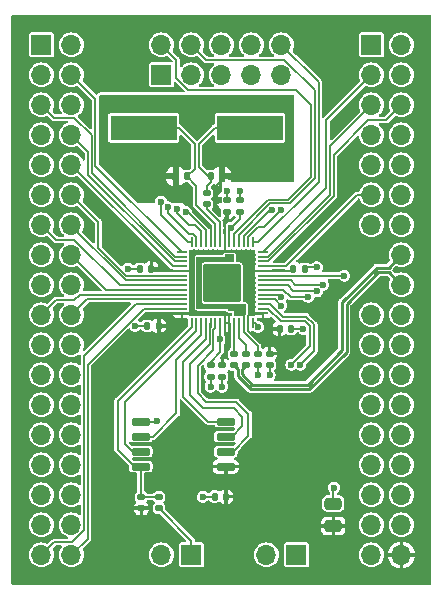
<source format=gbr>
G04 #@! TF.GenerationSoftware,KiCad,Pcbnew,(7.0.0)*
G04 #@! TF.CreationDate,2023-06-23T19:03:52+10:00*
G04 #@! TF.ProjectId,RP2040_minimal,52503230-3430-45f6-9d69-6e696d616c2e,REV1*
G04 #@! TF.SameCoordinates,Original*
G04 #@! TF.FileFunction,Copper,L4,Bot*
G04 #@! TF.FilePolarity,Positive*
%FSLAX46Y46*%
G04 Gerber Fmt 4.6, Leading zero omitted, Abs format (unit mm)*
G04 Created by KiCad (PCBNEW (7.0.0)) date 2023-06-23 19:03:52*
%MOMM*%
%LPD*%
G01*
G04 APERTURE LIST*
G04 Aperture macros list*
%AMRoundRect*
0 Rectangle with rounded corners*
0 $1 Rounding radius*
0 $2 $3 $4 $5 $6 $7 $8 $9 X,Y pos of 4 corners*
0 Add a 4 corners polygon primitive as box body*
4,1,4,$2,$3,$4,$5,$6,$7,$8,$9,$2,$3,0*
0 Add four circle primitives for the rounded corners*
1,1,$1+$1,$2,$3*
1,1,$1+$1,$4,$5*
1,1,$1+$1,$6,$7*
1,1,$1+$1,$8,$9*
0 Add four rect primitives between the rounded corners*
20,1,$1+$1,$2,$3,$4,$5,0*
20,1,$1+$1,$4,$5,$6,$7,0*
20,1,$1+$1,$6,$7,$8,$9,0*
20,1,$1+$1,$8,$9,$2,$3,0*%
G04 Aperture macros list end*
G04 #@! TA.AperFunction,ComponentPad*
%ADD10R,1.700000X1.700000*%
G04 #@! TD*
G04 #@! TA.AperFunction,ComponentPad*
%ADD11O,1.700000X1.700000*%
G04 #@! TD*
G04 #@! TA.AperFunction,SMDPad,CuDef*
%ADD12RoundRect,0.150000X-0.650000X-0.150000X0.650000X-0.150000X0.650000X0.150000X-0.650000X0.150000X0*%
G04 #@! TD*
G04 #@! TA.AperFunction,SMDPad,CuDef*
%ADD13RoundRect,0.140000X0.170000X-0.140000X0.170000X0.140000X-0.170000X0.140000X-0.170000X-0.140000X0*%
G04 #@! TD*
G04 #@! TA.AperFunction,SMDPad,CuDef*
%ADD14RoundRect,0.140000X0.140000X0.170000X-0.140000X0.170000X-0.140000X-0.170000X0.140000X-0.170000X0*%
G04 #@! TD*
G04 #@! TA.AperFunction,SMDPad,CuDef*
%ADD15RoundRect,0.140000X-0.170000X0.140000X-0.170000X-0.140000X0.170000X-0.140000X0.170000X0.140000X0*%
G04 #@! TD*
G04 #@! TA.AperFunction,SMDPad,CuDef*
%ADD16RoundRect,0.140000X-0.140000X-0.170000X0.140000X-0.170000X0.140000X0.170000X-0.140000X0.170000X0*%
G04 #@! TD*
G04 #@! TA.AperFunction,SMDPad,CuDef*
%ADD17RoundRect,0.144000X-1.456000X-1.456000X1.456000X-1.456000X1.456000X1.456000X-1.456000X1.456000X0*%
G04 #@! TD*
G04 #@! TA.AperFunction,ComponentPad*
%ADD18C,0.600000*%
G04 #@! TD*
G04 #@! TA.AperFunction,SMDPad,CuDef*
%ADD19RoundRect,0.050000X-0.387500X-0.050000X0.387500X-0.050000X0.387500X0.050000X-0.387500X0.050000X0*%
G04 #@! TD*
G04 #@! TA.AperFunction,SMDPad,CuDef*
%ADD20RoundRect,0.050000X-0.050000X-0.387500X0.050000X-0.387500X0.050000X0.387500X-0.050000X0.387500X0*%
G04 #@! TD*
G04 #@! TA.AperFunction,SMDPad,CuDef*
%ADD21R,5.600000X2.100000*%
G04 #@! TD*
G04 #@! TA.AperFunction,SMDPad,CuDef*
%ADD22RoundRect,0.250000X0.475000X-0.250000X0.475000X0.250000X-0.475000X0.250000X-0.475000X-0.250000X0*%
G04 #@! TD*
G04 #@! TA.AperFunction,ViaPad*
%ADD23C,0.600000*%
G04 #@! TD*
G04 #@! TA.AperFunction,Conductor*
%ADD24C,0.200000*%
G04 #@! TD*
G04 #@! TA.AperFunction,Conductor*
%ADD25C,0.150000*%
G04 #@! TD*
G04 #@! TA.AperFunction,Conductor*
%ADD26C,0.230000*%
G04 #@! TD*
G04 APERTURE END LIST*
D10*
X166369999Y-121919999D03*
D11*
X163829999Y-121919999D03*
D10*
X154939999Y-81279999D03*
D11*
X154939999Y-78739999D03*
X157479999Y-81279999D03*
X157479999Y-78739999D03*
X160019999Y-81279999D03*
X160019999Y-78739999D03*
X162559999Y-81279999D03*
X162559999Y-78739999D03*
X165099999Y-81279999D03*
X165099999Y-78739999D03*
X175259999Y-121919999D03*
X172719999Y-121919999D03*
X175259999Y-119379999D03*
X172719999Y-119379999D03*
X175259999Y-116839999D03*
X172719999Y-116839999D03*
X175259999Y-114299999D03*
X172719999Y-114299999D03*
X175259999Y-111759999D03*
X172719999Y-111759999D03*
X175259999Y-109219999D03*
X172719999Y-109219999D03*
X175259999Y-106679999D03*
X172719999Y-106679999D03*
X175259999Y-104139999D03*
X172719999Y-104139999D03*
X175259999Y-101599999D03*
X172719999Y-101599999D03*
X175259999Y-99059999D03*
X175259999Y-96519999D03*
X175259999Y-93979999D03*
X172719999Y-93979999D03*
X175259999Y-91439999D03*
X172719999Y-91439999D03*
X175259999Y-88899999D03*
X172719999Y-88899999D03*
X175259999Y-86359999D03*
X172719999Y-86359999D03*
X175259999Y-83819999D03*
X172719999Y-83819999D03*
X175259999Y-81279999D03*
X172719999Y-81279999D03*
X175259999Y-78739999D03*
D10*
X172719999Y-78739999D03*
D12*
X153185511Y-114444489D03*
X153185511Y-113174489D03*
X153185511Y-111904489D03*
X153185511Y-110634489D03*
X160385511Y-110634489D03*
X160385511Y-111904489D03*
X160385511Y-113174489D03*
X160385511Y-114444489D03*
D13*
X153235511Y-117979489D03*
X153235511Y-117019489D03*
D14*
X160400511Y-116984489D03*
X159440511Y-116984489D03*
X154091000Y-97682000D03*
X153131000Y-97682000D03*
D15*
X163096000Y-104887000D03*
X163096000Y-105847000D03*
X164096000Y-104887000D03*
X164096000Y-105847000D03*
D10*
X144779999Y-78739999D03*
D11*
X147319999Y-78739999D03*
X144779999Y-81279999D03*
X147319999Y-81279999D03*
X144779999Y-83819999D03*
X147319999Y-83819999D03*
X144779999Y-86359999D03*
X147319999Y-86359999D03*
X144779999Y-88899999D03*
X147319999Y-88899999D03*
X144779999Y-91439999D03*
X147319999Y-91439999D03*
X144779999Y-93979999D03*
X147319999Y-93979999D03*
X144779999Y-96519999D03*
X147319999Y-96519999D03*
X144779999Y-99059999D03*
X147319999Y-99059999D03*
X144779999Y-101599999D03*
X147319999Y-101599999D03*
X144779999Y-104139999D03*
X147319999Y-104139999D03*
X144779999Y-106679999D03*
X147319999Y-106679999D03*
X144779999Y-109219999D03*
X147319999Y-109219999D03*
X144779999Y-111759999D03*
X147319999Y-111759999D03*
X144779999Y-114299999D03*
X147319999Y-114299999D03*
X144779999Y-116839999D03*
X147319999Y-116839999D03*
X144779999Y-119379999D03*
X147319999Y-119379999D03*
X144779999Y-121919999D03*
X147319999Y-121919999D03*
D10*
X157479999Y-121919999D03*
D11*
X154939999Y-121919999D03*
D16*
X160061000Y-89882000D03*
X159101000Y-89882000D03*
D15*
X154735511Y-117019489D03*
X154735511Y-117979489D03*
X160096000Y-105887000D03*
X160096000Y-106847000D03*
D16*
X166101000Y-97682000D03*
X167061000Y-97682000D03*
D13*
X160477000Y-92877000D03*
X160477000Y-91917000D03*
X161096000Y-105847000D03*
X161096000Y-104887000D03*
X161596000Y-92877000D03*
X161596000Y-91917000D03*
D14*
X154711000Y-102530000D03*
X153751000Y-102530000D03*
D17*
X160096000Y-98882000D03*
D18*
X158821000Y-100157000D03*
X160096000Y-100157000D03*
X161371000Y-100157000D03*
X158821000Y-98882000D03*
X160096000Y-98882000D03*
X161371000Y-98882000D03*
X158821000Y-97607000D03*
X160096000Y-97607000D03*
X161371000Y-97607000D03*
D19*
X156658500Y-101482000D03*
X156658500Y-101082000D03*
X156658500Y-100682000D03*
X156658500Y-100282000D03*
X156658500Y-99882000D03*
X156658500Y-99482000D03*
X156658500Y-99082000D03*
X156658500Y-98682000D03*
X156658500Y-98282000D03*
X156658500Y-97882000D03*
X156658500Y-97482000D03*
X156658500Y-97082000D03*
X156658500Y-96682000D03*
X156658500Y-96282000D03*
D20*
X157496000Y-95444500D03*
X157896000Y-95444500D03*
X158296000Y-95444500D03*
X158696000Y-95444500D03*
X159096000Y-95444500D03*
X159496000Y-95444500D03*
X159896000Y-95444500D03*
X160296000Y-95444500D03*
X160696000Y-95444500D03*
X161096000Y-95444500D03*
X161496000Y-95444500D03*
X161896000Y-95444500D03*
X162296000Y-95444500D03*
X162696000Y-95444500D03*
D19*
X163533500Y-96282000D03*
X163533500Y-96682000D03*
X163533500Y-97082000D03*
X163533500Y-97482000D03*
X163533500Y-97882000D03*
X163533500Y-98282000D03*
X163533500Y-98682000D03*
X163533500Y-99082000D03*
X163533500Y-99482000D03*
X163533500Y-99882000D03*
X163533500Y-100282000D03*
X163533500Y-100682000D03*
X163533500Y-101082000D03*
X163533500Y-101482000D03*
D20*
X162696000Y-102319500D03*
X162296000Y-102319500D03*
X161896000Y-102319500D03*
X161496000Y-102319500D03*
X161096000Y-102319500D03*
X160696000Y-102319500D03*
X160296000Y-102319500D03*
X159896000Y-102319500D03*
X159496000Y-102319500D03*
X159096000Y-102319500D03*
X158696000Y-102319500D03*
X158296000Y-102319500D03*
X157896000Y-102319500D03*
X157496000Y-102319500D03*
D14*
X157091000Y-89882000D03*
X156131000Y-89882000D03*
D13*
X162096000Y-105847000D03*
X162096000Y-104887000D03*
D15*
X159096000Y-105887000D03*
X159096000Y-106847000D03*
D16*
X164950000Y-102784000D03*
X165910000Y-102784000D03*
D13*
X158796000Y-92247000D03*
X158796000Y-91287000D03*
D21*
X162436999Y-85765999D03*
X153436999Y-85765999D03*
D22*
X169494000Y-119482000D03*
X169494000Y-117582000D03*
D23*
X163144000Y-102631600D03*
X159896000Y-103682006D03*
X166712556Y-105844556D03*
X165943000Y-105837000D03*
X154914400Y-92014400D03*
X155494503Y-92497000D03*
X156238818Y-92674800D03*
X157020140Y-92893396D03*
X165074400Y-92691300D03*
X164326611Y-92741945D03*
X165100000Y-100825503D03*
X165100000Y-100076000D03*
X167386000Y-100092500D03*
X168126022Y-99589978D03*
X168656000Y-99060000D03*
X170434000Y-98298000D03*
X159651500Y-91925500D03*
X157986000Y-85982000D03*
X158886000Y-87482000D03*
X150186000Y-84182000D03*
X150186000Y-87482000D03*
X165586000Y-87482000D03*
X160858000Y-89893500D03*
X168096000Y-97577000D03*
X165586000Y-83782000D03*
X163096000Y-106682000D03*
X158435511Y-117014489D03*
X152716000Y-102530000D03*
X155270000Y-89882000D03*
X159096000Y-107681992D03*
X152096000Y-97682000D03*
X160096000Y-107682000D03*
X160476994Y-91100010D03*
X161596000Y-91099996D03*
X157175000Y-92052500D03*
X164096000Y-106682000D03*
X166954000Y-102784000D03*
X154535511Y-110614489D03*
X156896000Y-87482000D03*
X169544000Y-116233000D03*
X160845500Y-94224200D03*
X160796000Y-100982000D03*
X160695970Y-96782000D03*
D24*
X157480000Y-120723978D02*
X157480000Y-121920000D01*
X154735511Y-117979489D02*
X157480000Y-120723978D01*
X163995264Y-101082000D02*
X163533500Y-101082000D01*
X165031264Y-102118000D02*
X163995264Y-101082000D01*
X167065818Y-102118000D02*
X165031264Y-102118000D01*
X167504000Y-102556182D02*
X167065818Y-102118000D01*
X166954000Y-104816000D02*
X167504000Y-104266000D01*
X167504000Y-104266000D02*
X167504000Y-102556182D01*
X165943000Y-105837000D02*
X166954000Y-104826000D01*
X166954000Y-104826000D02*
X166954000Y-104816000D01*
X164169632Y-100682000D02*
X163533500Y-100682000D01*
X165255632Y-101768000D02*
X164169632Y-100682000D01*
X167854000Y-102411208D02*
X167210792Y-101768000D01*
X167854000Y-104703112D02*
X167854000Y-102411208D01*
X167210792Y-101768000D02*
X165255632Y-101768000D01*
X166712556Y-105844556D02*
X167854000Y-104703112D01*
D25*
X166954000Y-102784000D02*
X165915000Y-102784000D01*
X158296000Y-94542000D02*
X158296000Y-95444500D01*
X157751000Y-93997000D02*
X158296000Y-94542000D01*
X157262537Y-93997000D02*
X157751000Y-93997000D01*
X156238818Y-92973281D02*
X157262537Y-93997000D01*
X156238818Y-92674800D02*
X156238818Y-92973281D01*
X157186037Y-95444500D02*
X157496000Y-95444500D01*
X154914400Y-92014400D02*
X154914400Y-93172863D01*
X154914400Y-93172863D02*
X157186037Y-95444500D01*
X157020140Y-92893396D02*
X157155396Y-92893396D01*
X157155396Y-92893396D02*
X158696000Y-94434000D01*
X158696000Y-94434000D02*
X158696000Y-95444500D01*
D24*
X162831900Y-102319500D02*
X163144000Y-102631600D01*
X162696000Y-102319500D02*
X162831900Y-102319500D01*
X162296000Y-102319500D02*
X162296000Y-102952000D01*
X162296000Y-102319500D02*
X162296000Y-101682000D01*
X163526000Y-104182000D02*
X163696000Y-104182000D01*
X162296000Y-102952000D02*
X163526000Y-104182000D01*
D25*
X157896000Y-95018091D02*
X157896000Y-95444500D01*
X157619909Y-94742000D02*
X157896000Y-95018091D01*
X157245537Y-94742000D02*
X157619909Y-94742000D01*
X155494503Y-92497000D02*
X155494503Y-92990966D01*
X155494503Y-92990966D02*
X157245537Y-94742000D01*
X161896000Y-94938800D02*
X161896000Y-95444500D01*
X164092855Y-92741945D02*
X161896000Y-94938800D01*
X164326611Y-92741945D02*
X164092855Y-92741945D01*
X162296000Y-95018091D02*
X162296000Y-95444500D01*
X163140691Y-94173400D02*
X162296000Y-95018091D01*
X163654171Y-94173400D02*
X163140691Y-94173400D01*
X165074400Y-92691300D02*
X165074400Y-92753171D01*
X165074400Y-92753171D02*
X163654171Y-94173400D01*
X167940000Y-82599720D02*
X165350280Y-80010000D01*
X158750000Y-80010000D02*
X157480000Y-78740000D01*
X167940000Y-90040264D02*
X167940000Y-82599720D01*
X165813464Y-92166800D02*
X167940000Y-90040264D01*
X164160000Y-92166800D02*
X165813464Y-92166800D01*
X165350280Y-80010000D02*
X158750000Y-80010000D01*
X161496000Y-94830800D02*
X164160000Y-92166800D01*
X161496000Y-95444500D02*
X161496000Y-94830800D01*
D24*
X160696000Y-94373700D02*
X160696000Y-95444500D01*
X160845500Y-94224200D02*
X160696000Y-94373700D01*
X161596000Y-93473700D02*
X161596000Y-92882000D01*
X160845500Y-94224200D02*
X161596000Y-93473700D01*
D25*
X156210000Y-80010000D02*
X154940000Y-78740000D01*
X156210000Y-81530280D02*
X156210000Y-80010000D01*
X157229720Y-82550000D02*
X156210000Y-81530280D01*
X166370000Y-82550000D02*
X157229720Y-82550000D01*
X167640000Y-83820000D02*
X166370000Y-82550000D01*
X167640000Y-89916000D02*
X167640000Y-83820000D01*
X165694000Y-91862000D02*
X167640000Y-89916000D01*
X163956800Y-91862000D02*
X165694000Y-91862000D01*
X161096000Y-94722800D02*
X163956800Y-91862000D01*
X161096000Y-95444500D02*
X161096000Y-94722800D01*
D24*
X159096000Y-105882000D02*
X159096000Y-105587000D01*
X159896000Y-102319500D02*
X159896000Y-103682006D01*
X159896000Y-104106270D02*
X159896000Y-103682006D01*
X159896000Y-104787000D02*
X159896000Y-104106270D01*
X159096000Y-105587000D02*
X159896000Y-104787000D01*
D25*
X158296000Y-103319000D02*
X156210000Y-105405000D01*
X154245511Y-111904489D02*
X153185511Y-111904489D01*
X158296000Y-102309500D02*
X158296000Y-103319000D01*
X156210000Y-105405000D02*
X156210000Y-109940000D01*
X156210000Y-109940000D02*
X154245511Y-111904489D01*
X164556497Y-100282000D02*
X163533500Y-100282000D01*
X165100000Y-100825503D02*
X164556497Y-100282000D01*
X168240000Y-81880000D02*
X165100000Y-78740000D01*
X168240000Y-90333235D02*
X168240000Y-81880000D01*
X163128735Y-95444500D02*
X168240000Y-90333235D01*
X162696000Y-95444500D02*
X163128735Y-95444500D01*
X148695000Y-120545000D02*
X147320000Y-121920000D01*
X148695000Y-105808537D02*
X148695000Y-120545000D01*
X153421537Y-101082000D02*
X148695000Y-105808537D01*
X156658500Y-101082000D02*
X153421537Y-101082000D01*
X148395000Y-119825280D02*
X147375280Y-120845000D01*
X145855000Y-120845000D02*
X144780000Y-121920000D01*
X148395000Y-105097000D02*
X148395000Y-119825280D01*
X147375280Y-120845000D02*
X145855000Y-120845000D01*
X152810000Y-100682000D02*
X148395000Y-105097000D01*
X156658500Y-100682000D02*
X152810000Y-100682000D01*
X148638000Y-100282000D02*
X147320000Y-101600000D01*
X156658500Y-100282000D02*
X148638000Y-100282000D01*
X147570280Y-100330000D02*
X146050000Y-100330000D01*
X148018280Y-99882000D02*
X147570280Y-100330000D01*
X146050000Y-100330000D02*
X144780000Y-101600000D01*
X156658500Y-99882000D02*
X148018280Y-99882000D01*
X150282000Y-99482000D02*
X147320000Y-96520000D01*
X156658500Y-99482000D02*
X150282000Y-99482000D01*
X146050000Y-95250000D02*
X144780000Y-93980000D01*
X147570280Y-95250000D02*
X146050000Y-95250000D01*
X151402280Y-99082000D02*
X147570280Y-95250000D01*
X156658500Y-99082000D02*
X151402280Y-99082000D01*
X147320000Y-94072727D02*
X147320000Y-93980000D01*
X151929273Y-98682000D02*
X147320000Y-94072727D01*
X156658500Y-98682000D02*
X151929273Y-98682000D01*
X149606000Y-93726000D02*
X147320000Y-91440000D01*
X149606000Y-95934463D02*
X149606000Y-93726000D01*
X156658500Y-98282000D02*
X151953537Y-98282000D01*
X151953537Y-98282000D02*
X149606000Y-95934463D01*
X155902000Y-97482000D02*
X147320000Y-88900000D01*
X156658500Y-97482000D02*
X155902000Y-97482000D01*
X148752000Y-87792000D02*
X147320000Y-86360000D01*
X148752000Y-89740264D02*
X148752000Y-87792000D01*
X156093736Y-97082000D02*
X148752000Y-89740264D01*
X156658500Y-97082000D02*
X156093736Y-97082000D01*
X145855000Y-84895000D02*
X144780000Y-83820000D01*
X147574000Y-84895000D02*
X145855000Y-84895000D01*
X149052000Y-86373000D02*
X147574000Y-84895000D01*
X149052000Y-89616000D02*
X149052000Y-86373000D01*
X156118000Y-96682000D02*
X149052000Y-89616000D01*
X156658500Y-96682000D02*
X156118000Y-96682000D01*
X149352000Y-83312000D02*
X147320000Y-81280000D01*
X149352000Y-88975500D02*
X149352000Y-83312000D01*
X156658500Y-96282000D02*
X149352000Y-88975500D01*
X164906000Y-99882000D02*
X165100000Y-100076000D01*
X163533500Y-99882000D02*
X164906000Y-99882000D01*
X165268000Y-99482000D02*
X163533500Y-99482000D01*
X165878500Y-100092500D02*
X165268000Y-99482000D01*
X167386000Y-100092500D02*
X165878500Y-100092500D01*
X165630000Y-99082000D02*
X163533500Y-99082000D01*
X166116000Y-99568000D02*
X165630000Y-99082000D01*
X168126022Y-99589978D02*
X168104044Y-99568000D01*
X168104044Y-99568000D02*
X166116000Y-99568000D01*
X166255231Y-99060000D02*
X165877231Y-98682000D01*
X165877231Y-98682000D02*
X163533500Y-98682000D01*
X168656000Y-99060000D02*
X166255231Y-99060000D01*
X170418000Y-98282000D02*
X170434000Y-98298000D01*
X163533500Y-98282000D02*
X170418000Y-98282000D01*
X171491205Y-91440000D02*
X172720000Y-91440000D01*
X165449205Y-97482000D02*
X171491205Y-91440000D01*
X163533500Y-97482000D02*
X165449205Y-97482000D01*
X173990000Y-85090000D02*
X175260000Y-83820000D01*
X172469720Y-85090000D02*
X173990000Y-85090000D01*
X169510000Y-88049720D02*
X172469720Y-85090000D01*
X169510000Y-91556173D02*
X169510000Y-88049720D01*
X163984173Y-97082000D02*
X169510000Y-91556173D01*
X163533500Y-97082000D02*
X163984173Y-97082000D01*
X169210000Y-87330000D02*
X172720000Y-83820000D01*
X169210000Y-91431909D02*
X169210000Y-87330000D01*
X163959909Y-96682000D02*
X169210000Y-91431909D01*
X163533500Y-96682000D02*
X163959909Y-96682000D01*
X168910000Y-85090000D02*
X172720000Y-81280000D01*
X168910000Y-90905500D02*
X168910000Y-85090000D01*
X163533500Y-96282000D02*
X168910000Y-90905500D01*
X151835511Y-109022489D02*
X151835511Y-112517000D01*
X151835511Y-112517000D02*
X152493000Y-113174489D01*
X157896000Y-102962000D02*
X151835511Y-109022489D01*
X157896000Y-102309500D02*
X157896000Y-102962000D01*
X152493000Y-113174489D02*
X153185511Y-113174489D01*
X158894489Y-110634489D02*
X160385511Y-110634489D01*
X158696000Y-103686000D02*
X156796000Y-105586000D01*
X156796000Y-108536000D02*
X158894489Y-110634489D01*
X158696000Y-102309500D02*
X158696000Y-103686000D01*
X156796000Y-105586000D02*
X156796000Y-108536000D01*
X152665511Y-114444489D02*
X153185511Y-114444489D01*
X151235511Y-108860489D02*
X151235511Y-113014489D01*
X157496000Y-102600000D02*
X151235511Y-108860489D01*
X157496000Y-102254500D02*
X157496000Y-102600000D01*
X151235511Y-113014489D02*
X152665511Y-114444489D01*
X159047310Y-102358190D02*
X159096000Y-102309500D01*
X159047310Y-104096690D02*
X159047310Y-102358190D01*
X158496000Y-109474000D02*
X157396000Y-108374000D01*
X161798000Y-110221415D02*
X161050585Y-109474000D01*
X157396000Y-108374000D02*
X157396000Y-105748000D01*
X160945511Y-111904489D02*
X161798000Y-111052000D01*
X157396000Y-105748000D02*
X159047310Y-104096690D01*
X161798000Y-111052000D02*
X161798000Y-110221415D01*
X160385511Y-111904489D02*
X160945511Y-111904489D01*
X161050585Y-109474000D02*
X158496000Y-109474000D01*
X160975511Y-113174489D02*
X160385511Y-113174489D01*
X162306000Y-111844000D02*
X160975511Y-113174489D01*
X162306000Y-109982000D02*
X162306000Y-111844000D01*
X161290000Y-108966000D02*
X162306000Y-109982000D01*
X157996000Y-105910000D02*
X157996000Y-108212000D01*
X158750000Y-108966000D02*
X161290000Y-108966000D01*
X159347321Y-102905679D02*
X159347321Y-104558679D01*
X159347321Y-104558679D02*
X157996000Y-105910000D01*
X159496000Y-102757000D02*
X159347321Y-102905679D01*
X159496000Y-102319500D02*
X159496000Y-102757000D01*
X157996000Y-108212000D02*
X158750000Y-108966000D01*
D26*
X174180000Y-97600000D02*
X175260000Y-96520000D01*
X173149298Y-97600000D02*
X174180000Y-97600000D01*
X170244000Y-100505298D02*
X173149298Y-97600000D01*
X170244000Y-104569298D02*
X170244000Y-100505298D01*
X167307298Y-107506000D02*
X170244000Y-104569298D01*
X162638702Y-107506000D02*
X167307298Y-107506000D01*
X161786000Y-106653298D02*
X162638702Y-107506000D01*
X162096000Y-105852000D02*
X161786000Y-106162000D01*
X174180000Y-97980000D02*
X175260000Y-99060000D01*
X173306702Y-97980000D02*
X174180000Y-97980000D01*
X170624000Y-100662702D02*
X173306702Y-97980000D01*
X170624000Y-104726702D02*
X170624000Y-100662702D01*
X161406000Y-106810702D02*
X162481298Y-107886000D01*
X161406000Y-106162000D02*
X161406000Y-106810702D01*
X161786000Y-106162000D02*
X161786000Y-106653298D01*
X161096000Y-105852000D02*
X161406000Y-106162000D01*
X162481298Y-107886000D02*
X167464702Y-107886000D01*
X167464702Y-107886000D02*
X170624000Y-104726702D01*
D24*
X153126000Y-97682000D02*
X152096000Y-97682000D01*
X160477000Y-91912000D02*
X160477000Y-91100016D01*
D25*
X159096000Y-94227500D02*
X157175000Y-92306500D01*
D24*
X153746000Y-102530000D02*
X152716000Y-102530000D01*
X161596000Y-91912000D02*
X161596000Y-91099996D01*
D25*
X169494000Y-117633000D02*
X169494000Y-116383000D01*
D24*
X159096000Y-106852000D02*
X159096000Y-107681992D01*
X159096000Y-85532000D02*
X159096000Y-84482000D01*
D25*
X157175000Y-92306500D02*
X157175000Y-92052500D01*
D24*
X153185511Y-110634489D02*
X154515511Y-110634489D01*
X159110511Y-117014489D02*
X158435511Y-117014489D01*
X159140511Y-116984489D02*
X159110511Y-117014489D01*
X156126000Y-89882000D02*
X155270000Y-89882000D01*
D25*
X160846500Y-89882000D02*
X160858000Y-89893500D01*
X160066000Y-89882000D02*
X160066000Y-90202000D01*
X160066000Y-89882000D02*
X160846500Y-89882000D01*
D24*
X164096000Y-105852000D02*
X164096000Y-106682000D01*
X167066000Y-97682000D02*
X167171000Y-97577000D01*
X167171000Y-97577000D02*
X168096000Y-97577000D01*
X160477000Y-91100016D02*
X160476994Y-91100010D01*
D25*
X160066000Y-90202000D02*
X159651500Y-90616500D01*
D24*
X156896000Y-87232000D02*
X156896000Y-88282026D01*
X154515511Y-110634489D02*
X154535511Y-110614489D01*
X160096000Y-106852000D02*
X160096000Y-107682000D01*
X163096000Y-105852000D02*
X163096000Y-106682000D01*
D25*
X159651500Y-90616500D02*
X159651500Y-90782500D01*
D24*
X159435511Y-116984489D02*
X159140511Y-116984489D01*
D25*
X159096000Y-95444500D02*
X159096000Y-94227500D01*
X157896000Y-90682000D02*
X157096000Y-89882000D01*
X156413000Y-85766000D02*
X153437000Y-85766000D01*
X157096000Y-89882000D02*
X157746500Y-89231500D01*
X157746500Y-87099500D02*
X156413000Y-85766000D01*
X157896000Y-92344139D02*
X157896000Y-90682000D01*
X159496000Y-95444500D02*
X159496000Y-93944139D01*
X157746500Y-89231500D02*
X157746500Y-87099500D01*
X159496000Y-93944139D02*
X157896000Y-92344139D01*
X159896000Y-93782000D02*
X158796000Y-92682000D01*
X158796000Y-92682000D02*
X158796000Y-92252000D01*
X159896000Y-95444500D02*
X159896000Y-93782000D01*
D24*
X160096000Y-105119466D02*
X160446001Y-104769465D01*
X160296000Y-103182000D02*
X160296000Y-102319500D01*
X163533500Y-101482000D02*
X162696000Y-101482000D01*
X163533500Y-97882000D02*
X162696000Y-97882000D01*
X160385511Y-116964489D02*
X160405511Y-116984489D01*
X160477000Y-93195500D02*
X160477000Y-92882000D01*
X162296000Y-101682000D02*
X162496000Y-101482000D01*
X160296000Y-101482000D02*
X160296000Y-101882000D01*
X160296000Y-96082000D02*
X160096000Y-96282000D01*
X160696000Y-103082002D02*
X160446001Y-103332001D01*
X160296000Y-93376500D02*
X160477000Y-93195500D01*
X160696000Y-102319500D02*
X160696000Y-101682000D01*
X156658500Y-101482000D02*
X157496000Y-101482000D01*
X165896000Y-97882000D02*
X166096000Y-97682000D01*
X160385511Y-114444489D02*
X160385511Y-116964489D01*
X156658500Y-97882000D02*
X154296000Y-97882000D01*
X154296000Y-97882000D02*
X154096000Y-97682000D01*
X160696000Y-102319500D02*
X160696000Y-103082002D01*
X160296000Y-102319500D02*
X160296000Y-101482000D01*
X160446001Y-103332001D02*
X160296000Y-103182000D01*
X160696000Y-101682000D02*
X160496000Y-101482000D01*
X163533500Y-97882000D02*
X165896000Y-97882000D01*
X156658500Y-97882000D02*
X157496000Y-97882000D01*
X160296000Y-95444500D02*
X160296000Y-93376500D01*
X156658500Y-101482000D02*
X155796000Y-101482000D01*
X160446001Y-104769465D02*
X160446001Y-103332001D01*
X160296000Y-95444500D02*
X160296000Y-96082000D01*
X160096000Y-105882000D02*
X160096000Y-105119466D01*
D25*
X160596000Y-100982000D02*
X160796000Y-100982000D01*
D24*
X163096000Y-104282000D02*
X163096000Y-104882000D01*
X161896000Y-102319500D02*
X161896000Y-101482000D01*
X161896000Y-102319500D02*
X161896000Y-103082000D01*
X161896000Y-103082000D02*
X163096000Y-104282000D01*
D25*
X153185511Y-116964489D02*
X153235511Y-117014489D01*
X153235511Y-117014489D02*
X154735511Y-117014489D01*
X153185511Y-114444489D02*
X153185511Y-116964489D01*
D24*
X161096000Y-102319500D02*
X161096000Y-104882000D01*
X162096000Y-104182000D02*
X162096000Y-104882000D01*
X161496000Y-102319500D02*
X161496000Y-103582000D01*
X161496000Y-103582000D02*
X162096000Y-104182000D01*
D25*
X158898500Y-89882000D02*
X158127500Y-89111000D01*
X158796000Y-90682000D02*
X159096000Y-90382000D01*
X159461000Y-85766000D02*
X162437000Y-85766000D01*
X158127500Y-87099500D02*
X159461000Y-85766000D01*
X159096000Y-89882000D02*
X158898500Y-89882000D01*
X158127500Y-89111000D02*
X158127500Y-87099500D01*
X159096000Y-90382000D02*
X159096000Y-89882000D01*
X158796000Y-91282000D02*
X158796000Y-90682000D01*
G04 #@! TA.AperFunction,Conductor*
G36*
X161059000Y-96491914D02*
G01*
X161086086Y-96519000D01*
X161096000Y-96556000D01*
X161096000Y-97057500D01*
X161086086Y-97094500D01*
X161059000Y-97121586D01*
X161022000Y-97131500D01*
X158596032Y-97131500D01*
X158593920Y-97131745D01*
X158593903Y-97131746D01*
X158576931Y-97133715D01*
X158576924Y-97133716D01*
X158571406Y-97134357D01*
X158566323Y-97136601D01*
X158566317Y-97136603D01*
X158476957Y-97176060D01*
X158476954Y-97176061D01*
X158470685Y-97178830D01*
X158465839Y-97183675D01*
X158465836Y-97183678D01*
X158397678Y-97251836D01*
X158397675Y-97251839D01*
X158392830Y-97256685D01*
X158390061Y-97262954D01*
X158390060Y-97262957D01*
X158350603Y-97352317D01*
X158350601Y-97352323D01*
X158348357Y-97357406D01*
X158347716Y-97362924D01*
X158347715Y-97362931D01*
X158345746Y-97379903D01*
X158345745Y-97379920D01*
X158345500Y-97382032D01*
X158345500Y-100381968D01*
X158345745Y-100384080D01*
X158345746Y-100384096D01*
X158347715Y-100401068D01*
X158347716Y-100401073D01*
X158348357Y-100406594D01*
X158350602Y-100411678D01*
X158350603Y-100411682D01*
X158390060Y-100501042D01*
X158392830Y-100507315D01*
X158397678Y-100512162D01*
X158397678Y-100512163D01*
X158470685Y-100585170D01*
X158469988Y-100585866D01*
X158487462Y-100605483D01*
X158496000Y-100639990D01*
X158496000Y-100682000D01*
X162022000Y-100682000D01*
X162059000Y-100691914D01*
X162086086Y-100719000D01*
X162096000Y-100756000D01*
X162096000Y-101507983D01*
X162083529Y-101549094D01*
X162079943Y-101554461D01*
X162079941Y-101554462D01*
X162079942Y-101554463D01*
X162064082Y-101578199D01*
X162064080Y-101578202D01*
X162060034Y-101584259D01*
X162058612Y-101591406D01*
X162058612Y-101591407D01*
X162052440Y-101622437D01*
X162026807Y-101665203D01*
X161979862Y-101682000D01*
X161170000Y-101682000D01*
X161133000Y-101672086D01*
X161105914Y-101645000D01*
X161096000Y-101608000D01*
X161096000Y-101291743D01*
X161096000Y-101282000D01*
X161086257Y-101282000D01*
X160770000Y-101282000D01*
X160733000Y-101272086D01*
X160705914Y-101245000D01*
X160696000Y-101208000D01*
X160696000Y-101091743D01*
X160696000Y-101082000D01*
X160686257Y-101082000D01*
X157970000Y-101082000D01*
X157933000Y-101072086D01*
X157905914Y-101045000D01*
X157896000Y-101008000D01*
X157896000Y-96756000D01*
X157905914Y-96719000D01*
X157933000Y-96691914D01*
X157970000Y-96682000D01*
X160286257Y-96682000D01*
X160296000Y-96682000D01*
X160296000Y-96556000D01*
X160305914Y-96519000D01*
X160333000Y-96491914D01*
X160370000Y-96482000D01*
X161022000Y-96482000D01*
X161059000Y-96491914D01*
G37*
G04 #@! TD.AperFunction*
G04 #@! TA.AperFunction,Conductor*
G36*
X162896000Y-101682000D02*
G01*
X162193678Y-101682000D01*
X162204952Y-101652773D01*
X162205021Y-101652424D01*
X162210904Y-101638463D01*
X162211302Y-101637759D01*
X162212825Y-101635481D01*
X162232333Y-101594234D01*
X162244804Y-101553123D01*
X162251500Y-101507983D01*
X162251500Y-100756000D01*
X162246202Y-100715754D01*
X162236288Y-100678754D01*
X162220753Y-100641250D01*
X162196041Y-100609045D01*
X162168955Y-100581959D01*
X162136750Y-100557247D01*
X162132274Y-100555393D01*
X162132269Y-100555390D01*
X162101477Y-100542636D01*
X162101475Y-100542635D01*
X162099246Y-100541712D01*
X162090290Y-100539312D01*
X162064584Y-100532424D01*
X162064577Y-100532422D01*
X162062246Y-100531798D01*
X162059849Y-100531482D01*
X162059842Y-100531481D01*
X162024408Y-100526817D01*
X162022000Y-100526500D01*
X162019571Y-100526500D01*
X161904266Y-100526500D01*
X161858767Y-100510859D01*
X161832501Y-100470549D01*
X161836572Y-100422609D01*
X161841395Y-100411685D01*
X161841394Y-100411685D01*
X161843643Y-100406594D01*
X161846500Y-100381968D01*
X161846500Y-97382032D01*
X161843643Y-97357406D01*
X161799170Y-97256685D01*
X161721315Y-97178830D01*
X161715042Y-97176060D01*
X161625682Y-97136603D01*
X161625678Y-97136602D01*
X161620594Y-97134357D01*
X161615073Y-97133716D01*
X161615068Y-97133715D01*
X161598096Y-97131746D01*
X161598080Y-97131745D01*
X161595968Y-97131500D01*
X161593825Y-97131500D01*
X161325500Y-97131500D01*
X161288500Y-97121586D01*
X161261414Y-97094500D01*
X161251500Y-97057500D01*
X161251500Y-96558429D01*
X161251500Y-96556000D01*
X161246202Y-96515754D01*
X161236288Y-96478754D01*
X161220753Y-96441250D01*
X161196041Y-96409045D01*
X161168955Y-96381959D01*
X161136750Y-96357247D01*
X161132274Y-96355393D01*
X161132269Y-96355390D01*
X161101477Y-96342636D01*
X161101475Y-96342635D01*
X161099246Y-96341712D01*
X161090290Y-96339312D01*
X161064584Y-96332424D01*
X161064577Y-96332422D01*
X161062246Y-96331798D01*
X161059849Y-96331482D01*
X161059842Y-96331481D01*
X161024408Y-96326817D01*
X161022000Y-96326500D01*
X160370000Y-96326500D01*
X160367592Y-96326816D01*
X160367591Y-96326817D01*
X160332157Y-96331481D01*
X160332147Y-96331482D01*
X160329754Y-96331798D01*
X160327425Y-96332421D01*
X160327415Y-96332424D01*
X160295086Y-96341087D01*
X160295083Y-96341087D01*
X160292754Y-96341712D01*
X160290529Y-96342633D01*
X160290522Y-96342636D01*
X160259730Y-96355390D01*
X160259722Y-96355394D01*
X160255250Y-96357247D01*
X160251405Y-96360196D01*
X160251402Y-96360199D01*
X160224964Y-96380486D01*
X160224959Y-96380489D01*
X160223045Y-96381959D01*
X160221341Y-96383662D01*
X160221333Y-96383670D01*
X160197670Y-96407333D01*
X160197662Y-96407341D01*
X160195959Y-96409045D01*
X160194489Y-96410959D01*
X160194486Y-96410964D01*
X160174199Y-96437402D01*
X160174196Y-96437405D01*
X160171247Y-96441250D01*
X160169394Y-96445722D01*
X160169390Y-96445730D01*
X160155712Y-96478754D01*
X160155081Y-96478492D01*
X160129747Y-96512651D01*
X160086644Y-96526500D01*
X157970000Y-96526500D01*
X157967592Y-96526816D01*
X157967591Y-96526817D01*
X157932157Y-96531481D01*
X157932147Y-96531482D01*
X157929754Y-96531798D01*
X157927425Y-96532421D01*
X157927415Y-96532424D01*
X157895086Y-96541087D01*
X157895083Y-96541087D01*
X157892754Y-96541712D01*
X157890529Y-96542633D01*
X157890522Y-96542636D01*
X157859730Y-96555390D01*
X157859722Y-96555394D01*
X157855250Y-96557247D01*
X157851405Y-96560196D01*
X157851402Y-96560199D01*
X157824964Y-96580486D01*
X157824959Y-96580489D01*
X157823045Y-96581959D01*
X157821341Y-96583662D01*
X157821333Y-96583670D01*
X157797670Y-96607333D01*
X157797662Y-96607341D01*
X157795959Y-96609045D01*
X157794489Y-96610959D01*
X157794486Y-96610964D01*
X157774199Y-96637402D01*
X157774196Y-96637405D01*
X157771247Y-96641250D01*
X157769394Y-96645722D01*
X157769390Y-96645730D01*
X157756636Y-96676522D01*
X157756633Y-96676529D01*
X157755712Y-96678754D01*
X157755087Y-96681083D01*
X157755087Y-96681086D01*
X157746424Y-96713415D01*
X157746421Y-96713425D01*
X157745798Y-96715754D01*
X157745482Y-96718147D01*
X157745481Y-96718157D01*
X157741060Y-96751748D01*
X157740500Y-96756000D01*
X157740500Y-101008000D01*
X157740817Y-101010408D01*
X157745481Y-101045842D01*
X157745482Y-101045849D01*
X157745798Y-101048246D01*
X157755712Y-101085246D01*
X157756635Y-101087475D01*
X157756636Y-101087477D01*
X157769390Y-101118269D01*
X157769393Y-101118274D01*
X157771247Y-101122750D01*
X157795959Y-101154955D01*
X157823045Y-101182041D01*
X157855250Y-101206753D01*
X157859728Y-101208607D01*
X157859730Y-101208609D01*
X157863646Y-101210231D01*
X157892754Y-101222288D01*
X157929754Y-101232202D01*
X157970000Y-101237500D01*
X160387500Y-101237500D01*
X160418241Y-101244187D01*
X160443426Y-101263041D01*
X160497951Y-101325967D01*
X160606931Y-101396004D01*
X160667097Y-101413669D01*
X160679951Y-101417444D01*
X160687425Y-101420081D01*
X160689823Y-101421074D01*
X160692754Y-101422288D01*
X160729754Y-101432202D01*
X160730586Y-101432311D01*
X160731228Y-101432500D01*
X160732018Y-101432500D01*
X160770000Y-101437500D01*
X160866500Y-101437500D01*
X160903500Y-101447414D01*
X160930586Y-101474500D01*
X160940500Y-101511500D01*
X160940500Y-101608000D01*
X160940817Y-101610408D01*
X160945481Y-101645842D01*
X160945482Y-101645849D01*
X160945798Y-101648246D01*
X160946422Y-101650577D01*
X160946424Y-101650584D01*
X160954842Y-101682000D01*
X160896000Y-101682000D01*
X160096000Y-101682000D01*
X157296000Y-101682000D01*
X157296000Y-96082000D01*
X162896000Y-96082000D01*
X162896000Y-101682000D01*
G37*
G04 #@! TD.AperFunction*
G04 #@! TA.AperFunction,Conductor*
G36*
X166129000Y-82988881D02*
G01*
X166175119Y-83035000D01*
X166192000Y-83098000D01*
X166192000Y-90212000D01*
X166175119Y-90275000D01*
X166129000Y-90321119D01*
X166066000Y-90338000D01*
X160960519Y-90338000D01*
X160904199Y-90324713D01*
X160859758Y-90287653D01*
X160836569Y-90234637D01*
X160839522Y-90176846D01*
X160844312Y-90160355D01*
X160845867Y-90151842D01*
X160843465Y-90139765D01*
X160830113Y-90136000D01*
X160331590Y-90136000D01*
X160318506Y-90139506D01*
X160315000Y-90152590D01*
X160315000Y-90338000D01*
X160096000Y-90338000D01*
X160096000Y-90756590D01*
X160096000Y-91077078D01*
X160079447Y-91139506D01*
X160034139Y-91185532D01*
X159913500Y-91256876D01*
X159901074Y-91266515D01*
X159796515Y-91371074D01*
X159786876Y-91383500D01*
X159711603Y-91510780D01*
X159705357Y-91525216D01*
X159669417Y-91648919D01*
X159668832Y-91660368D01*
X159679987Y-91663000D01*
X160096000Y-91663000D01*
X160096000Y-92171000D01*
X159679987Y-92171000D01*
X159668832Y-92173631D01*
X159669417Y-92185080D01*
X159705357Y-92308783D01*
X159711603Y-92323219D01*
X159786876Y-92450499D01*
X159796515Y-92462925D01*
X159901074Y-92567484D01*
X159918798Y-92581233D01*
X159956474Y-92629091D01*
X159967299Y-92689031D01*
X159967038Y-92693012D01*
X159966500Y-92697099D01*
X159966500Y-92701219D01*
X159966500Y-92701220D01*
X159966500Y-93052775D01*
X159966500Y-93052790D01*
X159966501Y-93056900D01*
X159967038Y-93060982D01*
X159967039Y-93060992D01*
X159971769Y-93096928D01*
X159971770Y-93096932D01*
X159973028Y-93106487D01*
X159977100Y-93115220D01*
X159977101Y-93115222D01*
X159988135Y-93138884D01*
X159999001Y-93207489D01*
X159971860Y-93271428D01*
X159914962Y-93311269D01*
X159845596Y-93314905D01*
X159784845Y-93281229D01*
X159256595Y-92752979D01*
X159226085Y-92703515D01*
X159221021Y-92645620D01*
X159242181Y-92592358D01*
X159249224Y-92585316D01*
X159299972Y-92476487D01*
X159306500Y-92426901D01*
X159306499Y-92067100D01*
X159299972Y-92017513D01*
X159249224Y-91908684D01*
X159196635Y-91856095D01*
X159164023Y-91799611D01*
X159164023Y-91734389D01*
X159196635Y-91677905D01*
X159214172Y-91660368D01*
X159249224Y-91625316D01*
X159299972Y-91516487D01*
X159306500Y-91466901D01*
X159306499Y-91107100D01*
X159299972Y-91057513D01*
X159249224Y-90948684D01*
X159173173Y-90872633D01*
X159140561Y-90816149D01*
X159140561Y-90750927D01*
X159173172Y-90694443D01*
X159213973Y-90653642D01*
X159262851Y-90604763D01*
X159281939Y-90589098D01*
X159294624Y-90580624D01*
X159304891Y-90565257D01*
X159344876Y-90527186D01*
X159397303Y-90509864D01*
X159452103Y-90516622D01*
X159498752Y-90546162D01*
X159515074Y-90562484D01*
X159527500Y-90572123D01*
X159654780Y-90647396D01*
X159669216Y-90653642D01*
X159792919Y-90689582D01*
X159804368Y-90690167D01*
X159807000Y-90679013D01*
X159807000Y-89611410D01*
X160315000Y-89611410D01*
X160318506Y-89624493D01*
X160331590Y-89628000D01*
X160830113Y-89628000D01*
X160843465Y-89624234D01*
X160845867Y-89612157D01*
X160844312Y-89603641D01*
X160802642Y-89460216D01*
X160796396Y-89445780D01*
X160721123Y-89318500D01*
X160711484Y-89306074D01*
X160606925Y-89201515D01*
X160594499Y-89191876D01*
X160467219Y-89116603D01*
X160452783Y-89110357D01*
X160329080Y-89074417D01*
X160317631Y-89073832D01*
X160315000Y-89084987D01*
X160315000Y-89611410D01*
X159807000Y-89611410D01*
X159807000Y-89084987D01*
X159804368Y-89073832D01*
X159792919Y-89074417D01*
X159669216Y-89110357D01*
X159654780Y-89116603D01*
X159527500Y-89191876D01*
X159515074Y-89201515D01*
X159410515Y-89306074D01*
X159396767Y-89323798D01*
X159348909Y-89361474D01*
X159288969Y-89372299D01*
X159284988Y-89372038D01*
X159280901Y-89371500D01*
X159276779Y-89371500D01*
X158925224Y-89371500D01*
X158925208Y-89371500D01*
X158921100Y-89371501D01*
X158917018Y-89372038D01*
X158917007Y-89372039D01*
X158881073Y-89376769D01*
X158881068Y-89376770D01*
X158871513Y-89378028D01*
X158871259Y-89378146D01*
X158810114Y-89379146D01*
X158752302Y-89346186D01*
X158439905Y-89033789D01*
X158412591Y-88992912D01*
X158403000Y-88944694D01*
X158403000Y-87265806D01*
X158412591Y-87217588D01*
X158439905Y-87176711D01*
X159221405Y-86395211D01*
X159271564Y-86364473D01*
X159330211Y-86359857D01*
X159384561Y-86382370D01*
X159422767Y-86427103D01*
X159436500Y-86484306D01*
X159436500Y-86835748D01*
X159448133Y-86894231D01*
X159492448Y-86960552D01*
X159558769Y-87004867D01*
X159617252Y-87016500D01*
X165250561Y-87016500D01*
X165256748Y-87016500D01*
X165315231Y-87004867D01*
X165381552Y-86960552D01*
X165425867Y-86894231D01*
X165437500Y-86835748D01*
X165437500Y-84696252D01*
X165425867Y-84637769D01*
X165381552Y-84571448D01*
X165315231Y-84527133D01*
X165256748Y-84515500D01*
X159617252Y-84515500D01*
X159611184Y-84516706D01*
X159611183Y-84516707D01*
X159570939Y-84524712D01*
X159570937Y-84524712D01*
X159558769Y-84527133D01*
X159548454Y-84534024D01*
X159548452Y-84534026D01*
X159502761Y-84564556D01*
X159502758Y-84564558D01*
X159492448Y-84571448D01*
X159485558Y-84581758D01*
X159485556Y-84581761D01*
X159455026Y-84627452D01*
X159455024Y-84627454D01*
X159448133Y-84637769D01*
X159436500Y-84696252D01*
X159436500Y-84702439D01*
X159436500Y-85390537D01*
X159426909Y-85438755D01*
X159399596Y-85479632D01*
X159361909Y-85504813D01*
X159353505Y-85506485D01*
X159343190Y-85513376D01*
X159343187Y-85513378D01*
X159311534Y-85534528D01*
X159311529Y-85534530D01*
X159311530Y-85534531D01*
X159285380Y-85552003D01*
X159285376Y-85552007D01*
X159272689Y-85560484D01*
X159272686Y-85560486D01*
X159262376Y-85567376D01*
X159255486Y-85577686D01*
X159255482Y-85577691D01*
X159253895Y-85580067D01*
X159238230Y-85599152D01*
X158026094Y-86811288D01*
X157969610Y-86843900D01*
X157904388Y-86843900D01*
X157847904Y-86811288D01*
X156635769Y-85599153D01*
X156620098Y-85580059D01*
X156611624Y-85567376D01*
X156601307Y-85560482D01*
X156601305Y-85560480D01*
X156588625Y-85552008D01*
X156588622Y-85552006D01*
X156562465Y-85534528D01*
X156530812Y-85513378D01*
X156530810Y-85513377D01*
X156520495Y-85506485D01*
X156512089Y-85504813D01*
X156474405Y-85479633D01*
X156447091Y-85438755D01*
X156437500Y-85390537D01*
X156437500Y-84702439D01*
X156437500Y-84696252D01*
X156425867Y-84637769D01*
X156381552Y-84571448D01*
X156315231Y-84527133D01*
X156256748Y-84515500D01*
X150617252Y-84515500D01*
X150611184Y-84516706D01*
X150611183Y-84516707D01*
X150570939Y-84524712D01*
X150570937Y-84524712D01*
X150558769Y-84527133D01*
X150548454Y-84534024D01*
X150548452Y-84534026D01*
X150502761Y-84564556D01*
X150502758Y-84564558D01*
X150492448Y-84571448D01*
X150485558Y-84581758D01*
X150485556Y-84581761D01*
X150455026Y-84627452D01*
X150455024Y-84627454D01*
X150448133Y-84637769D01*
X150436500Y-84696252D01*
X150436500Y-86835748D01*
X150448133Y-86894231D01*
X150492448Y-86960552D01*
X150558769Y-87004867D01*
X150617252Y-87016500D01*
X156250561Y-87016500D01*
X156256748Y-87016500D01*
X156315231Y-87004867D01*
X156381552Y-86960552D01*
X156425867Y-86894231D01*
X156437500Y-86835748D01*
X156437500Y-86484306D01*
X156451233Y-86427103D01*
X156489439Y-86382370D01*
X156543789Y-86359857D01*
X156602436Y-86364473D01*
X156652595Y-86395211D01*
X157434095Y-87176711D01*
X157461409Y-87217588D01*
X157471000Y-87265806D01*
X157471000Y-89065193D01*
X157461409Y-89113411D01*
X157434095Y-89154289D01*
X157253786Y-89334596D01*
X157212909Y-89361909D01*
X157164691Y-89371500D01*
X156915221Y-89371500D01*
X156915205Y-89371500D01*
X156911100Y-89371501D01*
X156907017Y-89372038D01*
X156903031Y-89372300D01*
X156843090Y-89361475D01*
X156795231Y-89323797D01*
X156781481Y-89306071D01*
X156676925Y-89201515D01*
X156664499Y-89191876D01*
X156537219Y-89116603D01*
X156522783Y-89110357D01*
X156399080Y-89074417D01*
X156387631Y-89073832D01*
X156385000Y-89084987D01*
X156385000Y-90679013D01*
X156387631Y-90690167D01*
X156399080Y-90689582D01*
X156522783Y-90653642D01*
X156537219Y-90647396D01*
X156664499Y-90572123D01*
X156676925Y-90562484D01*
X156781478Y-90457931D01*
X156795228Y-90440205D01*
X156843091Y-90402524D01*
X156903037Y-90391700D01*
X156906989Y-90391958D01*
X156911099Y-90392500D01*
X157164693Y-90392499D01*
X157212911Y-90402090D01*
X157253788Y-90429404D01*
X157583595Y-90759211D01*
X157610909Y-90800088D01*
X157620500Y-90848306D01*
X157620500Y-92304596D01*
X157618079Y-92329177D01*
X157615103Y-92344139D01*
X157620500Y-92371271D01*
X157620500Y-92371272D01*
X157636485Y-92451634D01*
X157657695Y-92483376D01*
X157676321Y-92511253D01*
X157697376Y-92542763D01*
X157710061Y-92551239D01*
X157729153Y-92566908D01*
X159183595Y-94021350D01*
X159210909Y-94062227D01*
X159220500Y-94110445D01*
X159220500Y-94238310D01*
X159206767Y-94295513D01*
X159168561Y-94340246D01*
X159114211Y-94362759D01*
X159055564Y-94358143D01*
X159005405Y-94327405D01*
X157547782Y-92869782D01*
X157524204Y-92837086D01*
X157512160Y-92798619D01*
X157505305Y-92750939D01*
X157445517Y-92620023D01*
X157351268Y-92511253D01*
X157230193Y-92433443D01*
X157207913Y-92426901D01*
X157092937Y-92393141D01*
X157039340Y-92361340D01*
X156802775Y-92124775D01*
X156802774Y-92124774D01*
X156794000Y-92116000D01*
X156781590Y-92116000D01*
X155864407Y-92116000D01*
X155796286Y-92095998D01*
X155745075Y-92063087D01*
X155704556Y-92037047D01*
X155695909Y-92034508D01*
X155575108Y-91999038D01*
X155575107Y-91999037D01*
X155566464Y-91996500D01*
X155526654Y-91996500D01*
X155468918Y-91982494D01*
X155424019Y-91943589D01*
X155401937Y-91888435D01*
X155400848Y-91880864D01*
X155400847Y-91880859D01*
X155399565Y-91871943D01*
X155339777Y-91741027D01*
X155259175Y-91648007D01*
X155251429Y-91639067D01*
X155251428Y-91639066D01*
X155245528Y-91632257D01*
X155124453Y-91554447D01*
X155115806Y-91551908D01*
X154995005Y-91516438D01*
X154995004Y-91516437D01*
X154986361Y-91513900D01*
X154842439Y-91513900D01*
X154833796Y-91516437D01*
X154833794Y-91516438D01*
X154712993Y-91551908D01*
X154712990Y-91551908D01*
X154704347Y-91554447D01*
X154696768Y-91559317D01*
X154696767Y-91559318D01*
X154590852Y-91627385D01*
X154590849Y-91627387D01*
X154583272Y-91632257D01*
X154577374Y-91639063D01*
X154577370Y-91639067D01*
X154494926Y-91734214D01*
X154489023Y-91741027D01*
X154485279Y-91749224D01*
X154485277Y-91749228D01*
X154432978Y-91863746D01*
X154429235Y-91871943D01*
X154427953Y-91880858D01*
X154427953Y-91880859D01*
X154409683Y-92007932D01*
X154387602Y-92063087D01*
X154342702Y-92101993D01*
X154284965Y-92116000D01*
X152934306Y-92116000D01*
X152886088Y-92106409D01*
X152845211Y-92079095D01*
X150917958Y-90151842D01*
X155346132Y-90151842D01*
X155347687Y-90160358D01*
X155389357Y-90303783D01*
X155395603Y-90318219D01*
X155470876Y-90445499D01*
X155480515Y-90457925D01*
X155585074Y-90562484D01*
X155597500Y-90572123D01*
X155724780Y-90647396D01*
X155739216Y-90653642D01*
X155862919Y-90689582D01*
X155874368Y-90690167D01*
X155877000Y-90679013D01*
X155877000Y-90152590D01*
X155873493Y-90139506D01*
X155860410Y-90136000D01*
X155361887Y-90136000D01*
X155348534Y-90139765D01*
X155346132Y-90151842D01*
X150917958Y-90151842D01*
X150378273Y-89612157D01*
X155346132Y-89612157D01*
X155348534Y-89624234D01*
X155361887Y-89628000D01*
X155860410Y-89628000D01*
X155873493Y-89624493D01*
X155877000Y-89611410D01*
X155877000Y-89084987D01*
X155874368Y-89073832D01*
X155862919Y-89074417D01*
X155739216Y-89110357D01*
X155724780Y-89116603D01*
X155597500Y-89191876D01*
X155585074Y-89201515D01*
X155480515Y-89306074D01*
X155470876Y-89318500D01*
X155395603Y-89445780D01*
X155389357Y-89460216D01*
X155347687Y-89603641D01*
X155346132Y-89612157D01*
X150378273Y-89612157D01*
X149718905Y-88952789D01*
X149691591Y-88911912D01*
X149682000Y-88863694D01*
X149682000Y-83098000D01*
X149698881Y-83035000D01*
X149745000Y-82988881D01*
X149808000Y-82972000D01*
X166066000Y-82972000D01*
X166129000Y-82988881D01*
G37*
G04 #@! TD.AperFunction*
G04 #@! TA.AperFunction,Conductor*
G36*
X160326380Y-94326538D02*
G01*
X160360551Y-94367130D01*
X160386554Y-94424070D01*
X160395500Y-94465192D01*
X160395500Y-95445500D01*
X160382237Y-95495000D01*
X160346000Y-95531237D01*
X160296500Y-95544500D01*
X160295500Y-95544500D01*
X160246000Y-95531237D01*
X160209763Y-95495000D01*
X160196500Y-95445500D01*
X160196500Y-95037186D01*
X160196500Y-95032326D01*
X160196167Y-95030653D01*
X160196000Y-95027249D01*
X160196000Y-94723695D01*
X160189470Y-94701481D01*
X160180465Y-94689469D01*
X160171500Y-94648302D01*
X160171500Y-94408260D01*
X160185721Y-94357137D01*
X160224300Y-94320701D01*
X160276152Y-94309421D01*
X160326380Y-94326538D01*
G37*
G04 #@! TD.AperFunction*
G04 #@! TA.AperFunction,Conductor*
G36*
X160577500Y-92740263D02*
G01*
X160613737Y-92776500D01*
X160627000Y-92826000D01*
X160627000Y-93443966D01*
X160629754Y-93454244D01*
X160640033Y-93456999D01*
X160697688Y-93456999D01*
X160702305Y-93456783D01*
X160723722Y-93454775D01*
X160735416Y-93452221D01*
X160847919Y-93412855D01*
X160860888Y-93406000D01*
X160955670Y-93336047D01*
X160966045Y-93325672D01*
X161019639Y-93253055D01*
X161064277Y-93219243D01*
X161120119Y-93215058D01*
X161169299Y-93241839D01*
X161216090Y-93288630D01*
X161241713Y-93333011D01*
X161241713Y-93384257D01*
X161216090Y-93428637D01*
X160950025Y-93694703D01*
X160917907Y-93716164D01*
X160880021Y-93723700D01*
X160773539Y-93723700D01*
X160766748Y-93725693D01*
X160766747Y-93725694D01*
X160642240Y-93762252D01*
X160642237Y-93762253D01*
X160635447Y-93764247D01*
X160629494Y-93768072D01*
X160629489Y-93768075D01*
X160520328Y-93838228D01*
X160520322Y-93838233D01*
X160514372Y-93842057D01*
X160509736Y-93847406D01*
X160509735Y-93847408D01*
X160424763Y-93945471D01*
X160424760Y-93945475D01*
X160420123Y-93950827D01*
X160417180Y-93957270D01*
X160417178Y-93957274D01*
X160360553Y-94081266D01*
X160326380Y-94121862D01*
X160276152Y-94138979D01*
X160224300Y-94127699D01*
X160185721Y-94091263D01*
X160171500Y-94040140D01*
X160171500Y-93818884D01*
X160173402Y-93799569D01*
X160174995Y-93791561D01*
X160176897Y-93782000D01*
X160169640Y-93745515D01*
X160155515Y-93674505D01*
X160106972Y-93601856D01*
X160090349Y-93543386D01*
X160111029Y-93486222D01*
X160161216Y-93451919D01*
X160212217Y-93453171D01*
X160212706Y-93450938D01*
X160230270Y-93454775D01*
X160251700Y-93456784D01*
X160256308Y-93457000D01*
X160313967Y-93457000D01*
X160324245Y-93454245D01*
X160327000Y-93443967D01*
X160327000Y-92826000D01*
X160340263Y-92776500D01*
X160376500Y-92740263D01*
X160426000Y-92727000D01*
X160528000Y-92727000D01*
X160577500Y-92740263D01*
G37*
G04 #@! TD.AperFunction*
G04 #@! TA.AperFunction,Conductor*
G36*
X177750500Y-76213263D02*
G01*
X177786737Y-76249500D01*
X177800000Y-76299000D01*
X177800000Y-124361000D01*
X177786737Y-124410500D01*
X177750500Y-124446737D01*
X177701000Y-124460000D01*
X142339000Y-124460000D01*
X142289500Y-124446737D01*
X142253263Y-124410500D01*
X142240000Y-124361000D01*
X142240000Y-121920000D01*
X143724417Y-121920000D01*
X143744700Y-122125934D01*
X143804768Y-122323954D01*
X143807062Y-122328246D01*
X143807063Y-122328248D01*
X143900023Y-122502163D01*
X143900025Y-122502166D01*
X143902315Y-122506450D01*
X144033590Y-122666410D01*
X144193550Y-122797685D01*
X144376046Y-122895232D01*
X144574066Y-122955300D01*
X144780000Y-122975583D01*
X144985934Y-122955300D01*
X145183954Y-122895232D01*
X145366450Y-122797685D01*
X145526410Y-122666410D01*
X145657685Y-122506450D01*
X145755232Y-122323954D01*
X145815300Y-122125934D01*
X145835583Y-121920000D01*
X145815300Y-121714066D01*
X145755232Y-121516046D01*
X145726565Y-121462415D01*
X145715087Y-121422221D01*
X145721220Y-121380873D01*
X145743869Y-121345745D01*
X145940119Y-121149496D01*
X145972238Y-121128036D01*
X146010123Y-121120500D01*
X146407842Y-121120500D01*
X146460807Y-121135859D01*
X146497337Y-121177172D01*
X146506098Y-121231618D01*
X146484371Y-121282304D01*
X146445398Y-121329792D01*
X146445393Y-121329799D01*
X146442315Y-121333550D01*
X146440028Y-121337828D01*
X146440023Y-121337836D01*
X146347063Y-121511751D01*
X146347060Y-121511757D01*
X146344768Y-121516046D01*
X146343355Y-121520702D01*
X146343354Y-121520706D01*
X146286112Y-121709409D01*
X146286110Y-121709415D01*
X146284700Y-121714066D01*
X146284223Y-121718907D01*
X146284223Y-121718908D01*
X146279486Y-121767005D01*
X146264417Y-121920000D01*
X146284700Y-122125934D01*
X146344768Y-122323954D01*
X146347062Y-122328246D01*
X146347063Y-122328248D01*
X146440023Y-122502163D01*
X146440025Y-122502166D01*
X146442315Y-122506450D01*
X146573590Y-122666410D01*
X146733550Y-122797685D01*
X146916046Y-122895232D01*
X147114066Y-122955300D01*
X147320000Y-122975583D01*
X147525934Y-122955300D01*
X147723954Y-122895232D01*
X147906450Y-122797685D01*
X148066410Y-122666410D01*
X148197685Y-122506450D01*
X148295232Y-122323954D01*
X148355300Y-122125934D01*
X148375583Y-121920000D01*
X153884417Y-121920000D01*
X153904700Y-122125934D01*
X153964768Y-122323954D01*
X153967062Y-122328246D01*
X153967063Y-122328248D01*
X154060023Y-122502163D01*
X154060025Y-122502166D01*
X154062315Y-122506450D01*
X154193590Y-122666410D01*
X154353550Y-122797685D01*
X154536046Y-122895232D01*
X154734066Y-122955300D01*
X154940000Y-122975583D01*
X155145934Y-122955300D01*
X155343954Y-122895232D01*
X155526450Y-122797685D01*
X155686410Y-122666410D01*
X155817685Y-122506450D01*
X155915232Y-122323954D01*
X155975300Y-122125934D01*
X155995583Y-121920000D01*
X155975300Y-121714066D01*
X155915232Y-121516046D01*
X155817685Y-121333550D01*
X155686410Y-121173590D01*
X155640434Y-121135859D01*
X155530208Y-121045399D01*
X155530207Y-121045398D01*
X155526450Y-121042315D01*
X155522166Y-121040025D01*
X155522163Y-121040023D01*
X155348248Y-120947063D01*
X155348246Y-120947062D01*
X155343954Y-120944768D01*
X155339293Y-120943354D01*
X155150590Y-120886112D01*
X155150586Y-120886111D01*
X155145934Y-120884700D01*
X154940000Y-120864417D01*
X154935157Y-120864894D01*
X154738908Y-120884223D01*
X154738907Y-120884223D01*
X154734066Y-120884700D01*
X154729415Y-120886110D01*
X154729409Y-120886112D01*
X154540706Y-120943354D01*
X154540702Y-120943355D01*
X154536046Y-120944768D01*
X154531757Y-120947060D01*
X154531751Y-120947063D01*
X154357836Y-121040023D01*
X154357828Y-121040028D01*
X154353550Y-121042315D01*
X154349796Y-121045394D01*
X154349791Y-121045399D01*
X154197354Y-121170500D01*
X154197348Y-121170505D01*
X154193590Y-121173590D01*
X154190505Y-121177348D01*
X154190500Y-121177354D01*
X154065399Y-121329791D01*
X154065394Y-121329796D01*
X154062315Y-121333550D01*
X154060028Y-121337828D01*
X154060023Y-121337836D01*
X153967063Y-121511751D01*
X153967060Y-121511757D01*
X153964768Y-121516046D01*
X153963355Y-121520702D01*
X153963354Y-121520706D01*
X153906112Y-121709409D01*
X153906110Y-121709415D01*
X153904700Y-121714066D01*
X153904223Y-121718907D01*
X153904223Y-121718908D01*
X153899486Y-121767005D01*
X153884417Y-121920000D01*
X148375583Y-121920000D01*
X148355300Y-121714066D01*
X148295232Y-121516046D01*
X148290501Y-121507196D01*
X148266566Y-121462417D01*
X148255087Y-121422223D01*
X148261220Y-121380875D01*
X148283869Y-121345745D01*
X148863732Y-120765882D01*
X148878729Y-120753575D01*
X148893624Y-120743624D01*
X148954515Y-120652495D01*
X148954514Y-120652495D01*
X148954516Y-120652494D01*
X148975897Y-120545000D01*
X148972401Y-120527428D01*
X148970500Y-120508116D01*
X148970500Y-118170177D01*
X152625512Y-118170177D01*
X152625727Y-118174794D01*
X152627735Y-118196211D01*
X152630289Y-118207905D01*
X152669655Y-118320408D01*
X152676510Y-118333377D01*
X152746463Y-118428159D01*
X152756840Y-118438536D01*
X152851622Y-118508489D01*
X152864591Y-118515344D01*
X152977098Y-118554711D01*
X152988781Y-118557264D01*
X153010211Y-118559273D01*
X153014819Y-118559489D01*
X153072478Y-118559489D01*
X153082756Y-118556734D01*
X153085511Y-118546456D01*
X153085511Y-118546455D01*
X153385511Y-118546455D01*
X153388265Y-118556733D01*
X153398544Y-118559488D01*
X153456199Y-118559488D01*
X153460816Y-118559272D01*
X153482233Y-118557264D01*
X153493927Y-118554710D01*
X153606430Y-118515344D01*
X153619399Y-118508489D01*
X153714181Y-118438536D01*
X153724558Y-118428159D01*
X153794511Y-118333377D01*
X153801366Y-118320408D01*
X153840733Y-118207901D01*
X153843286Y-118196218D01*
X153845295Y-118174788D01*
X153845511Y-118170181D01*
X153845511Y-118142522D01*
X153842756Y-118132243D01*
X153832478Y-118129489D01*
X153398544Y-118129489D01*
X153388265Y-118132243D01*
X153385511Y-118142522D01*
X153385511Y-118546455D01*
X153085511Y-118546455D01*
X153085511Y-118142522D01*
X153082756Y-118132243D01*
X153072478Y-118129489D01*
X152638545Y-118129489D01*
X152628266Y-118132243D01*
X152625512Y-118142522D01*
X152625512Y-118170177D01*
X148970500Y-118170177D01*
X148970500Y-105963661D01*
X148978036Y-105925775D01*
X148999496Y-105893657D01*
X149780217Y-105112936D01*
X152126834Y-102766317D01*
X152167253Y-102741846D01*
X152214413Y-102738896D01*
X152257569Y-102758140D01*
X152283652Y-102791105D01*
X152283855Y-102790976D01*
X152285174Y-102793028D01*
X152286888Y-102795194D01*
X152290623Y-102803373D01*
X152384872Y-102912143D01*
X152390826Y-102915969D01*
X152390828Y-102915971D01*
X152439162Y-102947033D01*
X152505947Y-102989953D01*
X152644039Y-103030500D01*
X152780883Y-103030500D01*
X152787961Y-103030500D01*
X152926053Y-102989953D01*
X153047128Y-102912143D01*
X153088267Y-102864665D01*
X153121957Y-102839447D01*
X153163083Y-102830500D01*
X153233083Y-102830500D01*
X153286277Y-102846005D01*
X153319084Y-102883416D01*
X153319148Y-102883372D01*
X153319555Y-102883953D01*
X153322808Y-102887663D01*
X153327776Y-102898316D01*
X153412684Y-102983224D01*
X153521513Y-103033972D01*
X153571099Y-103040500D01*
X153930900Y-103040499D01*
X153980487Y-103033972D01*
X154089316Y-102983224D01*
X154095439Y-102977100D01*
X154102539Y-102972130D01*
X154104186Y-102974483D01*
X154139895Y-102955024D01*
X154195749Y-102959199D01*
X154240398Y-102993015D01*
X154251952Y-103008670D01*
X154262329Y-103019047D01*
X154357111Y-103089000D01*
X154370080Y-103095855D01*
X154482587Y-103135222D01*
X154494270Y-103137775D01*
X154515700Y-103139784D01*
X154520308Y-103140000D01*
X154547967Y-103140000D01*
X154558245Y-103137245D01*
X154561000Y-103126967D01*
X154561000Y-103126966D01*
X154861000Y-103126966D01*
X154863754Y-103137244D01*
X154874033Y-103139999D01*
X154901688Y-103139999D01*
X154906305Y-103139783D01*
X154927722Y-103137775D01*
X154939416Y-103135221D01*
X155051919Y-103095855D01*
X155064888Y-103089000D01*
X155159670Y-103019047D01*
X155170047Y-103008670D01*
X155240000Y-102913888D01*
X155246855Y-102900919D01*
X155286222Y-102788412D01*
X155288775Y-102776729D01*
X155290784Y-102755299D01*
X155291000Y-102750692D01*
X155291000Y-102693033D01*
X155288245Y-102682754D01*
X155277967Y-102680000D01*
X154874033Y-102680000D01*
X154863754Y-102682754D01*
X154861000Y-102693033D01*
X154861000Y-103126966D01*
X154561000Y-103126966D01*
X154561000Y-102366967D01*
X154861000Y-102366967D01*
X154863754Y-102377245D01*
X154874033Y-102380000D01*
X155277966Y-102380000D01*
X155288244Y-102377245D01*
X155290999Y-102366967D01*
X155290999Y-102309312D01*
X155290783Y-102304694D01*
X155288775Y-102283277D01*
X155286221Y-102271583D01*
X155246855Y-102159080D01*
X155240000Y-102146111D01*
X155170047Y-102051329D01*
X155159670Y-102040952D01*
X155064888Y-101970999D01*
X155051919Y-101964144D01*
X154939412Y-101924777D01*
X154927729Y-101922224D01*
X154906299Y-101920215D01*
X154901692Y-101920000D01*
X154874033Y-101920000D01*
X154863754Y-101922754D01*
X154861000Y-101933033D01*
X154861000Y-102366967D01*
X154561000Y-102366967D01*
X154561000Y-101933034D01*
X154558245Y-101922755D01*
X154547967Y-101920001D01*
X154520312Y-101920001D01*
X154515694Y-101920216D01*
X154494277Y-101922224D01*
X154482583Y-101924778D01*
X154370080Y-101964144D01*
X154357111Y-101970999D01*
X154262329Y-102040952D01*
X154251949Y-102051332D01*
X154240396Y-102066986D01*
X154195758Y-102100796D01*
X154139917Y-102104980D01*
X154104183Y-102085520D01*
X154102539Y-102087870D01*
X154095438Y-102082898D01*
X154089316Y-102076776D01*
X154074886Y-102070047D01*
X153987355Y-102029230D01*
X153987351Y-102029228D01*
X153980487Y-102026028D01*
X153972979Y-102025039D01*
X153972974Y-102025038D01*
X153934114Y-102019923D01*
X153930901Y-102019500D01*
X153927660Y-102019500D01*
X153574342Y-102019500D01*
X153574326Y-102019500D01*
X153571100Y-102019501D01*
X153567890Y-102019923D01*
X153567882Y-102019924D01*
X153529025Y-102025039D01*
X153529023Y-102025039D01*
X153521513Y-102026028D01*
X153514648Y-102029228D01*
X153514645Y-102029230D01*
X153420534Y-102073115D01*
X153420531Y-102073116D01*
X153412684Y-102076776D01*
X153406564Y-102082895D01*
X153406561Y-102082898D01*
X153333899Y-102155560D01*
X153333896Y-102155563D01*
X153327776Y-102161684D01*
X153324117Y-102169530D01*
X153324116Y-102169532D01*
X153322809Y-102172336D01*
X153319555Y-102176046D01*
X153319148Y-102176628D01*
X153319084Y-102176583D01*
X153286277Y-102213995D01*
X153233083Y-102229500D01*
X153163083Y-102229500D01*
X153121957Y-102220553D01*
X153088267Y-102195334D01*
X153047128Y-102147857D01*
X153041174Y-102144030D01*
X153041171Y-102144028D01*
X152966731Y-102096189D01*
X152929247Y-102051876D01*
X152923043Y-101994169D01*
X152950251Y-101942901D01*
X153297054Y-101596099D01*
X155925500Y-101596099D01*
X155929803Y-101625637D01*
X155934290Y-101640158D01*
X155978611Y-101730820D01*
X155988012Y-101743987D01*
X156059012Y-101814987D01*
X156072179Y-101824388D01*
X156162845Y-101868712D01*
X156177355Y-101873196D01*
X156234243Y-101881484D01*
X156241359Y-101882000D01*
X156545467Y-101882000D01*
X156555745Y-101879245D01*
X156558500Y-101868967D01*
X156558500Y-101595033D01*
X156555745Y-101584754D01*
X156545467Y-101582000D01*
X155937695Y-101582000D01*
X155927060Y-101585126D01*
X155925500Y-101596099D01*
X153297054Y-101596099D01*
X153506658Y-101386496D01*
X153538775Y-101365036D01*
X153576661Y-101357500D01*
X155862302Y-101357500D01*
X155903472Y-101366466D01*
X155915479Y-101375469D01*
X155937696Y-101382000D01*
X156241249Y-101382000D01*
X156244653Y-101382167D01*
X156246326Y-101382500D01*
X157065814Y-101382500D01*
X157070674Y-101382500D01*
X157072346Y-101382167D01*
X157075751Y-101382000D01*
X157379305Y-101382000D01*
X157389939Y-101378873D01*
X157391499Y-101367900D01*
X157387196Y-101338362D01*
X157382709Y-101323841D01*
X157338388Y-101233179D01*
X157328987Y-101220012D01*
X157325496Y-101216521D01*
X157304036Y-101184403D01*
X157296500Y-101146517D01*
X157296500Y-101012184D01*
X157296500Y-101007326D01*
X157281966Y-100934260D01*
X157276548Y-100926152D01*
X157273953Y-100919886D01*
X157266417Y-100882000D01*
X157273953Y-100844114D01*
X157276548Y-100837847D01*
X157281966Y-100829740D01*
X157296500Y-100756674D01*
X157296500Y-100607326D01*
X157281966Y-100534260D01*
X157276550Y-100526154D01*
X157273953Y-100519884D01*
X157266417Y-100481998D01*
X157273954Y-100444112D01*
X157276548Y-100437847D01*
X157281966Y-100429740D01*
X157296500Y-100356674D01*
X157296500Y-100207326D01*
X157281966Y-100134260D01*
X157276550Y-100126154D01*
X157273953Y-100119884D01*
X157266417Y-100081998D01*
X157273954Y-100044112D01*
X157276548Y-100037847D01*
X157281966Y-100029740D01*
X157296500Y-99956674D01*
X157296500Y-99807326D01*
X157281966Y-99734260D01*
X157276548Y-99726152D01*
X157273953Y-99719886D01*
X157266417Y-99682000D01*
X157273953Y-99644114D01*
X157276548Y-99637847D01*
X157281966Y-99629740D01*
X157296500Y-99556674D01*
X157296500Y-99407326D01*
X157281966Y-99334260D01*
X157276548Y-99326152D01*
X157273953Y-99319886D01*
X157266417Y-99282000D01*
X157273953Y-99244114D01*
X157276548Y-99237847D01*
X157281966Y-99229740D01*
X157296500Y-99156674D01*
X157296500Y-99007326D01*
X157281966Y-98934260D01*
X157276550Y-98926154D01*
X157273953Y-98919884D01*
X157266417Y-98881998D01*
X157273954Y-98844112D01*
X157276548Y-98837847D01*
X157281966Y-98829740D01*
X157296500Y-98756674D01*
X157296500Y-98607326D01*
X157281966Y-98534260D01*
X157276550Y-98526154D01*
X157273953Y-98519884D01*
X157266417Y-98481998D01*
X157273954Y-98444112D01*
X157276548Y-98437847D01*
X157281966Y-98429740D01*
X157296500Y-98356674D01*
X157296500Y-98217482D01*
X157304036Y-98179596D01*
X157325496Y-98147478D01*
X157328986Y-98143987D01*
X157338389Y-98130817D01*
X157382712Y-98040154D01*
X157387196Y-98025644D01*
X157391500Y-97996099D01*
X157389940Y-97985126D01*
X157379304Y-97982000D01*
X157075751Y-97982000D01*
X157072346Y-97981832D01*
X157070674Y-97981500D01*
X156246326Y-97981500D01*
X156244653Y-97981832D01*
X156241249Y-97982000D01*
X155937695Y-97982000D01*
X155915481Y-97988529D01*
X155903469Y-97997535D01*
X155862302Y-98006500D01*
X154769883Y-98006500D01*
X154719051Y-97992454D01*
X154682643Y-97954300D01*
X154671475Y-97905003D01*
X154671000Y-97905003D01*
X154671000Y-97902906D01*
X154670991Y-97902866D01*
X154671000Y-97902674D01*
X154671000Y-97845033D01*
X154668245Y-97834754D01*
X154657967Y-97832000D01*
X154040000Y-97832000D01*
X153990500Y-97818737D01*
X153954263Y-97782500D01*
X153941000Y-97733000D01*
X153941000Y-97518967D01*
X154241000Y-97518967D01*
X154243754Y-97529245D01*
X154254033Y-97532000D01*
X154657966Y-97532000D01*
X154668244Y-97529245D01*
X154670999Y-97518967D01*
X154670999Y-97461312D01*
X154670783Y-97456694D01*
X154668775Y-97435277D01*
X154666221Y-97423583D01*
X154626855Y-97311080D01*
X154620000Y-97298111D01*
X154550047Y-97203329D01*
X154539670Y-97192952D01*
X154444888Y-97122999D01*
X154431919Y-97116144D01*
X154319412Y-97076777D01*
X154307729Y-97074224D01*
X154286299Y-97072215D01*
X154281692Y-97072000D01*
X154254033Y-97072000D01*
X154243754Y-97074754D01*
X154241000Y-97085033D01*
X154241000Y-97518967D01*
X153941000Y-97518967D01*
X153941000Y-97085034D01*
X153938245Y-97074755D01*
X153927967Y-97072001D01*
X153900312Y-97072001D01*
X153895694Y-97072216D01*
X153874277Y-97074224D01*
X153862583Y-97076778D01*
X153750080Y-97116144D01*
X153737111Y-97122999D01*
X153642329Y-97192952D01*
X153631949Y-97203332D01*
X153620396Y-97218986D01*
X153575758Y-97252796D01*
X153519917Y-97256980D01*
X153484183Y-97237520D01*
X153482539Y-97239870D01*
X153475438Y-97234898D01*
X153469316Y-97228776D01*
X153450880Y-97220179D01*
X153367355Y-97181230D01*
X153367351Y-97181228D01*
X153360487Y-97178028D01*
X153352979Y-97177039D01*
X153352974Y-97177038D01*
X153314114Y-97171923D01*
X153310901Y-97171500D01*
X153307660Y-97171500D01*
X152954342Y-97171500D01*
X152954326Y-97171500D01*
X152951100Y-97171501D01*
X152947890Y-97171923D01*
X152947882Y-97171924D01*
X152909025Y-97177039D01*
X152909023Y-97177039D01*
X152901513Y-97178028D01*
X152894648Y-97181228D01*
X152894645Y-97181230D01*
X152800534Y-97225115D01*
X152800531Y-97225116D01*
X152792684Y-97228776D01*
X152786564Y-97234895D01*
X152786561Y-97234898D01*
X152713899Y-97307560D01*
X152713896Y-97307563D01*
X152707776Y-97313684D01*
X152704117Y-97321530D01*
X152704116Y-97321532D01*
X152702809Y-97324336D01*
X152699555Y-97328046D01*
X152699148Y-97328628D01*
X152699084Y-97328583D01*
X152666277Y-97365995D01*
X152613083Y-97381500D01*
X152543083Y-97381500D01*
X152501957Y-97372553D01*
X152468267Y-97347334D01*
X152427128Y-97299857D01*
X152421174Y-97296030D01*
X152421171Y-97296028D01*
X152312010Y-97225875D01*
X152312008Y-97225874D01*
X152306053Y-97222047D01*
X152296462Y-97219231D01*
X152174752Y-97183494D01*
X152167961Y-97181500D01*
X152024039Y-97181500D01*
X152017248Y-97183493D01*
X152017247Y-97183494D01*
X151892740Y-97220052D01*
X151892737Y-97220053D01*
X151885947Y-97222047D01*
X151879994Y-97225872D01*
X151879989Y-97225875D01*
X151770828Y-97296028D01*
X151770822Y-97296033D01*
X151764872Y-97299857D01*
X151760236Y-97305206D01*
X151760235Y-97305208D01*
X151675263Y-97403271D01*
X151675260Y-97403275D01*
X151670623Y-97408627D01*
X151667681Y-97415068D01*
X151667677Y-97415075D01*
X151666885Y-97416811D01*
X151665169Y-97418979D01*
X151663855Y-97421024D01*
X151663653Y-97420894D01*
X151637563Y-97453862D01*
X151594409Y-97473103D01*
X151547251Y-97470151D01*
X151506832Y-97445679D01*
X149910496Y-95849343D01*
X149889036Y-95817225D01*
X149881500Y-95779339D01*
X149881500Y-93762884D01*
X149883402Y-93743569D01*
X149884995Y-93735561D01*
X149886897Y-93726000D01*
X149865515Y-93618505D01*
X149819994Y-93550378D01*
X149819993Y-93550377D01*
X149823155Y-93548265D01*
X149823154Y-93548262D01*
X149819992Y-93550376D01*
X149804624Y-93527376D01*
X149789733Y-93517426D01*
X149774731Y-93505115D01*
X148283871Y-92014255D01*
X148261220Y-91979123D01*
X148255087Y-91937774D01*
X148266564Y-91897585D01*
X148295232Y-91843954D01*
X148355300Y-91645934D01*
X148375583Y-91440000D01*
X148355300Y-91234066D01*
X148295232Y-91036046D01*
X148197685Y-90853550D01*
X148066410Y-90693590D01*
X148001179Y-90640057D01*
X147910208Y-90565399D01*
X147910207Y-90565398D01*
X147906450Y-90562315D01*
X147902166Y-90560025D01*
X147902163Y-90560023D01*
X147728248Y-90467063D01*
X147728246Y-90467062D01*
X147723954Y-90464768D01*
X147705233Y-90459089D01*
X147530590Y-90406112D01*
X147530586Y-90406111D01*
X147525934Y-90404700D01*
X147320000Y-90384417D01*
X147315157Y-90384894D01*
X147118908Y-90404223D01*
X147118907Y-90404223D01*
X147114066Y-90404700D01*
X147109415Y-90406110D01*
X147109409Y-90406112D01*
X146920706Y-90463354D01*
X146920702Y-90463355D01*
X146916046Y-90464768D01*
X146911757Y-90467060D01*
X146911751Y-90467063D01*
X146737836Y-90560023D01*
X146737828Y-90560028D01*
X146733550Y-90562315D01*
X146729796Y-90565394D01*
X146729791Y-90565399D01*
X146577354Y-90690500D01*
X146577348Y-90690505D01*
X146573590Y-90693590D01*
X146570505Y-90697348D01*
X146570500Y-90697354D01*
X146445399Y-90849791D01*
X146445394Y-90849796D01*
X146442315Y-90853550D01*
X146440028Y-90857828D01*
X146440023Y-90857836D01*
X146347063Y-91031751D01*
X146347060Y-91031757D01*
X146344768Y-91036046D01*
X146343355Y-91040702D01*
X146343354Y-91040706D01*
X146286112Y-91229409D01*
X146286110Y-91229415D01*
X146284700Y-91234066D01*
X146284223Y-91238907D01*
X146284223Y-91238908D01*
X146283239Y-91248898D01*
X146264417Y-91440000D01*
X146284700Y-91645934D01*
X146286111Y-91650586D01*
X146286112Y-91650590D01*
X146323253Y-91773028D01*
X146344768Y-91843954D01*
X146347062Y-91848246D01*
X146347063Y-91848248D01*
X146440023Y-92022163D01*
X146440025Y-92022166D01*
X146442315Y-92026450D01*
X146445398Y-92030207D01*
X146445399Y-92030208D01*
X146546462Y-92153355D01*
X146573590Y-92186410D01*
X146733550Y-92317685D01*
X146737835Y-92319975D01*
X146737836Y-92319976D01*
X146771902Y-92338185D01*
X146916046Y-92415232D01*
X147114066Y-92475300D01*
X147320000Y-92495583D01*
X147525934Y-92475300D01*
X147723954Y-92415232D01*
X147777585Y-92386564D01*
X147817774Y-92375087D01*
X147859123Y-92381220D01*
X147894255Y-92403871D01*
X149301504Y-93811120D01*
X149322964Y-93843238D01*
X149330500Y-93881124D01*
X149330500Y-95454603D01*
X149313815Y-95509604D01*
X149269386Y-95546067D01*
X149212186Y-95551701D01*
X149161496Y-95524607D01*
X148251572Y-94614683D01*
X148228921Y-94579551D01*
X148222788Y-94538203D01*
X148234265Y-94498013D01*
X148295232Y-94383954D01*
X148355300Y-94185934D01*
X148375583Y-93980000D01*
X148355300Y-93774066D01*
X148295232Y-93576046D01*
X148197685Y-93393550D01*
X148066410Y-93233590D01*
X148025475Y-93199996D01*
X147910208Y-93105399D01*
X147910207Y-93105398D01*
X147906450Y-93102315D01*
X147902166Y-93100025D01*
X147902163Y-93100023D01*
X147728248Y-93007063D01*
X147728246Y-93007062D01*
X147723954Y-93004768D01*
X147719293Y-93003354D01*
X147530590Y-92946112D01*
X147530586Y-92946111D01*
X147525934Y-92944700D01*
X147320000Y-92924417D01*
X147315157Y-92924894D01*
X147118908Y-92944223D01*
X147118907Y-92944223D01*
X147114066Y-92944700D01*
X147109415Y-92946110D01*
X147109409Y-92946112D01*
X146920706Y-93003354D01*
X146920702Y-93003355D01*
X146916046Y-93004768D01*
X146911757Y-93007060D01*
X146911751Y-93007063D01*
X146737836Y-93100023D01*
X146737828Y-93100028D01*
X146733550Y-93102315D01*
X146729796Y-93105394D01*
X146729791Y-93105399D01*
X146577354Y-93230500D01*
X146577348Y-93230505D01*
X146573590Y-93233590D01*
X146570505Y-93237348D01*
X146570500Y-93237354D01*
X146445399Y-93389791D01*
X146445394Y-93389796D01*
X146442315Y-93393550D01*
X146440028Y-93397828D01*
X146440023Y-93397836D01*
X146347063Y-93571751D01*
X146347060Y-93571757D01*
X146344768Y-93576046D01*
X146343355Y-93580702D01*
X146343354Y-93580706D01*
X146286112Y-93769409D01*
X146286110Y-93769415D01*
X146284700Y-93774066D01*
X146284223Y-93778907D01*
X146284223Y-93778908D01*
X146278003Y-93842057D01*
X146264417Y-93980000D01*
X146284700Y-94185934D01*
X146286111Y-94190586D01*
X146286112Y-94190590D01*
X146327351Y-94326538D01*
X146344768Y-94383954D01*
X146347062Y-94388246D01*
X146347063Y-94388248D01*
X146440023Y-94562163D01*
X146440025Y-94562166D01*
X146442315Y-94566450D01*
X146445398Y-94570207D01*
X146445399Y-94570208D01*
X146515901Y-94656116D01*
X146573590Y-94726410D01*
X146660343Y-94797606D01*
X146662008Y-94798972D01*
X146694617Y-94849095D01*
X146692416Y-94908852D01*
X146656208Y-94956441D01*
X146599203Y-94974500D01*
X146205124Y-94974500D01*
X146167238Y-94966964D01*
X146135120Y-94945504D01*
X145743871Y-94554255D01*
X145721220Y-94519123D01*
X145715087Y-94477774D01*
X145726564Y-94437585D01*
X145755232Y-94383954D01*
X145815300Y-94185934D01*
X145835583Y-93980000D01*
X145815300Y-93774066D01*
X145755232Y-93576046D01*
X145657685Y-93393550D01*
X145526410Y-93233590D01*
X145485475Y-93199996D01*
X145370208Y-93105399D01*
X145370207Y-93105398D01*
X145366450Y-93102315D01*
X145362166Y-93100025D01*
X145362163Y-93100023D01*
X145188248Y-93007063D01*
X145188246Y-93007062D01*
X145183954Y-93004768D01*
X145179293Y-93003354D01*
X144990590Y-92946112D01*
X144990586Y-92946111D01*
X144985934Y-92944700D01*
X144780000Y-92924417D01*
X144775157Y-92924894D01*
X144578908Y-92944223D01*
X144578907Y-92944223D01*
X144574066Y-92944700D01*
X144569415Y-92946110D01*
X144569409Y-92946112D01*
X144380706Y-93003354D01*
X144380702Y-93003355D01*
X144376046Y-93004768D01*
X144371757Y-93007060D01*
X144371751Y-93007063D01*
X144197836Y-93100023D01*
X144197828Y-93100028D01*
X144193550Y-93102315D01*
X144189796Y-93105394D01*
X144189791Y-93105399D01*
X144037354Y-93230500D01*
X144037348Y-93230505D01*
X144033590Y-93233590D01*
X144030505Y-93237348D01*
X144030500Y-93237354D01*
X143905399Y-93389791D01*
X143905394Y-93389796D01*
X143902315Y-93393550D01*
X143900028Y-93397828D01*
X143900023Y-93397836D01*
X143807063Y-93571751D01*
X143807060Y-93571757D01*
X143804768Y-93576046D01*
X143803355Y-93580702D01*
X143803354Y-93580706D01*
X143746112Y-93769409D01*
X143746110Y-93769415D01*
X143744700Y-93774066D01*
X143744223Y-93778907D01*
X143744223Y-93778908D01*
X143738003Y-93842057D01*
X143724417Y-93980000D01*
X143744700Y-94185934D01*
X143746111Y-94190586D01*
X143746112Y-94190590D01*
X143787351Y-94326538D01*
X143804768Y-94383954D01*
X143807062Y-94388246D01*
X143807063Y-94388248D01*
X143900023Y-94562163D01*
X143900025Y-94562166D01*
X143902315Y-94566450D01*
X143905398Y-94570207D01*
X143905399Y-94570208D01*
X143975901Y-94656116D01*
X144033590Y-94726410D01*
X144193550Y-94857685D01*
X144376046Y-94955232D01*
X144574066Y-95015300D01*
X144780000Y-95035583D01*
X144985934Y-95015300D01*
X145183954Y-94955232D01*
X145237585Y-94926564D01*
X145277774Y-94915087D01*
X145319123Y-94921220D01*
X145354255Y-94943871D01*
X145829112Y-95418728D01*
X145841422Y-95433729D01*
X145845956Y-95440515D01*
X145845960Y-95440519D01*
X145851376Y-95448624D01*
X145859479Y-95454038D01*
X145859481Y-95454040D01*
X145874376Y-95463992D01*
X145872262Y-95467154D01*
X145872265Y-95467155D01*
X145874378Y-95463994D01*
X145942505Y-95509515D01*
X146050000Y-95530897D01*
X146067571Y-95527401D01*
X146086884Y-95525500D01*
X146599203Y-95525500D01*
X146656208Y-95543559D01*
X146692416Y-95591148D01*
X146694617Y-95650905D01*
X146662008Y-95701027D01*
X146649334Y-95711429D01*
X146577354Y-95770500D01*
X146577348Y-95770505D01*
X146573590Y-95773590D01*
X146570505Y-95777348D01*
X146570500Y-95777354D01*
X146445399Y-95929791D01*
X146445394Y-95929796D01*
X146442315Y-95933550D01*
X146440028Y-95937828D01*
X146440023Y-95937836D01*
X146347063Y-96111751D01*
X146347060Y-96111757D01*
X146344768Y-96116046D01*
X146343355Y-96120702D01*
X146343354Y-96120706D01*
X146286112Y-96309409D01*
X146286110Y-96309415D01*
X146284700Y-96314066D01*
X146264417Y-96520000D01*
X146284700Y-96725934D01*
X146286111Y-96730586D01*
X146286112Y-96730590D01*
X146343354Y-96919293D01*
X146344768Y-96923954D01*
X146347062Y-96928246D01*
X146347063Y-96928248D01*
X146440023Y-97102163D01*
X146440025Y-97102166D01*
X146442315Y-97106450D01*
X146445398Y-97110207D01*
X146445399Y-97110208D01*
X146555290Y-97244112D01*
X146573590Y-97266410D01*
X146733550Y-97397685D01*
X146737835Y-97399975D01*
X146737836Y-97399976D01*
X146751587Y-97407326D01*
X146916046Y-97495232D01*
X147114066Y-97555300D01*
X147320000Y-97575583D01*
X147525934Y-97555300D01*
X147723954Y-97495232D01*
X147777585Y-97466564D01*
X147817774Y-97455087D01*
X147859123Y-97461220D01*
X147894255Y-97483871D01*
X149847880Y-99437496D01*
X149874974Y-99488186D01*
X149869340Y-99545386D01*
X149832877Y-99589815D01*
X149777876Y-99606500D01*
X148383836Y-99606500D01*
X148337169Y-99594811D01*
X148301522Y-99562503D01*
X148285313Y-99517207D01*
X148292370Y-99469618D01*
X148292938Y-99468244D01*
X148295232Y-99463954D01*
X148355300Y-99265934D01*
X148375583Y-99060000D01*
X148355300Y-98854066D01*
X148295232Y-98656046D01*
X148197685Y-98473550D01*
X148066410Y-98313590D01*
X148055956Y-98305011D01*
X147910208Y-98185399D01*
X147910207Y-98185398D01*
X147906450Y-98182315D01*
X147902166Y-98180025D01*
X147902163Y-98180023D01*
X147728248Y-98087063D01*
X147728246Y-98087062D01*
X147723954Y-98084768D01*
X147696444Y-98076423D01*
X147530590Y-98026112D01*
X147530586Y-98026111D01*
X147525934Y-98024700D01*
X147320000Y-98004417D01*
X147315157Y-98004894D01*
X147118908Y-98024223D01*
X147118907Y-98024223D01*
X147114066Y-98024700D01*
X147109415Y-98026110D01*
X147109409Y-98026112D01*
X146920706Y-98083354D01*
X146920702Y-98083355D01*
X146916046Y-98084768D01*
X146911757Y-98087060D01*
X146911751Y-98087063D01*
X146737836Y-98180023D01*
X146737828Y-98180028D01*
X146733550Y-98182315D01*
X146729796Y-98185394D01*
X146729791Y-98185399D01*
X146577354Y-98310500D01*
X146577348Y-98310505D01*
X146573590Y-98313590D01*
X146570505Y-98317348D01*
X146570500Y-98317354D01*
X146445399Y-98469791D01*
X146445394Y-98469796D01*
X146442315Y-98473550D01*
X146440028Y-98477828D01*
X146440023Y-98477836D01*
X146347063Y-98651751D01*
X146347060Y-98651757D01*
X146344768Y-98656046D01*
X146343355Y-98660702D01*
X146343354Y-98660706D01*
X146286112Y-98849409D01*
X146286110Y-98849415D01*
X146284700Y-98854066D01*
X146264417Y-99060000D01*
X146284700Y-99265934D01*
X146286111Y-99270586D01*
X146286112Y-99270590D01*
X146308327Y-99343822D01*
X146344768Y-99463954D01*
X146347062Y-99468246D01*
X146347063Y-99468248D01*
X146440023Y-99642163D01*
X146440025Y-99642166D01*
X146442315Y-99646450D01*
X146573590Y-99806410D01*
X146649498Y-99868706D01*
X146662008Y-99878972D01*
X146694617Y-99929095D01*
X146692416Y-99988852D01*
X146656208Y-100036441D01*
X146599203Y-100054500D01*
X146086884Y-100054500D01*
X146067571Y-100052598D01*
X146050000Y-100049103D01*
X146040438Y-100051005D01*
X145952067Y-100068582D01*
X145952062Y-100068583D01*
X145942505Y-100070485D01*
X145874378Y-100116005D01*
X145874358Y-100116018D01*
X145859483Y-100125958D01*
X145859480Y-100125960D01*
X145851376Y-100131376D01*
X145845960Y-100139480D01*
X145845956Y-100139485D01*
X145841422Y-100146271D01*
X145829114Y-100161268D01*
X145354255Y-100636127D01*
X145319124Y-100658778D01*
X145277776Y-100664911D01*
X145237582Y-100653433D01*
X145188248Y-100627063D01*
X145188246Y-100627062D01*
X145183954Y-100624768D01*
X145155874Y-100616250D01*
X144990590Y-100566112D01*
X144990586Y-100566111D01*
X144985934Y-100564700D01*
X144780000Y-100544417D01*
X144775157Y-100544894D01*
X144578908Y-100564223D01*
X144578907Y-100564223D01*
X144574066Y-100564700D01*
X144569415Y-100566110D01*
X144569409Y-100566112D01*
X144380706Y-100623354D01*
X144380702Y-100623355D01*
X144376046Y-100624768D01*
X144371757Y-100627060D01*
X144371751Y-100627063D01*
X144197836Y-100720023D01*
X144197828Y-100720028D01*
X144193550Y-100722315D01*
X144189796Y-100725394D01*
X144189791Y-100725399D01*
X144037354Y-100850500D01*
X144037348Y-100850505D01*
X144033590Y-100853590D01*
X144030505Y-100857348D01*
X144030500Y-100857354D01*
X143905399Y-101009791D01*
X143905394Y-101009796D01*
X143902315Y-101013550D01*
X143900028Y-101017828D01*
X143900023Y-101017836D01*
X143807063Y-101191751D01*
X143807060Y-101191757D01*
X143804768Y-101196046D01*
X143803355Y-101200702D01*
X143803354Y-101200706D01*
X143746112Y-101389409D01*
X143746110Y-101389415D01*
X143744700Y-101394066D01*
X143744223Y-101398907D01*
X143744223Y-101398908D01*
X143736088Y-101481500D01*
X143724417Y-101600000D01*
X143744700Y-101805934D01*
X143746111Y-101810586D01*
X143746112Y-101810590D01*
X143801800Y-101994169D01*
X143804768Y-102003954D01*
X143807062Y-102008246D01*
X143807063Y-102008248D01*
X143900023Y-102182163D01*
X143900025Y-102182166D01*
X143902315Y-102186450D01*
X143905398Y-102190207D01*
X143905399Y-102190208D01*
X144024548Y-102335393D01*
X144033590Y-102346410D01*
X144193550Y-102477685D01*
X144197835Y-102479975D01*
X144197836Y-102479976D01*
X144233289Y-102498926D01*
X144376046Y-102575232D01*
X144574066Y-102635300D01*
X144780000Y-102655583D01*
X144985934Y-102635300D01*
X145183954Y-102575232D01*
X145366450Y-102477685D01*
X145526410Y-102346410D01*
X145657685Y-102186450D01*
X145755232Y-102003954D01*
X145815300Y-101805934D01*
X145835583Y-101600000D01*
X145815300Y-101394066D01*
X145755232Y-101196046D01*
X145726565Y-101142415D01*
X145715087Y-101102221D01*
X145721220Y-101060873D01*
X145743869Y-101025745D01*
X146135119Y-100634496D01*
X146167237Y-100613036D01*
X146205123Y-100605500D01*
X146599203Y-100605500D01*
X146656208Y-100623559D01*
X146692416Y-100671148D01*
X146694617Y-100730905D01*
X146662008Y-100781028D01*
X146577354Y-100850500D01*
X146577348Y-100850505D01*
X146573590Y-100853590D01*
X146570505Y-100857348D01*
X146570500Y-100857354D01*
X146445399Y-101009791D01*
X146445394Y-101009796D01*
X146442315Y-101013550D01*
X146440028Y-101017828D01*
X146440023Y-101017836D01*
X146347063Y-101191751D01*
X146347060Y-101191757D01*
X146344768Y-101196046D01*
X146343355Y-101200702D01*
X146343354Y-101200706D01*
X146286112Y-101389409D01*
X146286110Y-101389415D01*
X146284700Y-101394066D01*
X146284223Y-101398907D01*
X146284223Y-101398908D01*
X146276088Y-101481500D01*
X146264417Y-101600000D01*
X146284700Y-101805934D01*
X146286111Y-101810586D01*
X146286112Y-101810590D01*
X146341800Y-101994169D01*
X146344768Y-102003954D01*
X146347062Y-102008246D01*
X146347063Y-102008248D01*
X146440023Y-102182163D01*
X146440025Y-102182166D01*
X146442315Y-102186450D01*
X146445398Y-102190207D01*
X146445399Y-102190208D01*
X146564548Y-102335393D01*
X146573590Y-102346410D01*
X146733550Y-102477685D01*
X146737835Y-102479975D01*
X146737836Y-102479976D01*
X146773289Y-102498926D01*
X146916046Y-102575232D01*
X147114066Y-102635300D01*
X147320000Y-102655583D01*
X147525934Y-102635300D01*
X147723954Y-102575232D01*
X147906450Y-102477685D01*
X148066410Y-102346410D01*
X148197685Y-102186450D01*
X148295232Y-102003954D01*
X148355300Y-101805934D01*
X148375583Y-101600000D01*
X148355300Y-101394066D01*
X148295232Y-101196046D01*
X148266565Y-101142415D01*
X148255087Y-101102223D01*
X148261220Y-101060875D01*
X148283872Y-101025743D01*
X148723121Y-100586496D01*
X148755238Y-100565036D01*
X148793124Y-100557500D01*
X152305876Y-100557500D01*
X152360877Y-100574185D01*
X152397340Y-100618614D01*
X152402974Y-100675814D01*
X152375880Y-100726504D01*
X148460097Y-104642285D01*
X148415090Y-104668073D01*
X148363220Y-104667564D01*
X148318728Y-104640897D01*
X148293828Y-104595392D01*
X148295355Y-104543545D01*
X148355300Y-104345934D01*
X148375583Y-104140000D01*
X148355300Y-103934066D01*
X148295232Y-103736046D01*
X148197685Y-103553550D01*
X148066410Y-103393590D01*
X148061086Y-103389221D01*
X147910208Y-103265399D01*
X147910207Y-103265398D01*
X147906450Y-103262315D01*
X147902166Y-103260025D01*
X147902163Y-103260023D01*
X147728248Y-103167063D01*
X147728246Y-103167062D01*
X147723954Y-103164768D01*
X147719293Y-103163354D01*
X147530590Y-103106112D01*
X147530586Y-103106111D01*
X147525934Y-103104700D01*
X147320000Y-103084417D01*
X147315157Y-103084894D01*
X147118908Y-103104223D01*
X147118907Y-103104223D01*
X147114066Y-103104700D01*
X147109415Y-103106110D01*
X147109409Y-103106112D01*
X146920706Y-103163354D01*
X146920702Y-103163355D01*
X146916046Y-103164768D01*
X146911757Y-103167060D01*
X146911751Y-103167063D01*
X146737836Y-103260023D01*
X146737828Y-103260028D01*
X146733550Y-103262315D01*
X146729796Y-103265394D01*
X146729791Y-103265399D01*
X146577354Y-103390500D01*
X146577348Y-103390505D01*
X146573590Y-103393590D01*
X146570505Y-103397348D01*
X146570500Y-103397354D01*
X146445399Y-103549791D01*
X146445394Y-103549796D01*
X146442315Y-103553550D01*
X146440028Y-103557828D01*
X146440023Y-103557836D01*
X146347063Y-103731751D01*
X146347060Y-103731757D01*
X146344768Y-103736046D01*
X146343355Y-103740702D01*
X146343354Y-103740706D01*
X146286112Y-103929409D01*
X146286110Y-103929415D01*
X146284700Y-103934066D01*
X146264417Y-104140000D01*
X146284700Y-104345934D01*
X146286111Y-104350586D01*
X146286112Y-104350590D01*
X146321357Y-104466778D01*
X146344768Y-104543954D01*
X146347062Y-104548246D01*
X146347063Y-104548248D01*
X146440023Y-104722163D01*
X146440025Y-104722166D01*
X146442315Y-104726450D01*
X146445398Y-104730207D01*
X146445399Y-104730208D01*
X146559459Y-104869192D01*
X146573590Y-104886410D01*
X146733550Y-105017685D01*
X146737835Y-105019975D01*
X146737836Y-105019976D01*
X146769882Y-105037105D01*
X146916046Y-105115232D01*
X147114066Y-105175300D01*
X147320000Y-105195583D01*
X147525934Y-105175300D01*
X147723954Y-105115232D01*
X147906450Y-105017685D01*
X147959587Y-104974076D01*
X148015107Y-104951873D01*
X148073286Y-104965689D01*
X148112897Y-105010484D01*
X148119489Y-105069916D01*
X148116005Y-105087434D01*
X148116005Y-105087438D01*
X148114103Y-105097000D01*
X148116005Y-105106561D01*
X148117598Y-105114569D01*
X148119500Y-105133884D01*
X148119500Y-105767842D01*
X148104141Y-105820807D01*
X148062828Y-105857337D01*
X148008382Y-105866098D01*
X147957696Y-105844371D01*
X147910207Y-105805398D01*
X147910205Y-105805396D01*
X147906450Y-105802315D01*
X147902166Y-105800025D01*
X147902163Y-105800023D01*
X147728248Y-105707063D01*
X147728246Y-105707062D01*
X147723954Y-105704768D01*
X147719293Y-105703354D01*
X147530590Y-105646112D01*
X147530586Y-105646111D01*
X147525934Y-105644700D01*
X147320000Y-105624417D01*
X147315157Y-105624894D01*
X147118908Y-105644223D01*
X147118907Y-105644223D01*
X147114066Y-105644700D01*
X147109415Y-105646110D01*
X147109409Y-105646112D01*
X146920706Y-105703354D01*
X146920702Y-105703355D01*
X146916046Y-105704768D01*
X146911757Y-105707060D01*
X146911751Y-105707063D01*
X146737836Y-105800023D01*
X146737828Y-105800028D01*
X146733550Y-105802315D01*
X146729796Y-105805394D01*
X146729791Y-105805399D01*
X146577354Y-105930500D01*
X146577348Y-105930505D01*
X146573590Y-105933590D01*
X146570505Y-105937348D01*
X146570500Y-105937354D01*
X146445399Y-106089791D01*
X146445394Y-106089796D01*
X146442315Y-106093550D01*
X146440028Y-106097828D01*
X146440023Y-106097836D01*
X146347063Y-106271751D01*
X146347060Y-106271757D01*
X146344768Y-106276046D01*
X146343355Y-106280702D01*
X146343354Y-106280706D01*
X146286112Y-106469409D01*
X146286110Y-106469415D01*
X146284700Y-106474066D01*
X146284223Y-106478907D01*
X146284223Y-106478908D01*
X146266004Y-106663885D01*
X146264417Y-106680000D01*
X146284700Y-106885934D01*
X146286111Y-106890586D01*
X146286112Y-106890590D01*
X146324346Y-107016630D01*
X146344768Y-107083954D01*
X146347062Y-107088246D01*
X146347063Y-107088248D01*
X146440023Y-107262163D01*
X146440025Y-107262166D01*
X146442315Y-107266450D01*
X146573590Y-107426410D01*
X146733550Y-107557685D01*
X146916046Y-107655232D01*
X147114066Y-107715300D01*
X147320000Y-107735583D01*
X147525934Y-107715300D01*
X147723954Y-107655232D01*
X147906450Y-107557685D01*
X147957695Y-107515629D01*
X148008382Y-107493902D01*
X148062828Y-107502663D01*
X148104141Y-107539193D01*
X148119500Y-107592158D01*
X148119500Y-108307842D01*
X148104141Y-108360807D01*
X148062828Y-108397337D01*
X148008382Y-108406098D01*
X147957696Y-108384371D01*
X147910207Y-108345398D01*
X147910205Y-108345396D01*
X147906450Y-108342315D01*
X147902166Y-108340025D01*
X147902163Y-108340023D01*
X147728248Y-108247063D01*
X147728246Y-108247062D01*
X147723954Y-108244768D01*
X147705378Y-108239133D01*
X147530590Y-108186112D01*
X147530586Y-108186111D01*
X147525934Y-108184700D01*
X147320000Y-108164417D01*
X147315157Y-108164894D01*
X147118908Y-108184223D01*
X147118907Y-108184223D01*
X147114066Y-108184700D01*
X147109415Y-108186110D01*
X147109409Y-108186112D01*
X146920706Y-108243354D01*
X146920702Y-108243355D01*
X146916046Y-108244768D01*
X146911757Y-108247060D01*
X146911751Y-108247063D01*
X146737836Y-108340023D01*
X146737828Y-108340028D01*
X146733550Y-108342315D01*
X146729796Y-108345394D01*
X146729791Y-108345399D01*
X146577354Y-108470500D01*
X146577348Y-108470505D01*
X146573590Y-108473590D01*
X146570505Y-108477348D01*
X146570500Y-108477354D01*
X146445399Y-108629791D01*
X146445394Y-108629796D01*
X146442315Y-108633550D01*
X146440028Y-108637828D01*
X146440023Y-108637836D01*
X146347063Y-108811751D01*
X146347060Y-108811757D01*
X146344768Y-108816046D01*
X146343355Y-108820702D01*
X146343354Y-108820706D01*
X146286112Y-109009409D01*
X146286110Y-109009415D01*
X146284700Y-109014066D01*
X146264417Y-109220000D01*
X146284700Y-109425934D01*
X146344768Y-109623954D01*
X146347062Y-109628246D01*
X146347063Y-109628248D01*
X146440023Y-109802163D01*
X146440025Y-109802166D01*
X146442315Y-109806450D01*
X146445398Y-109810207D01*
X146445399Y-109810208D01*
X146544069Y-109930439D01*
X146573590Y-109966410D01*
X146733550Y-110097685D01*
X146916046Y-110195232D01*
X147114066Y-110255300D01*
X147320000Y-110275583D01*
X147525934Y-110255300D01*
X147723954Y-110195232D01*
X147906450Y-110097685D01*
X147957695Y-110055629D01*
X148008382Y-110033902D01*
X148062828Y-110042663D01*
X148104141Y-110079193D01*
X148119500Y-110132158D01*
X148119500Y-110847842D01*
X148104141Y-110900807D01*
X148062828Y-110937337D01*
X148008382Y-110946098D01*
X147957696Y-110924371D01*
X147910207Y-110885398D01*
X147910205Y-110885396D01*
X147906450Y-110882315D01*
X147902166Y-110880025D01*
X147902163Y-110880023D01*
X147728248Y-110787063D01*
X147728246Y-110787062D01*
X147723954Y-110784768D01*
X147719293Y-110783354D01*
X147530590Y-110726112D01*
X147530586Y-110726111D01*
X147525934Y-110724700D01*
X147320000Y-110704417D01*
X147315157Y-110704894D01*
X147118908Y-110724223D01*
X147118907Y-110724223D01*
X147114066Y-110724700D01*
X147109415Y-110726110D01*
X147109409Y-110726112D01*
X146920706Y-110783354D01*
X146920702Y-110783355D01*
X146916046Y-110784768D01*
X146911757Y-110787060D01*
X146911751Y-110787063D01*
X146737836Y-110880023D01*
X146737828Y-110880028D01*
X146733550Y-110882315D01*
X146729796Y-110885394D01*
X146729791Y-110885399D01*
X146577354Y-111010500D01*
X146577348Y-111010505D01*
X146573590Y-111013590D01*
X146570505Y-111017348D01*
X146570500Y-111017354D01*
X146445399Y-111169791D01*
X146445394Y-111169796D01*
X146442315Y-111173550D01*
X146440028Y-111177828D01*
X146440023Y-111177836D01*
X146347063Y-111351751D01*
X146347060Y-111351757D01*
X146344768Y-111356046D01*
X146343355Y-111360702D01*
X146343354Y-111360706D01*
X146286112Y-111549409D01*
X146286110Y-111549415D01*
X146284700Y-111554066D01*
X146264417Y-111760000D01*
X146284700Y-111965934D01*
X146286111Y-111970586D01*
X146286112Y-111970590D01*
X146336276Y-112135960D01*
X146344768Y-112163954D01*
X146347062Y-112168246D01*
X146347063Y-112168248D01*
X146440023Y-112342163D01*
X146440025Y-112342166D01*
X146442315Y-112346450D01*
X146445398Y-112350207D01*
X146445399Y-112350208D01*
X146482209Y-112395062D01*
X146573590Y-112506410D01*
X146733550Y-112637685D01*
X146916046Y-112735232D01*
X147114066Y-112795300D01*
X147320000Y-112815583D01*
X147525934Y-112795300D01*
X147723954Y-112735232D01*
X147906450Y-112637685D01*
X147957695Y-112595629D01*
X148008382Y-112573902D01*
X148062828Y-112582663D01*
X148104141Y-112619193D01*
X148119500Y-112672158D01*
X148119500Y-113387842D01*
X148104141Y-113440807D01*
X148062828Y-113477337D01*
X148008382Y-113486098D01*
X147957696Y-113464371D01*
X147910207Y-113425398D01*
X147910205Y-113425396D01*
X147906450Y-113422315D01*
X147902166Y-113420025D01*
X147902163Y-113420023D01*
X147728248Y-113327063D01*
X147728246Y-113327062D01*
X147723954Y-113324768D01*
X147719293Y-113323354D01*
X147530590Y-113266112D01*
X147530586Y-113266111D01*
X147525934Y-113264700D01*
X147320000Y-113244417D01*
X147315157Y-113244894D01*
X147118908Y-113264223D01*
X147118907Y-113264223D01*
X147114066Y-113264700D01*
X147109415Y-113266110D01*
X147109409Y-113266112D01*
X146920706Y-113323354D01*
X146920702Y-113323355D01*
X146916046Y-113324768D01*
X146911757Y-113327060D01*
X146911751Y-113327063D01*
X146737836Y-113420023D01*
X146737828Y-113420028D01*
X146733550Y-113422315D01*
X146729796Y-113425394D01*
X146729791Y-113425399D01*
X146577354Y-113550500D01*
X146577348Y-113550505D01*
X146573590Y-113553590D01*
X146570505Y-113557348D01*
X146570500Y-113557354D01*
X146445399Y-113709791D01*
X146445394Y-113709796D01*
X146442315Y-113713550D01*
X146440028Y-113717828D01*
X146440023Y-113717836D01*
X146347063Y-113891751D01*
X146347060Y-113891757D01*
X146344768Y-113896046D01*
X146343355Y-113900702D01*
X146343354Y-113900706D01*
X146286112Y-114089409D01*
X146286110Y-114089415D01*
X146284700Y-114094066D01*
X146264417Y-114300000D01*
X146284700Y-114505934D01*
X146286111Y-114510586D01*
X146286112Y-114510590D01*
X146335407Y-114673096D01*
X146344768Y-114703954D01*
X146347062Y-114708246D01*
X146347063Y-114708248D01*
X146440023Y-114882163D01*
X146440025Y-114882166D01*
X146442315Y-114886450D01*
X146445398Y-114890207D01*
X146445399Y-114890208D01*
X146569752Y-115041734D01*
X146573590Y-115046410D01*
X146733550Y-115177685D01*
X146916046Y-115275232D01*
X147114066Y-115335300D01*
X147320000Y-115355583D01*
X147525934Y-115335300D01*
X147723954Y-115275232D01*
X147906450Y-115177685D01*
X147957695Y-115135629D01*
X148008382Y-115113902D01*
X148062828Y-115122663D01*
X148104141Y-115159193D01*
X148119500Y-115212158D01*
X148119500Y-115927842D01*
X148104141Y-115980807D01*
X148062828Y-116017337D01*
X148008382Y-116026098D01*
X147957696Y-116004371D01*
X147910207Y-115965398D01*
X147910205Y-115965396D01*
X147906450Y-115962315D01*
X147902166Y-115960025D01*
X147902163Y-115960023D01*
X147728248Y-115867063D01*
X147728246Y-115867062D01*
X147723954Y-115864768D01*
X147719293Y-115863354D01*
X147530590Y-115806112D01*
X147530586Y-115806111D01*
X147525934Y-115804700D01*
X147320000Y-115784417D01*
X147315157Y-115784894D01*
X147118908Y-115804223D01*
X147118907Y-115804223D01*
X147114066Y-115804700D01*
X147109415Y-115806110D01*
X147109409Y-115806112D01*
X146920706Y-115863354D01*
X146920702Y-115863355D01*
X146916046Y-115864768D01*
X146911757Y-115867060D01*
X146911751Y-115867063D01*
X146737836Y-115960023D01*
X146737828Y-115960028D01*
X146733550Y-115962315D01*
X146729796Y-115965394D01*
X146729791Y-115965399D01*
X146577354Y-116090500D01*
X146577348Y-116090505D01*
X146573590Y-116093590D01*
X146570505Y-116097348D01*
X146570500Y-116097354D01*
X146445399Y-116249791D01*
X146445394Y-116249796D01*
X146442315Y-116253550D01*
X146440028Y-116257828D01*
X146440023Y-116257836D01*
X146347063Y-116431751D01*
X146347060Y-116431757D01*
X146344768Y-116436046D01*
X146343355Y-116440702D01*
X146343354Y-116440706D01*
X146286112Y-116629409D01*
X146286110Y-116629415D01*
X146284700Y-116634066D01*
X146284223Y-116638907D01*
X146284223Y-116638908D01*
X146270080Y-116782500D01*
X146264417Y-116840000D01*
X146284700Y-117045934D01*
X146286111Y-117050586D01*
X146286112Y-117050590D01*
X146343354Y-117239293D01*
X146344768Y-117243954D01*
X146347062Y-117248246D01*
X146347063Y-117248248D01*
X146440023Y-117422163D01*
X146440025Y-117422166D01*
X146442315Y-117426450D01*
X146445398Y-117430207D01*
X146445399Y-117430208D01*
X146569523Y-117581455D01*
X146573590Y-117586410D01*
X146733550Y-117717685D01*
X146916046Y-117815232D01*
X147114066Y-117875300D01*
X147320000Y-117895583D01*
X147525934Y-117875300D01*
X147723954Y-117815232D01*
X147906450Y-117717685D01*
X147957695Y-117675629D01*
X148008382Y-117653902D01*
X148062828Y-117662663D01*
X148104141Y-117699193D01*
X148119500Y-117752158D01*
X148119500Y-118467842D01*
X148104141Y-118520807D01*
X148062828Y-118557337D01*
X148008382Y-118566098D01*
X147957696Y-118544371D01*
X147910207Y-118505398D01*
X147910205Y-118505396D01*
X147906450Y-118502315D01*
X147902166Y-118500025D01*
X147902163Y-118500023D01*
X147728248Y-118407063D01*
X147728246Y-118407062D01*
X147723954Y-118404768D01*
X147719293Y-118403354D01*
X147530590Y-118346112D01*
X147530586Y-118346111D01*
X147525934Y-118344700D01*
X147320000Y-118324417D01*
X147315157Y-118324894D01*
X147118908Y-118344223D01*
X147118907Y-118344223D01*
X147114066Y-118344700D01*
X147109415Y-118346110D01*
X147109409Y-118346112D01*
X146920706Y-118403354D01*
X146920702Y-118403355D01*
X146916046Y-118404768D01*
X146911757Y-118407060D01*
X146911751Y-118407063D01*
X146737836Y-118500023D01*
X146737828Y-118500028D01*
X146733550Y-118502315D01*
X146729796Y-118505394D01*
X146729791Y-118505399D01*
X146577354Y-118630500D01*
X146577348Y-118630505D01*
X146573590Y-118633590D01*
X146570505Y-118637348D01*
X146570500Y-118637354D01*
X146445399Y-118789791D01*
X146445394Y-118789796D01*
X146442315Y-118793550D01*
X146440028Y-118797828D01*
X146440023Y-118797836D01*
X146347063Y-118971751D01*
X146347060Y-118971757D01*
X146344768Y-118976046D01*
X146343355Y-118980702D01*
X146343354Y-118980706D01*
X146286112Y-119169409D01*
X146286110Y-119169415D01*
X146284700Y-119174066D01*
X146284223Y-119178907D01*
X146284223Y-119178908D01*
X146282944Y-119191892D01*
X146264417Y-119380000D01*
X146284700Y-119585934D01*
X146286111Y-119590586D01*
X146286112Y-119590590D01*
X146342958Y-119777988D01*
X146344768Y-119783954D01*
X146347062Y-119788246D01*
X146347063Y-119788248D01*
X146440023Y-119962163D01*
X146440025Y-119962166D01*
X146442315Y-119966450D01*
X146573590Y-120126410D01*
X146733550Y-120257685D01*
X146916046Y-120355232D01*
X146971986Y-120372201D01*
X146983728Y-120375763D01*
X147030270Y-120406205D01*
X147053056Y-120456936D01*
X147044896Y-120511947D01*
X147008365Y-120553879D01*
X146954990Y-120569500D01*
X145891884Y-120569500D01*
X145872571Y-120567598D01*
X145855000Y-120564103D01*
X145845438Y-120566005D01*
X145757070Y-120583581D01*
X145757066Y-120583582D01*
X145747506Y-120585484D01*
X145739400Y-120590899D01*
X145739398Y-120590901D01*
X145679380Y-120631004D01*
X145679376Y-120631007D01*
X145664483Y-120640958D01*
X145664480Y-120640960D01*
X145656376Y-120646376D01*
X145650960Y-120654480D01*
X145650956Y-120654485D01*
X145646422Y-120661271D01*
X145634114Y-120676268D01*
X145354255Y-120956127D01*
X145319124Y-120978778D01*
X145277776Y-120984911D01*
X145237582Y-120973433D01*
X145188248Y-120947063D01*
X145188246Y-120947062D01*
X145183954Y-120944768D01*
X145179293Y-120943354D01*
X144990590Y-120886112D01*
X144990586Y-120886111D01*
X144985934Y-120884700D01*
X144780000Y-120864417D01*
X144775157Y-120864894D01*
X144578908Y-120884223D01*
X144578907Y-120884223D01*
X144574066Y-120884700D01*
X144569415Y-120886110D01*
X144569409Y-120886112D01*
X144380706Y-120943354D01*
X144380702Y-120943355D01*
X144376046Y-120944768D01*
X144371757Y-120947060D01*
X144371751Y-120947063D01*
X144197836Y-121040023D01*
X144197828Y-121040028D01*
X144193550Y-121042315D01*
X144189796Y-121045394D01*
X144189791Y-121045399D01*
X144037354Y-121170500D01*
X144037348Y-121170505D01*
X144033590Y-121173590D01*
X144030505Y-121177348D01*
X144030500Y-121177354D01*
X143905399Y-121329791D01*
X143905394Y-121329796D01*
X143902315Y-121333550D01*
X143900028Y-121337828D01*
X143900023Y-121337836D01*
X143807063Y-121511751D01*
X143807060Y-121511757D01*
X143804768Y-121516046D01*
X143803355Y-121520702D01*
X143803354Y-121520706D01*
X143746112Y-121709409D01*
X143746110Y-121709415D01*
X143744700Y-121714066D01*
X143744223Y-121718907D01*
X143744223Y-121718908D01*
X143739486Y-121767005D01*
X143724417Y-121920000D01*
X142240000Y-121920000D01*
X142240000Y-119380000D01*
X143724417Y-119380000D01*
X143744700Y-119585934D01*
X143746111Y-119590586D01*
X143746112Y-119590590D01*
X143802958Y-119777988D01*
X143804768Y-119783954D01*
X143807062Y-119788246D01*
X143807063Y-119788248D01*
X143900023Y-119962163D01*
X143900025Y-119962166D01*
X143902315Y-119966450D01*
X144033590Y-120126410D01*
X144193550Y-120257685D01*
X144376046Y-120355232D01*
X144574066Y-120415300D01*
X144780000Y-120435583D01*
X144985934Y-120415300D01*
X145183954Y-120355232D01*
X145366450Y-120257685D01*
X145526410Y-120126410D01*
X145657685Y-119966450D01*
X145755232Y-119783954D01*
X145815300Y-119585934D01*
X145835583Y-119380000D01*
X145815300Y-119174066D01*
X145755232Y-118976046D01*
X145657685Y-118793550D01*
X145526410Y-118633590D01*
X145366450Y-118502315D01*
X145362166Y-118500025D01*
X145362163Y-118500023D01*
X145188248Y-118407063D01*
X145188246Y-118407062D01*
X145183954Y-118404768D01*
X145179293Y-118403354D01*
X144990590Y-118346112D01*
X144990586Y-118346111D01*
X144985934Y-118344700D01*
X144780000Y-118324417D01*
X144775157Y-118324894D01*
X144578908Y-118344223D01*
X144578907Y-118344223D01*
X144574066Y-118344700D01*
X144569415Y-118346110D01*
X144569409Y-118346112D01*
X144380706Y-118403354D01*
X144380702Y-118403355D01*
X144376046Y-118404768D01*
X144371757Y-118407060D01*
X144371751Y-118407063D01*
X144197836Y-118500023D01*
X144197828Y-118500028D01*
X144193550Y-118502315D01*
X144189796Y-118505394D01*
X144189791Y-118505399D01*
X144037354Y-118630500D01*
X144037348Y-118630505D01*
X144033590Y-118633590D01*
X144030505Y-118637348D01*
X144030500Y-118637354D01*
X143905399Y-118789791D01*
X143905394Y-118789796D01*
X143902315Y-118793550D01*
X143900028Y-118797828D01*
X143900023Y-118797836D01*
X143807063Y-118971751D01*
X143807060Y-118971757D01*
X143804768Y-118976046D01*
X143803355Y-118980702D01*
X143803354Y-118980706D01*
X143746112Y-119169409D01*
X143746110Y-119169415D01*
X143744700Y-119174066D01*
X143744223Y-119178907D01*
X143744223Y-119178908D01*
X143742944Y-119191892D01*
X143724417Y-119380000D01*
X142240000Y-119380000D01*
X142240000Y-116840000D01*
X143724417Y-116840000D01*
X143744700Y-117045934D01*
X143746111Y-117050586D01*
X143746112Y-117050590D01*
X143803354Y-117239293D01*
X143804768Y-117243954D01*
X143807062Y-117248246D01*
X143807063Y-117248248D01*
X143900023Y-117422163D01*
X143900025Y-117422166D01*
X143902315Y-117426450D01*
X143905398Y-117430207D01*
X143905399Y-117430208D01*
X144029523Y-117581455D01*
X144033590Y-117586410D01*
X144193550Y-117717685D01*
X144376046Y-117815232D01*
X144574066Y-117875300D01*
X144780000Y-117895583D01*
X144985934Y-117875300D01*
X145183954Y-117815232D01*
X145366450Y-117717685D01*
X145526410Y-117586410D01*
X145657685Y-117426450D01*
X145755232Y-117243954D01*
X145815300Y-117045934D01*
X145835583Y-116840000D01*
X145815300Y-116634066D01*
X145755232Y-116436046D01*
X145657685Y-116253550D01*
X145526410Y-116093590D01*
X145366450Y-115962315D01*
X145362166Y-115960025D01*
X145362163Y-115960023D01*
X145188248Y-115867063D01*
X145188246Y-115867062D01*
X145183954Y-115864768D01*
X145179293Y-115863354D01*
X144990590Y-115806112D01*
X144990586Y-115806111D01*
X144985934Y-115804700D01*
X144780000Y-115784417D01*
X144775157Y-115784894D01*
X144578908Y-115804223D01*
X144578907Y-115804223D01*
X144574066Y-115804700D01*
X144569415Y-115806110D01*
X144569409Y-115806112D01*
X144380706Y-115863354D01*
X144380702Y-115863355D01*
X144376046Y-115864768D01*
X144371757Y-115867060D01*
X144371751Y-115867063D01*
X144197836Y-115960023D01*
X144197828Y-115960028D01*
X144193550Y-115962315D01*
X144189796Y-115965394D01*
X144189791Y-115965399D01*
X144037354Y-116090500D01*
X144037348Y-116090505D01*
X144033590Y-116093590D01*
X144030505Y-116097348D01*
X144030500Y-116097354D01*
X143905399Y-116249791D01*
X143905394Y-116249796D01*
X143902315Y-116253550D01*
X143900028Y-116257828D01*
X143900023Y-116257836D01*
X143807063Y-116431751D01*
X143807060Y-116431757D01*
X143804768Y-116436046D01*
X143803355Y-116440702D01*
X143803354Y-116440706D01*
X143746112Y-116629409D01*
X143746110Y-116629415D01*
X143744700Y-116634066D01*
X143744223Y-116638907D01*
X143744223Y-116638908D01*
X143730080Y-116782500D01*
X143724417Y-116840000D01*
X142240000Y-116840000D01*
X142240000Y-114300000D01*
X143724417Y-114300000D01*
X143744700Y-114505934D01*
X143746111Y-114510586D01*
X143746112Y-114510590D01*
X143795407Y-114673096D01*
X143804768Y-114703954D01*
X143807062Y-114708246D01*
X143807063Y-114708248D01*
X143900023Y-114882163D01*
X143900025Y-114882166D01*
X143902315Y-114886450D01*
X143905398Y-114890207D01*
X143905399Y-114890208D01*
X144029752Y-115041734D01*
X144033590Y-115046410D01*
X144193550Y-115177685D01*
X144376046Y-115275232D01*
X144574066Y-115335300D01*
X144780000Y-115355583D01*
X144985934Y-115335300D01*
X145183954Y-115275232D01*
X145366450Y-115177685D01*
X145526410Y-115046410D01*
X145657685Y-114886450D01*
X145755232Y-114703954D01*
X145815300Y-114505934D01*
X145835583Y-114300000D01*
X145815300Y-114094066D01*
X145755232Y-113896046D01*
X145657685Y-113713550D01*
X145526410Y-113553590D01*
X145378815Y-113432463D01*
X145370208Y-113425399D01*
X145370207Y-113425398D01*
X145366450Y-113422315D01*
X145362166Y-113420025D01*
X145362163Y-113420023D01*
X145188248Y-113327063D01*
X145188246Y-113327062D01*
X145183954Y-113324768D01*
X145179293Y-113323354D01*
X144990590Y-113266112D01*
X144990586Y-113266111D01*
X144985934Y-113264700D01*
X144780000Y-113244417D01*
X144775157Y-113244894D01*
X144578908Y-113264223D01*
X144578907Y-113264223D01*
X144574066Y-113264700D01*
X144569415Y-113266110D01*
X144569409Y-113266112D01*
X144380706Y-113323354D01*
X144380702Y-113323355D01*
X144376046Y-113324768D01*
X144371757Y-113327060D01*
X144371751Y-113327063D01*
X144197836Y-113420023D01*
X144197828Y-113420028D01*
X144193550Y-113422315D01*
X144189796Y-113425394D01*
X144189791Y-113425399D01*
X144037354Y-113550500D01*
X144037348Y-113550505D01*
X144033590Y-113553590D01*
X144030505Y-113557348D01*
X144030500Y-113557354D01*
X143905399Y-113709791D01*
X143905394Y-113709796D01*
X143902315Y-113713550D01*
X143900028Y-113717828D01*
X143900023Y-113717836D01*
X143807063Y-113891751D01*
X143807060Y-113891757D01*
X143804768Y-113896046D01*
X143803355Y-113900702D01*
X143803354Y-113900706D01*
X143746112Y-114089409D01*
X143746110Y-114089415D01*
X143744700Y-114094066D01*
X143724417Y-114300000D01*
X142240000Y-114300000D01*
X142240000Y-111760000D01*
X143724417Y-111760000D01*
X143744700Y-111965934D01*
X143746111Y-111970586D01*
X143746112Y-111970590D01*
X143796276Y-112135960D01*
X143804768Y-112163954D01*
X143807062Y-112168246D01*
X143807063Y-112168248D01*
X143900023Y-112342163D01*
X143900025Y-112342166D01*
X143902315Y-112346450D01*
X143905398Y-112350207D01*
X143905399Y-112350208D01*
X143942209Y-112395062D01*
X144033590Y-112506410D01*
X144193550Y-112637685D01*
X144376046Y-112735232D01*
X144574066Y-112795300D01*
X144780000Y-112815583D01*
X144985934Y-112795300D01*
X145183954Y-112735232D01*
X145366450Y-112637685D01*
X145526410Y-112506410D01*
X145657685Y-112346450D01*
X145755232Y-112163954D01*
X145815300Y-111965934D01*
X145835583Y-111760000D01*
X145815300Y-111554066D01*
X145755232Y-111356046D01*
X145657685Y-111173550D01*
X145526410Y-111013590D01*
X145505746Y-110996632D01*
X145370208Y-110885399D01*
X145370207Y-110885398D01*
X145366450Y-110882315D01*
X145362166Y-110880025D01*
X145362163Y-110880023D01*
X145188248Y-110787063D01*
X145188246Y-110787062D01*
X145183954Y-110784768D01*
X145179293Y-110783354D01*
X144990590Y-110726112D01*
X144990586Y-110726111D01*
X144985934Y-110724700D01*
X144780000Y-110704417D01*
X144775157Y-110704894D01*
X144578908Y-110724223D01*
X144578907Y-110724223D01*
X144574066Y-110724700D01*
X144569415Y-110726110D01*
X144569409Y-110726112D01*
X144380706Y-110783354D01*
X144380702Y-110783355D01*
X144376046Y-110784768D01*
X144371757Y-110787060D01*
X144371751Y-110787063D01*
X144197836Y-110880023D01*
X144197828Y-110880028D01*
X144193550Y-110882315D01*
X144189796Y-110885394D01*
X144189791Y-110885399D01*
X144037354Y-111010500D01*
X144037348Y-111010505D01*
X144033590Y-111013590D01*
X144030505Y-111017348D01*
X144030500Y-111017354D01*
X143905399Y-111169791D01*
X143905394Y-111169796D01*
X143902315Y-111173550D01*
X143900028Y-111177828D01*
X143900023Y-111177836D01*
X143807063Y-111351751D01*
X143807060Y-111351757D01*
X143804768Y-111356046D01*
X143803355Y-111360702D01*
X143803354Y-111360706D01*
X143746112Y-111549409D01*
X143746110Y-111549415D01*
X143744700Y-111554066D01*
X143724417Y-111760000D01*
X142240000Y-111760000D01*
X142240000Y-109220000D01*
X143724417Y-109220000D01*
X143744700Y-109425934D01*
X143804768Y-109623954D01*
X143807062Y-109628246D01*
X143807063Y-109628248D01*
X143900023Y-109802163D01*
X143900025Y-109802166D01*
X143902315Y-109806450D01*
X143905398Y-109810207D01*
X143905399Y-109810208D01*
X144004069Y-109930439D01*
X144033590Y-109966410D01*
X144193550Y-110097685D01*
X144376046Y-110195232D01*
X144574066Y-110255300D01*
X144780000Y-110275583D01*
X144985934Y-110255300D01*
X145183954Y-110195232D01*
X145366450Y-110097685D01*
X145526410Y-109966410D01*
X145657685Y-109806450D01*
X145755232Y-109623954D01*
X145815300Y-109425934D01*
X145835583Y-109220000D01*
X145815300Y-109014066D01*
X145755232Y-108816046D01*
X145657685Y-108633550D01*
X145526410Y-108473590D01*
X145438120Y-108401133D01*
X145370208Y-108345399D01*
X145370207Y-108345398D01*
X145366450Y-108342315D01*
X145362166Y-108340025D01*
X145362163Y-108340023D01*
X145188248Y-108247063D01*
X145188246Y-108247062D01*
X145183954Y-108244768D01*
X145165378Y-108239133D01*
X144990590Y-108186112D01*
X144990586Y-108186111D01*
X144985934Y-108184700D01*
X144780000Y-108164417D01*
X144775157Y-108164894D01*
X144578908Y-108184223D01*
X144578907Y-108184223D01*
X144574066Y-108184700D01*
X144569415Y-108186110D01*
X144569409Y-108186112D01*
X144380706Y-108243354D01*
X144380702Y-108243355D01*
X144376046Y-108244768D01*
X144371757Y-108247060D01*
X144371751Y-108247063D01*
X144197836Y-108340023D01*
X144197828Y-108340028D01*
X144193550Y-108342315D01*
X144189796Y-108345394D01*
X144189791Y-108345399D01*
X144037354Y-108470500D01*
X144037348Y-108470505D01*
X144033590Y-108473590D01*
X144030505Y-108477348D01*
X144030500Y-108477354D01*
X143905399Y-108629791D01*
X143905394Y-108629796D01*
X143902315Y-108633550D01*
X143900028Y-108637828D01*
X143900023Y-108637836D01*
X143807063Y-108811751D01*
X143807060Y-108811757D01*
X143804768Y-108816046D01*
X143803355Y-108820702D01*
X143803354Y-108820706D01*
X143746112Y-109009409D01*
X143746110Y-109009415D01*
X143744700Y-109014066D01*
X143724417Y-109220000D01*
X142240000Y-109220000D01*
X142240000Y-106680000D01*
X143724417Y-106680000D01*
X143744700Y-106885934D01*
X143746111Y-106890586D01*
X143746112Y-106890590D01*
X143784346Y-107016630D01*
X143804768Y-107083954D01*
X143807062Y-107088246D01*
X143807063Y-107088248D01*
X143900023Y-107262163D01*
X143900025Y-107262166D01*
X143902315Y-107266450D01*
X144033590Y-107426410D01*
X144193550Y-107557685D01*
X144376046Y-107655232D01*
X144574066Y-107715300D01*
X144780000Y-107735583D01*
X144985934Y-107715300D01*
X145183954Y-107655232D01*
X145366450Y-107557685D01*
X145526410Y-107426410D01*
X145657685Y-107266450D01*
X145755232Y-107083954D01*
X145815300Y-106885934D01*
X145835583Y-106680000D01*
X145815300Y-106474066D01*
X145755232Y-106276046D01*
X145669945Y-106116487D01*
X145659976Y-106097836D01*
X145659975Y-106097835D01*
X145657685Y-106093550D01*
X145526410Y-105933590D01*
X145516887Y-105925775D01*
X145370208Y-105805399D01*
X145370207Y-105805398D01*
X145366450Y-105802315D01*
X145362166Y-105800025D01*
X145362163Y-105800023D01*
X145188248Y-105707063D01*
X145188246Y-105707062D01*
X145183954Y-105704768D01*
X145179293Y-105703354D01*
X144990590Y-105646112D01*
X144990586Y-105646111D01*
X144985934Y-105644700D01*
X144780000Y-105624417D01*
X144775157Y-105624894D01*
X144578908Y-105644223D01*
X144578907Y-105644223D01*
X144574066Y-105644700D01*
X144569415Y-105646110D01*
X144569409Y-105646112D01*
X144380706Y-105703354D01*
X144380702Y-105703355D01*
X144376046Y-105704768D01*
X144371757Y-105707060D01*
X144371751Y-105707063D01*
X144197836Y-105800023D01*
X144197828Y-105800028D01*
X144193550Y-105802315D01*
X144189796Y-105805394D01*
X144189791Y-105805399D01*
X144037354Y-105930500D01*
X144037348Y-105930505D01*
X144033590Y-105933590D01*
X144030505Y-105937348D01*
X144030500Y-105937354D01*
X143905399Y-106089791D01*
X143905394Y-106089796D01*
X143902315Y-106093550D01*
X143900028Y-106097828D01*
X143900023Y-106097836D01*
X143807063Y-106271751D01*
X143807060Y-106271757D01*
X143804768Y-106276046D01*
X143803355Y-106280702D01*
X143803354Y-106280706D01*
X143746112Y-106469409D01*
X143746110Y-106469415D01*
X143744700Y-106474066D01*
X143744223Y-106478907D01*
X143744223Y-106478908D01*
X143726004Y-106663885D01*
X143724417Y-106680000D01*
X142240000Y-106680000D01*
X142240000Y-104140000D01*
X143724417Y-104140000D01*
X143744700Y-104345934D01*
X143746111Y-104350586D01*
X143746112Y-104350590D01*
X143781357Y-104466778D01*
X143804768Y-104543954D01*
X143807062Y-104548246D01*
X143807063Y-104548248D01*
X143900023Y-104722163D01*
X143900025Y-104722166D01*
X143902315Y-104726450D01*
X143905398Y-104730207D01*
X143905399Y-104730208D01*
X144019459Y-104869192D01*
X144033590Y-104886410D01*
X144193550Y-105017685D01*
X144197835Y-105019975D01*
X144197836Y-105019976D01*
X144229882Y-105037105D01*
X144376046Y-105115232D01*
X144574066Y-105175300D01*
X144780000Y-105195583D01*
X144985934Y-105175300D01*
X145183954Y-105115232D01*
X145366450Y-105017685D01*
X145526410Y-104886410D01*
X145657685Y-104726450D01*
X145755232Y-104543954D01*
X145815300Y-104345934D01*
X145835583Y-104140000D01*
X145815300Y-103934066D01*
X145755232Y-103736046D01*
X145657685Y-103553550D01*
X145526410Y-103393590D01*
X145521086Y-103389221D01*
X145370208Y-103265399D01*
X145370207Y-103265398D01*
X145366450Y-103262315D01*
X145362166Y-103260025D01*
X145362163Y-103260023D01*
X145188248Y-103167063D01*
X145188246Y-103167062D01*
X145183954Y-103164768D01*
X145179293Y-103163354D01*
X144990590Y-103106112D01*
X144990586Y-103106111D01*
X144985934Y-103104700D01*
X144780000Y-103084417D01*
X144775157Y-103084894D01*
X144578908Y-103104223D01*
X144578907Y-103104223D01*
X144574066Y-103104700D01*
X144569415Y-103106110D01*
X144569409Y-103106112D01*
X144380706Y-103163354D01*
X144380702Y-103163355D01*
X144376046Y-103164768D01*
X144371757Y-103167060D01*
X144371751Y-103167063D01*
X144197836Y-103260023D01*
X144197828Y-103260028D01*
X144193550Y-103262315D01*
X144189796Y-103265394D01*
X144189791Y-103265399D01*
X144037354Y-103390500D01*
X144037348Y-103390505D01*
X144033590Y-103393590D01*
X144030505Y-103397348D01*
X144030500Y-103397354D01*
X143905399Y-103549791D01*
X143905394Y-103549796D01*
X143902315Y-103553550D01*
X143900028Y-103557828D01*
X143900023Y-103557836D01*
X143807063Y-103731751D01*
X143807060Y-103731757D01*
X143804768Y-103736046D01*
X143803355Y-103740702D01*
X143803354Y-103740706D01*
X143746112Y-103929409D01*
X143746110Y-103929415D01*
X143744700Y-103934066D01*
X143724417Y-104140000D01*
X142240000Y-104140000D01*
X142240000Y-99060000D01*
X143724417Y-99060000D01*
X143744700Y-99265934D01*
X143746111Y-99270586D01*
X143746112Y-99270590D01*
X143768327Y-99343822D01*
X143804768Y-99463954D01*
X143807062Y-99468246D01*
X143807063Y-99468248D01*
X143900023Y-99642163D01*
X143900025Y-99642166D01*
X143902315Y-99646450D01*
X144033590Y-99806410D01*
X144193550Y-99937685D01*
X144376046Y-100035232D01*
X144574066Y-100095300D01*
X144780000Y-100115583D01*
X144985934Y-100095300D01*
X145183954Y-100035232D01*
X145366450Y-99937685D01*
X145526410Y-99806410D01*
X145657685Y-99646450D01*
X145755232Y-99463954D01*
X145815300Y-99265934D01*
X145835583Y-99060000D01*
X145815300Y-98854066D01*
X145755232Y-98656046D01*
X145657685Y-98473550D01*
X145526410Y-98313590D01*
X145515956Y-98305011D01*
X145370208Y-98185399D01*
X145370207Y-98185398D01*
X145366450Y-98182315D01*
X145362166Y-98180025D01*
X145362163Y-98180023D01*
X145188248Y-98087063D01*
X145188246Y-98087062D01*
X145183954Y-98084768D01*
X145156444Y-98076423D01*
X144990590Y-98026112D01*
X144990586Y-98026111D01*
X144985934Y-98024700D01*
X144780000Y-98004417D01*
X144775157Y-98004894D01*
X144578908Y-98024223D01*
X144578907Y-98024223D01*
X144574066Y-98024700D01*
X144569415Y-98026110D01*
X144569409Y-98026112D01*
X144380706Y-98083354D01*
X144380702Y-98083355D01*
X144376046Y-98084768D01*
X144371757Y-98087060D01*
X144371751Y-98087063D01*
X144197836Y-98180023D01*
X144197828Y-98180028D01*
X144193550Y-98182315D01*
X144189796Y-98185394D01*
X144189791Y-98185399D01*
X144037354Y-98310500D01*
X144037348Y-98310505D01*
X144033590Y-98313590D01*
X144030505Y-98317348D01*
X144030500Y-98317354D01*
X143905399Y-98469791D01*
X143905394Y-98469796D01*
X143902315Y-98473550D01*
X143900028Y-98477828D01*
X143900023Y-98477836D01*
X143807063Y-98651751D01*
X143807060Y-98651757D01*
X143804768Y-98656046D01*
X143803355Y-98660702D01*
X143803354Y-98660706D01*
X143746112Y-98849409D01*
X143746110Y-98849415D01*
X143744700Y-98854066D01*
X143724417Y-99060000D01*
X142240000Y-99060000D01*
X142240000Y-96520000D01*
X143724417Y-96520000D01*
X143744700Y-96725934D01*
X143746111Y-96730586D01*
X143746112Y-96730590D01*
X143803354Y-96919293D01*
X143804768Y-96923954D01*
X143807062Y-96928246D01*
X143807063Y-96928248D01*
X143900023Y-97102163D01*
X143900025Y-97102166D01*
X143902315Y-97106450D01*
X143905398Y-97110207D01*
X143905399Y-97110208D01*
X144015290Y-97244112D01*
X144033590Y-97266410D01*
X144193550Y-97397685D01*
X144197835Y-97399975D01*
X144197836Y-97399976D01*
X144211587Y-97407326D01*
X144376046Y-97495232D01*
X144574066Y-97555300D01*
X144780000Y-97575583D01*
X144985934Y-97555300D01*
X145183954Y-97495232D01*
X145366450Y-97397685D01*
X145526410Y-97266410D01*
X145657685Y-97106450D01*
X145755232Y-96923954D01*
X145815300Y-96725934D01*
X145835583Y-96520000D01*
X145815300Y-96314066D01*
X145755232Y-96116046D01*
X145657685Y-95933550D01*
X145526410Y-95773590D01*
X145515627Y-95764741D01*
X145370208Y-95645399D01*
X145370207Y-95645398D01*
X145366450Y-95642315D01*
X145362166Y-95640025D01*
X145362163Y-95640023D01*
X145188248Y-95547063D01*
X145188246Y-95547062D01*
X145183954Y-95544768D01*
X145131957Y-95528995D01*
X144990590Y-95486112D01*
X144990586Y-95486111D01*
X144985934Y-95484700D01*
X144780000Y-95464417D01*
X144775157Y-95464894D01*
X144578908Y-95484223D01*
X144578907Y-95484223D01*
X144574066Y-95484700D01*
X144569415Y-95486110D01*
X144569409Y-95486112D01*
X144380706Y-95543354D01*
X144380702Y-95543355D01*
X144376046Y-95544768D01*
X144371757Y-95547060D01*
X144371751Y-95547063D01*
X144197836Y-95640023D01*
X144197828Y-95640028D01*
X144193550Y-95642315D01*
X144189796Y-95645394D01*
X144189791Y-95645399D01*
X144037354Y-95770500D01*
X144037348Y-95770505D01*
X144033590Y-95773590D01*
X144030505Y-95777348D01*
X144030500Y-95777354D01*
X143905399Y-95929791D01*
X143905394Y-95929796D01*
X143902315Y-95933550D01*
X143900028Y-95937828D01*
X143900023Y-95937836D01*
X143807063Y-96111751D01*
X143807060Y-96111757D01*
X143804768Y-96116046D01*
X143803355Y-96120702D01*
X143803354Y-96120706D01*
X143746112Y-96309409D01*
X143746110Y-96309415D01*
X143744700Y-96314066D01*
X143724417Y-96520000D01*
X142240000Y-96520000D01*
X142240000Y-91440000D01*
X143724417Y-91440000D01*
X143744700Y-91645934D01*
X143746111Y-91650586D01*
X143746112Y-91650590D01*
X143783253Y-91773028D01*
X143804768Y-91843954D01*
X143807062Y-91848246D01*
X143807063Y-91848248D01*
X143900023Y-92022163D01*
X143900025Y-92022166D01*
X143902315Y-92026450D01*
X143905398Y-92030207D01*
X143905399Y-92030208D01*
X144006462Y-92153355D01*
X144033590Y-92186410D01*
X144193550Y-92317685D01*
X144197835Y-92319975D01*
X144197836Y-92319976D01*
X144231902Y-92338185D01*
X144376046Y-92415232D01*
X144574066Y-92475300D01*
X144780000Y-92495583D01*
X144985934Y-92475300D01*
X145183954Y-92415232D01*
X145366450Y-92317685D01*
X145526410Y-92186410D01*
X145657685Y-92026450D01*
X145755232Y-91843954D01*
X145815300Y-91645934D01*
X145835583Y-91440000D01*
X145815300Y-91234066D01*
X145755232Y-91036046D01*
X145657685Y-90853550D01*
X145526410Y-90693590D01*
X145461179Y-90640057D01*
X145370208Y-90565399D01*
X145370207Y-90565398D01*
X145366450Y-90562315D01*
X145362166Y-90560025D01*
X145362163Y-90560023D01*
X145188248Y-90467063D01*
X145188246Y-90467062D01*
X145183954Y-90464768D01*
X145165233Y-90459089D01*
X144990590Y-90406112D01*
X144990586Y-90406111D01*
X144985934Y-90404700D01*
X144780000Y-90384417D01*
X144775157Y-90384894D01*
X144578908Y-90404223D01*
X144578907Y-90404223D01*
X144574066Y-90404700D01*
X144569415Y-90406110D01*
X144569409Y-90406112D01*
X144380706Y-90463354D01*
X144380702Y-90463355D01*
X144376046Y-90464768D01*
X144371757Y-90467060D01*
X144371751Y-90467063D01*
X144197836Y-90560023D01*
X144197828Y-90560028D01*
X144193550Y-90562315D01*
X144189796Y-90565394D01*
X144189791Y-90565399D01*
X144037354Y-90690500D01*
X144037348Y-90690505D01*
X144033590Y-90693590D01*
X144030505Y-90697348D01*
X144030500Y-90697354D01*
X143905399Y-90849791D01*
X143905394Y-90849796D01*
X143902315Y-90853550D01*
X143900028Y-90857828D01*
X143900023Y-90857836D01*
X143807063Y-91031751D01*
X143807060Y-91031757D01*
X143804768Y-91036046D01*
X143803355Y-91040702D01*
X143803354Y-91040706D01*
X143746112Y-91229409D01*
X143746110Y-91229415D01*
X143744700Y-91234066D01*
X143744223Y-91238907D01*
X143744223Y-91238908D01*
X143743239Y-91248898D01*
X143724417Y-91440000D01*
X142240000Y-91440000D01*
X142240000Y-88900000D01*
X143724417Y-88900000D01*
X143744700Y-89105934D01*
X143804768Y-89303954D01*
X143807062Y-89308246D01*
X143807063Y-89308248D01*
X143900023Y-89482163D01*
X143900025Y-89482166D01*
X143902315Y-89486450D01*
X144033590Y-89646410D01*
X144193550Y-89777685D01*
X144376046Y-89875232D01*
X144574066Y-89935300D01*
X144780000Y-89955583D01*
X144985934Y-89935300D01*
X145183954Y-89875232D01*
X145366450Y-89777685D01*
X145526410Y-89646410D01*
X145657685Y-89486450D01*
X145755232Y-89303954D01*
X145815300Y-89105934D01*
X145835583Y-88900000D01*
X145815300Y-88694066D01*
X145755232Y-88496046D01*
X145657685Y-88313550D01*
X145526410Y-88153590D01*
X145366450Y-88022315D01*
X145362166Y-88020025D01*
X145362163Y-88020023D01*
X145188248Y-87927063D01*
X145188246Y-87927062D01*
X145183954Y-87924768D01*
X145132758Y-87909238D01*
X144990590Y-87866112D01*
X144990586Y-87866111D01*
X144985934Y-87864700D01*
X144780000Y-87844417D01*
X144775157Y-87844894D01*
X144578908Y-87864223D01*
X144578907Y-87864223D01*
X144574066Y-87864700D01*
X144569415Y-87866110D01*
X144569409Y-87866112D01*
X144380706Y-87923354D01*
X144380702Y-87923355D01*
X144376046Y-87924768D01*
X144371757Y-87927060D01*
X144371751Y-87927063D01*
X144197836Y-88020023D01*
X144197828Y-88020028D01*
X144193550Y-88022315D01*
X144189796Y-88025394D01*
X144189791Y-88025399D01*
X144037354Y-88150500D01*
X144037348Y-88150505D01*
X144033590Y-88153590D01*
X144030505Y-88157348D01*
X144030500Y-88157354D01*
X143905399Y-88309791D01*
X143905394Y-88309796D01*
X143902315Y-88313550D01*
X143900028Y-88317828D01*
X143900023Y-88317836D01*
X143807063Y-88491751D01*
X143807060Y-88491757D01*
X143804768Y-88496046D01*
X143803355Y-88500702D01*
X143803354Y-88500706D01*
X143746112Y-88689409D01*
X143746110Y-88689415D01*
X143744700Y-88694066D01*
X143724417Y-88900000D01*
X142240000Y-88900000D01*
X142240000Y-86360000D01*
X143724417Y-86360000D01*
X143744700Y-86565934D01*
X143804768Y-86763954D01*
X143807062Y-86768246D01*
X143807063Y-86768248D01*
X143900023Y-86942163D01*
X143900025Y-86942166D01*
X143902315Y-86946450D01*
X144033590Y-87106410D01*
X144193550Y-87237685D01*
X144376046Y-87335232D01*
X144574066Y-87395300D01*
X144780000Y-87415583D01*
X144985934Y-87395300D01*
X145183954Y-87335232D01*
X145366450Y-87237685D01*
X145526410Y-87106410D01*
X145657685Y-86946450D01*
X145755232Y-86763954D01*
X145815300Y-86565934D01*
X145835583Y-86360000D01*
X145815300Y-86154066D01*
X145755232Y-85956046D01*
X145657685Y-85773550D01*
X145526410Y-85613590D01*
X145437992Y-85541028D01*
X145370208Y-85485399D01*
X145370207Y-85485398D01*
X145366450Y-85482315D01*
X145362166Y-85480025D01*
X145362163Y-85480023D01*
X145188248Y-85387063D01*
X145188246Y-85387062D01*
X145183954Y-85384768D01*
X145131957Y-85368995D01*
X144990590Y-85326112D01*
X144990586Y-85326111D01*
X144985934Y-85324700D01*
X144780000Y-85304417D01*
X144775157Y-85304894D01*
X144578908Y-85324223D01*
X144578907Y-85324223D01*
X144574066Y-85324700D01*
X144569415Y-85326110D01*
X144569409Y-85326112D01*
X144380706Y-85383354D01*
X144380702Y-85383355D01*
X144376046Y-85384768D01*
X144371757Y-85387060D01*
X144371751Y-85387063D01*
X144197836Y-85480023D01*
X144197828Y-85480028D01*
X144193550Y-85482315D01*
X144189796Y-85485394D01*
X144189791Y-85485399D01*
X144037354Y-85610500D01*
X144037348Y-85610505D01*
X144033590Y-85613590D01*
X144030505Y-85617348D01*
X144030500Y-85617354D01*
X143905399Y-85769791D01*
X143905394Y-85769796D01*
X143902315Y-85773550D01*
X143900028Y-85777828D01*
X143900023Y-85777836D01*
X143807063Y-85951751D01*
X143807060Y-85951757D01*
X143804768Y-85956046D01*
X143803355Y-85960702D01*
X143803354Y-85960706D01*
X143746112Y-86149409D01*
X143746110Y-86149415D01*
X143744700Y-86154066D01*
X143744223Y-86158907D01*
X143744223Y-86158908D01*
X143735061Y-86251932D01*
X143724417Y-86360000D01*
X142240000Y-86360000D01*
X142240000Y-83820000D01*
X143724417Y-83820000D01*
X143744700Y-84025934D01*
X143804768Y-84223954D01*
X143807062Y-84228246D01*
X143807063Y-84228248D01*
X143900023Y-84402163D01*
X143900025Y-84402166D01*
X143902315Y-84406450D01*
X144033590Y-84566410D01*
X144193550Y-84697685D01*
X144376046Y-84795232D01*
X144574066Y-84855300D01*
X144780000Y-84875583D01*
X144985934Y-84855300D01*
X145183954Y-84795232D01*
X145237585Y-84766564D01*
X145277774Y-84755087D01*
X145319123Y-84761220D01*
X145354255Y-84783871D01*
X145634112Y-85063728D01*
X145646422Y-85078729D01*
X145650956Y-85085515D01*
X145650960Y-85085519D01*
X145656376Y-85093624D01*
X145664479Y-85099038D01*
X145664481Y-85099040D01*
X145679375Y-85108991D01*
X145679376Y-85108992D01*
X145679378Y-85108994D01*
X145747506Y-85154516D01*
X145855000Y-85175897D01*
X145872571Y-85172401D01*
X145891884Y-85170500D01*
X146954990Y-85170500D01*
X147008365Y-85186121D01*
X147044896Y-85228053D01*
X147053056Y-85283064D01*
X147030270Y-85333795D01*
X146983728Y-85364237D01*
X146920706Y-85383354D01*
X146920702Y-85383355D01*
X146916046Y-85384768D01*
X146911757Y-85387060D01*
X146911751Y-85387063D01*
X146737836Y-85480023D01*
X146737828Y-85480028D01*
X146733550Y-85482315D01*
X146729796Y-85485394D01*
X146729791Y-85485399D01*
X146577354Y-85610500D01*
X146577348Y-85610505D01*
X146573590Y-85613590D01*
X146570505Y-85617348D01*
X146570500Y-85617354D01*
X146445399Y-85769791D01*
X146445394Y-85769796D01*
X146442315Y-85773550D01*
X146440028Y-85777828D01*
X146440023Y-85777836D01*
X146347063Y-85951751D01*
X146347060Y-85951757D01*
X146344768Y-85956046D01*
X146343355Y-85960702D01*
X146343354Y-85960706D01*
X146286112Y-86149409D01*
X146286110Y-86149415D01*
X146284700Y-86154066D01*
X146284223Y-86158907D01*
X146284223Y-86158908D01*
X146275061Y-86251932D01*
X146264417Y-86360000D01*
X146284700Y-86565934D01*
X146344768Y-86763954D01*
X146347062Y-86768246D01*
X146347063Y-86768248D01*
X146440023Y-86942163D01*
X146440025Y-86942166D01*
X146442315Y-86946450D01*
X146573590Y-87106410D01*
X146733550Y-87237685D01*
X146916046Y-87335232D01*
X147114066Y-87395300D01*
X147320000Y-87415583D01*
X147525934Y-87395300D01*
X147723954Y-87335232D01*
X147777585Y-87306564D01*
X147817774Y-87295087D01*
X147859123Y-87301220D01*
X147894255Y-87323871D01*
X148447504Y-87877120D01*
X148468964Y-87909238D01*
X148476500Y-87947124D01*
X148476500Y-88439944D01*
X148462911Y-88490004D01*
X148425874Y-88526321D01*
X148375557Y-88538925D01*
X148325773Y-88524356D01*
X148290190Y-88486613D01*
X148199976Y-88317836D01*
X148199975Y-88317835D01*
X148197685Y-88313550D01*
X148066410Y-88153590D01*
X147906450Y-88022315D01*
X147902166Y-88020025D01*
X147902163Y-88020023D01*
X147728248Y-87927063D01*
X147728246Y-87927062D01*
X147723954Y-87924768D01*
X147672758Y-87909238D01*
X147530590Y-87866112D01*
X147530586Y-87866111D01*
X147525934Y-87864700D01*
X147320000Y-87844417D01*
X147315157Y-87844894D01*
X147118908Y-87864223D01*
X147118907Y-87864223D01*
X147114066Y-87864700D01*
X147109415Y-87866110D01*
X147109409Y-87866112D01*
X146920706Y-87923354D01*
X146920702Y-87923355D01*
X146916046Y-87924768D01*
X146911757Y-87927060D01*
X146911751Y-87927063D01*
X146737836Y-88020023D01*
X146737828Y-88020028D01*
X146733550Y-88022315D01*
X146729796Y-88025394D01*
X146729791Y-88025399D01*
X146577354Y-88150500D01*
X146577348Y-88150505D01*
X146573590Y-88153590D01*
X146570505Y-88157348D01*
X146570500Y-88157354D01*
X146445399Y-88309791D01*
X146445394Y-88309796D01*
X146442315Y-88313550D01*
X146440028Y-88317828D01*
X146440023Y-88317836D01*
X146347063Y-88491751D01*
X146347060Y-88491757D01*
X146344768Y-88496046D01*
X146343355Y-88500702D01*
X146343354Y-88500706D01*
X146286112Y-88689409D01*
X146286110Y-88689415D01*
X146284700Y-88694066D01*
X146264417Y-88900000D01*
X146284700Y-89105934D01*
X146344768Y-89303954D01*
X146347062Y-89308246D01*
X146347063Y-89308248D01*
X146440023Y-89482163D01*
X146440025Y-89482166D01*
X146442315Y-89486450D01*
X146573590Y-89646410D01*
X146733550Y-89777685D01*
X146916046Y-89875232D01*
X147114066Y-89935300D01*
X147320000Y-89955583D01*
X147525934Y-89935300D01*
X147723954Y-89875232D01*
X147777585Y-89846564D01*
X147817774Y-89835087D01*
X147859123Y-89841220D01*
X147894255Y-89863871D01*
X155681115Y-97650731D01*
X155693426Y-97665733D01*
X155703376Y-97680624D01*
X155726376Y-97695992D01*
X155726378Y-97695994D01*
X155747528Y-97710126D01*
X155794505Y-97741515D01*
X155874857Y-97757498D01*
X155876460Y-97757816D01*
X155881021Y-97758724D01*
X155911506Y-97770255D01*
X155919065Y-97776523D01*
X155937694Y-97782000D01*
X156241249Y-97782000D01*
X156244653Y-97782167D01*
X156246326Y-97782500D01*
X157065814Y-97782500D01*
X157070674Y-97782500D01*
X157072346Y-97782167D01*
X157075751Y-97782000D01*
X157379305Y-97782000D01*
X157389939Y-97778873D01*
X157391499Y-97767900D01*
X157387196Y-97738362D01*
X157382709Y-97723841D01*
X157338388Y-97633179D01*
X157328987Y-97620012D01*
X157325496Y-97616521D01*
X157304036Y-97584403D01*
X157296500Y-97546517D01*
X157296500Y-97412184D01*
X157296500Y-97407326D01*
X157281966Y-97334260D01*
X157276550Y-97326154D01*
X157273953Y-97319884D01*
X157266417Y-97281998D01*
X157273954Y-97244112D01*
X157276548Y-97237847D01*
X157281966Y-97229740D01*
X157296500Y-97156674D01*
X157296500Y-97007326D01*
X157281966Y-96934260D01*
X157276548Y-96926152D01*
X157273953Y-96919886D01*
X157266417Y-96882000D01*
X157273953Y-96844114D01*
X157276548Y-96837847D01*
X157281966Y-96829740D01*
X157296500Y-96756674D01*
X157296500Y-96607326D01*
X157281966Y-96534260D01*
X157276548Y-96526152D01*
X157273953Y-96519886D01*
X157266417Y-96482000D01*
X157273953Y-96444114D01*
X157276548Y-96437847D01*
X157281966Y-96429740D01*
X157296500Y-96356674D01*
X157296500Y-96207326D01*
X157294411Y-96196824D01*
X157296770Y-96148773D01*
X157321504Y-96107504D01*
X157362773Y-96082770D01*
X157410824Y-96080411D01*
X157421326Y-96082500D01*
X157565816Y-96082500D01*
X157570674Y-96082500D01*
X157643740Y-96067966D01*
X157651847Y-96062548D01*
X157658112Y-96059954D01*
X157695998Y-96052417D01*
X157733884Y-96059953D01*
X157740154Y-96062550D01*
X157748260Y-96067966D01*
X157821326Y-96082500D01*
X157965816Y-96082500D01*
X157970674Y-96082500D01*
X158043740Y-96067966D01*
X158051847Y-96062548D01*
X158058112Y-96059954D01*
X158095998Y-96052417D01*
X158133884Y-96059953D01*
X158140154Y-96062550D01*
X158148260Y-96067966D01*
X158221326Y-96082500D01*
X158365816Y-96082500D01*
X158370674Y-96082500D01*
X158443740Y-96067966D01*
X158451847Y-96062548D01*
X158458112Y-96059954D01*
X158495998Y-96052417D01*
X158533884Y-96059953D01*
X158540154Y-96062550D01*
X158548260Y-96067966D01*
X158621326Y-96082500D01*
X158765816Y-96082500D01*
X158770674Y-96082500D01*
X158843740Y-96067966D01*
X158851847Y-96062548D01*
X158858112Y-96059954D01*
X158895998Y-96052417D01*
X158933884Y-96059953D01*
X158940154Y-96062550D01*
X158948260Y-96067966D01*
X159021326Y-96082500D01*
X159165816Y-96082500D01*
X159170674Y-96082500D01*
X159243740Y-96067966D01*
X159251847Y-96062548D01*
X159258112Y-96059954D01*
X159295998Y-96052417D01*
X159333884Y-96059953D01*
X159340154Y-96062550D01*
X159348260Y-96067966D01*
X159421326Y-96082500D01*
X159565816Y-96082500D01*
X159570674Y-96082500D01*
X159643740Y-96067966D01*
X159651847Y-96062548D01*
X159658112Y-96059954D01*
X159695998Y-96052417D01*
X159733884Y-96059953D01*
X159740154Y-96062550D01*
X159748260Y-96067966D01*
X159821326Y-96082500D01*
X159826184Y-96082500D01*
X159960517Y-96082500D01*
X159998403Y-96090036D01*
X160030521Y-96111496D01*
X160034012Y-96114987D01*
X160047179Y-96124388D01*
X160137845Y-96168712D01*
X160155767Y-96174250D01*
X160199608Y-96202039D01*
X160223362Y-96248190D01*
X160220501Y-96300017D01*
X160191810Y-96343273D01*
X160190260Y-96344631D01*
X160187690Y-96346604D01*
X160185409Y-96348884D01*
X160185401Y-96348892D01*
X160162893Y-96371400D01*
X160162885Y-96371408D01*
X160160604Y-96373690D01*
X160158628Y-96376264D01*
X160158628Y-96376265D01*
X160131900Y-96411096D01*
X160131897Y-96411100D01*
X160127946Y-96416250D01*
X160125461Y-96422248D01*
X160122717Y-96427002D01*
X160086480Y-96463237D01*
X160036981Y-96476500D01*
X157970000Y-96476500D01*
X157966787Y-96476922D01*
X157966786Y-96476923D01*
X157920020Y-96483079D01*
X157920008Y-96483081D01*
X157916813Y-96483502D01*
X157913701Y-96484335D01*
X157913690Y-96484338D01*
X157882931Y-96492580D01*
X157882923Y-96492582D01*
X157879813Y-96493416D01*
X157876833Y-96494649D01*
X157876828Y-96494652D01*
X157836243Y-96511463D01*
X157836239Y-96511465D01*
X157830250Y-96513946D01*
X157825103Y-96517895D01*
X157825102Y-96517896D01*
X157790265Y-96544628D01*
X157787690Y-96546604D01*
X157785408Y-96548885D01*
X157785400Y-96548893D01*
X157762893Y-96571400D01*
X157762885Y-96571408D01*
X157760604Y-96573690D01*
X157758628Y-96576264D01*
X157758628Y-96576265D01*
X157733696Y-96608757D01*
X157727946Y-96616250D01*
X157725465Y-96622239D01*
X157725463Y-96622243D01*
X157708652Y-96662828D01*
X157707416Y-96665813D01*
X157706582Y-96668923D01*
X157706580Y-96668931D01*
X157698338Y-96699690D01*
X157698335Y-96699701D01*
X157697502Y-96702813D01*
X157697081Y-96706008D01*
X157697079Y-96706020D01*
X157694458Y-96725934D01*
X157690500Y-96756000D01*
X157690500Y-101008000D01*
X157690923Y-101011213D01*
X157697079Y-101057979D01*
X157697080Y-101057988D01*
X157697502Y-101061187D01*
X157698336Y-101064301D01*
X157698338Y-101064309D01*
X157701916Y-101077662D01*
X157707416Y-101098187D01*
X157727946Y-101147750D01*
X157760604Y-101190310D01*
X157787690Y-101217396D01*
X157830250Y-101250054D01*
X157879813Y-101270584D01*
X157916813Y-101280498D01*
X157970000Y-101287500D01*
X160353249Y-101287500D01*
X160394375Y-101296446D01*
X160428069Y-101321669D01*
X160464872Y-101364143D01*
X160470826Y-101367969D01*
X160470828Y-101367971D01*
X160487792Y-101378873D01*
X160552810Y-101420657D01*
X160587521Y-101459044D01*
X160598118Y-101509702D01*
X160581706Y-101558785D01*
X160542768Y-101592880D01*
X160539481Y-101594487D01*
X160496003Y-101604547D01*
X160461786Y-101596632D01*
X160461501Y-101597558D01*
X160439644Y-101590803D01*
X160410099Y-101586499D01*
X160399126Y-101588059D01*
X160396000Y-101598696D01*
X160396000Y-102206467D01*
X160398754Y-102216745D01*
X160409033Y-102219500D01*
X160696500Y-102219500D01*
X160746000Y-102232763D01*
X160782237Y-102269000D01*
X160795500Y-102318500D01*
X160795500Y-104369083D01*
X160779995Y-104422277D01*
X160742583Y-104455084D01*
X160742628Y-104455148D01*
X160742046Y-104455555D01*
X160738336Y-104458809D01*
X160735532Y-104460116D01*
X160735530Y-104460117D01*
X160727684Y-104463776D01*
X160721563Y-104469896D01*
X160721560Y-104469899D01*
X160648898Y-104542561D01*
X160648895Y-104542564D01*
X160642776Y-104548684D01*
X160639116Y-104556531D01*
X160639115Y-104556534D01*
X160595230Y-104650644D01*
X160595228Y-104650650D01*
X160592028Y-104657513D01*
X160591039Y-104665018D01*
X160591038Y-104665025D01*
X160587875Y-104689056D01*
X160585500Y-104707099D01*
X160585500Y-104710338D01*
X160585500Y-104710339D01*
X160585500Y-105063657D01*
X160585500Y-105063672D01*
X160585501Y-105066900D01*
X160585923Y-105070110D01*
X160585924Y-105070117D01*
X160587528Y-105082299D01*
X160592028Y-105116487D01*
X160595229Y-105123353D01*
X160595230Y-105123354D01*
X160600140Y-105133884D01*
X160642776Y-105225316D01*
X160648898Y-105231438D01*
X160674031Y-105256571D01*
X160701301Y-105308170D01*
X160694767Y-105366165D01*
X160656698Y-105410401D01*
X160600325Y-105425506D01*
X160545238Y-105406230D01*
X160479888Y-105357999D01*
X160466919Y-105351144D01*
X160354412Y-105311777D01*
X160342729Y-105309224D01*
X160321299Y-105307215D01*
X160316692Y-105307000D01*
X160259033Y-105307000D01*
X160248754Y-105309754D01*
X160246000Y-105320033D01*
X160246000Y-105938000D01*
X160232737Y-105987500D01*
X160196500Y-106023737D01*
X160147000Y-106037000D01*
X160045000Y-106037000D01*
X159995500Y-106023737D01*
X159959263Y-105987500D01*
X159946000Y-105938000D01*
X159946000Y-105320034D01*
X159942975Y-105308747D01*
X159941102Y-105306874D01*
X159915479Y-105262493D01*
X159915479Y-105211247D01*
X159941099Y-105166870D01*
X160070878Y-105037091D01*
X160074852Y-105033634D01*
X160080228Y-105030958D01*
X160111878Y-104996238D01*
X160114996Y-104992973D01*
X160128174Y-104979797D01*
X160130762Y-104976017D01*
X160133688Y-104972495D01*
X160133858Y-104972636D01*
X160136749Y-104968957D01*
X160155916Y-104947933D01*
X160159462Y-104938776D01*
X160170107Y-104918581D01*
X160175657Y-104910481D01*
X160182169Y-104882791D01*
X160186222Y-104869700D01*
X160196500Y-104843173D01*
X160196500Y-104833347D01*
X160199130Y-104810681D01*
X160201379Y-104801119D01*
X160197448Y-104772946D01*
X160196500Y-104759269D01*
X160196500Y-104134567D01*
X160205445Y-104093443D01*
X160227276Y-104064277D01*
X160227128Y-104064149D01*
X160227128Y-104064148D01*
X160321377Y-103955379D01*
X160381165Y-103824463D01*
X160401647Y-103682006D01*
X160381165Y-103539549D01*
X160321377Y-103408633D01*
X160264506Y-103343000D01*
X160231764Y-103305213D01*
X160231763Y-103305212D01*
X160227128Y-103299863D01*
X160227128Y-103299862D01*
X160227276Y-103299734D01*
X160205445Y-103270569D01*
X160196500Y-103229445D01*
X160196500Y-103040305D01*
X160396000Y-103040305D01*
X160399126Y-103050939D01*
X160410099Y-103052499D01*
X160439640Y-103048196D01*
X160461504Y-103041441D01*
X160461790Y-103042368D01*
X160496000Y-103034452D01*
X160530211Y-103042369D01*
X160530498Y-103041442D01*
X160552355Y-103048195D01*
X160581900Y-103052500D01*
X160592873Y-103050940D01*
X160596000Y-103040304D01*
X160596000Y-102432533D01*
X160593245Y-102422254D01*
X160582967Y-102419500D01*
X160409033Y-102419500D01*
X160398754Y-102422254D01*
X160396000Y-102432533D01*
X160396000Y-103040305D01*
X160196500Y-103040305D01*
X160196500Y-101912186D01*
X160196500Y-101907326D01*
X160196167Y-101905653D01*
X160196000Y-101902249D01*
X160196000Y-101598695D01*
X160192873Y-101588060D01*
X160181900Y-101586500D01*
X160152362Y-101590803D01*
X160137841Y-101595290D01*
X160047178Y-101639612D01*
X160034015Y-101649010D01*
X160030522Y-101652504D01*
X159998404Y-101673964D01*
X159960518Y-101681500D01*
X159821326Y-101681500D01*
X159816568Y-101682446D01*
X159816562Y-101682447D01*
X159757822Y-101694131D01*
X159757817Y-101694132D01*
X159748260Y-101696034D01*
X159740153Y-101701450D01*
X159733886Y-101704047D01*
X159696000Y-101711583D01*
X159658114Y-101704047D01*
X159651847Y-101701451D01*
X159643740Y-101696034D01*
X159634180Y-101694132D01*
X159634177Y-101694131D01*
X159575437Y-101682447D01*
X159575432Y-101682446D01*
X159570674Y-101681500D01*
X159421326Y-101681500D01*
X159416568Y-101682446D01*
X159416562Y-101682447D01*
X159357822Y-101694131D01*
X159357817Y-101694132D01*
X159348260Y-101696034D01*
X159340153Y-101701450D01*
X159333886Y-101704047D01*
X159296000Y-101711583D01*
X159258114Y-101704047D01*
X159251847Y-101701451D01*
X159243740Y-101696034D01*
X159234180Y-101694132D01*
X159234177Y-101694131D01*
X159175437Y-101682447D01*
X159175432Y-101682446D01*
X159170674Y-101681500D01*
X159021326Y-101681500D01*
X159016568Y-101682446D01*
X159016562Y-101682447D01*
X158957822Y-101694131D01*
X158957817Y-101694132D01*
X158948260Y-101696034D01*
X158940153Y-101701450D01*
X158933886Y-101704047D01*
X158896000Y-101711583D01*
X158858114Y-101704047D01*
X158851847Y-101701451D01*
X158843740Y-101696034D01*
X158834180Y-101694132D01*
X158834177Y-101694131D01*
X158775437Y-101682447D01*
X158775432Y-101682446D01*
X158770674Y-101681500D01*
X158621326Y-101681500D01*
X158616568Y-101682446D01*
X158616562Y-101682447D01*
X158557822Y-101694131D01*
X158557817Y-101694132D01*
X158548260Y-101696034D01*
X158540153Y-101701450D01*
X158533886Y-101704047D01*
X158496000Y-101711583D01*
X158458114Y-101704047D01*
X158451847Y-101701451D01*
X158443740Y-101696034D01*
X158434180Y-101694132D01*
X158434177Y-101694131D01*
X158375437Y-101682447D01*
X158375432Y-101682446D01*
X158370674Y-101681500D01*
X158221326Y-101681500D01*
X158216568Y-101682446D01*
X158216562Y-101682447D01*
X158157822Y-101694131D01*
X158157817Y-101694132D01*
X158148260Y-101696034D01*
X158140153Y-101701450D01*
X158133886Y-101704047D01*
X158096000Y-101711583D01*
X158058114Y-101704047D01*
X158051847Y-101701451D01*
X158043740Y-101696034D01*
X158034180Y-101694132D01*
X158034177Y-101694131D01*
X157975437Y-101682447D01*
X157975432Y-101682446D01*
X157970674Y-101681500D01*
X157821326Y-101681500D01*
X157816568Y-101682446D01*
X157816562Y-101682447D01*
X157757822Y-101694131D01*
X157757817Y-101694132D01*
X157748260Y-101696034D01*
X157740153Y-101701450D01*
X157733886Y-101704047D01*
X157696000Y-101711583D01*
X157658114Y-101704047D01*
X157651847Y-101701451D01*
X157643740Y-101696034D01*
X157634180Y-101694132D01*
X157634177Y-101694131D01*
X157575437Y-101682447D01*
X157575432Y-101682446D01*
X157570674Y-101681500D01*
X157489563Y-101681500D01*
X157444153Y-101670471D01*
X157408861Y-101639842D01*
X157391549Y-101596437D01*
X157389940Y-101585126D01*
X157379304Y-101582000D01*
X156771533Y-101582000D01*
X156761254Y-101584754D01*
X156758500Y-101595033D01*
X156758500Y-101868966D01*
X156761254Y-101879244D01*
X156771533Y-101881999D01*
X157075639Y-101881999D01*
X157086336Y-101881224D01*
X157086403Y-101882157D01*
X157137504Y-101889417D01*
X157179748Y-101925946D01*
X157195500Y-101979526D01*
X157195500Y-102469876D01*
X157187964Y-102507762D01*
X157166504Y-102539880D01*
X151066779Y-108639603D01*
X151051782Y-108651911D01*
X151044996Y-108656445D01*
X151044991Y-108656449D01*
X151036887Y-108661865D01*
X151031471Y-108669969D01*
X151031469Y-108669972D01*
X151021518Y-108684865D01*
X151021517Y-108684867D01*
X151007073Y-108706485D01*
X150986552Y-108737194D01*
X150986551Y-108737197D01*
X150975996Y-108752994D01*
X150975995Y-108752995D01*
X150975996Y-108752995D01*
X150973132Y-108767391D01*
X150973131Y-108767394D01*
X150963454Y-108816046D01*
X150954614Y-108860489D01*
X150956516Y-108870050D01*
X150958109Y-108878058D01*
X150960011Y-108897373D01*
X150960011Y-112977605D01*
X150958109Y-112996917D01*
X150954614Y-113014489D01*
X150960011Y-113041621D01*
X150960011Y-113041622D01*
X150975996Y-113121984D01*
X150981413Y-113130091D01*
X150981414Y-113130093D01*
X150999211Y-113156727D01*
X151036887Y-113213113D01*
X151044996Y-113218531D01*
X151051777Y-113223062D01*
X151066780Y-113235374D01*
X152156015Y-114324609D01*
X152177475Y-114356727D01*
X152185011Y-114394613D01*
X152185011Y-114627749D01*
X152185525Y-114631281D01*
X152185526Y-114631286D01*
X152193829Y-114688277D01*
X152193830Y-114688282D01*
X152194938Y-114695882D01*
X152198311Y-114702783D01*
X152198313Y-114702787D01*
X152242710Y-114793603D01*
X152242711Y-114793605D01*
X152246313Y-114800972D01*
X152329028Y-114883687D01*
X152434118Y-114935062D01*
X152441721Y-114936169D01*
X152441722Y-114936170D01*
X152450618Y-114937466D01*
X152502251Y-114944989D01*
X152811011Y-114944989D01*
X152860511Y-114958252D01*
X152896748Y-114994489D01*
X152910011Y-115043989D01*
X152910011Y-116516584D01*
X152898825Y-116562297D01*
X152870311Y-116594811D01*
X152867195Y-116596265D01*
X152861074Y-116602385D01*
X152861071Y-116602388D01*
X152788409Y-116675050D01*
X152788406Y-116675053D01*
X152782287Y-116681173D01*
X152778627Y-116689020D01*
X152778626Y-116689023D01*
X152734741Y-116783133D01*
X152734739Y-116783139D01*
X152731539Y-116790002D01*
X152730550Y-116797507D01*
X152730549Y-116797514D01*
X152725434Y-116836374D01*
X152725011Y-116839588D01*
X152725011Y-116842827D01*
X152725011Y-116842828D01*
X152725011Y-117196146D01*
X152725011Y-117196161D01*
X152725012Y-117199389D01*
X152725434Y-117202599D01*
X152725435Y-117202606D01*
X152730264Y-117239293D01*
X152731539Y-117248976D01*
X152734740Y-117255842D01*
X152734741Y-117255843D01*
X152743878Y-117275438D01*
X152782287Y-117357805D01*
X152788409Y-117363927D01*
X152793381Y-117371028D01*
X152791031Y-117372672D01*
X152810491Y-117408406D01*
X152806307Y-117464247D01*
X152772497Y-117508885D01*
X152756843Y-117520438D01*
X152746463Y-117530818D01*
X152676510Y-117625600D01*
X152669655Y-117638569D01*
X152630288Y-117751076D01*
X152627735Y-117762759D01*
X152625726Y-117784189D01*
X152625511Y-117788797D01*
X152625511Y-117816456D01*
X152628265Y-117826734D01*
X152638544Y-117829489D01*
X153832477Y-117829489D01*
X153842755Y-117826734D01*
X153845510Y-117816456D01*
X153845510Y-117788801D01*
X153845294Y-117784183D01*
X153843286Y-117762766D01*
X153840732Y-117751072D01*
X153801366Y-117638569D01*
X153794511Y-117625600D01*
X153724558Y-117530818D01*
X153714181Y-117520441D01*
X153698526Y-117508887D01*
X153664710Y-117464238D01*
X153660535Y-117408384D01*
X153679995Y-117372673D01*
X153677642Y-117371026D01*
X153682612Y-117363928D01*
X153688735Y-117357805D01*
X153693702Y-117347152D01*
X153696955Y-117343442D01*
X153697363Y-117342861D01*
X153697426Y-117342905D01*
X153730234Y-117305494D01*
X153783428Y-117289989D01*
X154187594Y-117289989D01*
X154240788Y-117305494D01*
X154273595Y-117342905D01*
X154273659Y-117342861D01*
X154274066Y-117343442D01*
X154277319Y-117347152D01*
X154282287Y-117357805D01*
X154288409Y-117363927D01*
X154288410Y-117363928D01*
X154353967Y-117429485D01*
X154379590Y-117473866D01*
X154379590Y-117525112D01*
X154353967Y-117569493D01*
X154288409Y-117635050D01*
X154288406Y-117635053D01*
X154282287Y-117641173D01*
X154278627Y-117649020D01*
X154278626Y-117649023D01*
X154234741Y-117743133D01*
X154234739Y-117743139D01*
X154231539Y-117750002D01*
X154230550Y-117757507D01*
X154230549Y-117757514D01*
X154225434Y-117796374D01*
X154225011Y-117799588D01*
X154225011Y-117802827D01*
X154225011Y-117802828D01*
X154225011Y-118156146D01*
X154225011Y-118156161D01*
X154225012Y-118159389D01*
X154225434Y-118162599D01*
X154225435Y-118162606D01*
X154229859Y-118196211D01*
X154231539Y-118208976D01*
X154282287Y-118317805D01*
X154367195Y-118402713D01*
X154476024Y-118453461D01*
X154525610Y-118459989D01*
X154750031Y-118459988D01*
X154787916Y-118467524D01*
X154820035Y-118488984D01*
X157031546Y-120700496D01*
X157058640Y-120751186D01*
X157053006Y-120808386D01*
X157016543Y-120852815D01*
X156961542Y-120869500D01*
X156610252Y-120869500D01*
X156605494Y-120870446D01*
X156605488Y-120870447D01*
X156561333Y-120879230D01*
X156561330Y-120879231D01*
X156551769Y-120881133D01*
X156543663Y-120886549D01*
X156543659Y-120886551D01*
X156493558Y-120920028D01*
X156493555Y-120920030D01*
X156485448Y-120925448D01*
X156480030Y-120933555D01*
X156480028Y-120933558D01*
X156446551Y-120983659D01*
X156446549Y-120983663D01*
X156441133Y-120991769D01*
X156439231Y-121001330D01*
X156439230Y-121001333D01*
X156430447Y-121045488D01*
X156430446Y-121045494D01*
X156429500Y-121050252D01*
X156429500Y-122789748D01*
X156430446Y-122794506D01*
X156430447Y-122794511D01*
X156431534Y-122799976D01*
X156441133Y-122848231D01*
X156446550Y-122856338D01*
X156446551Y-122856340D01*
X156480028Y-122906441D01*
X156485448Y-122914552D01*
X156551769Y-122958867D01*
X156610252Y-122970500D01*
X158344890Y-122970500D01*
X158349748Y-122970500D01*
X158408231Y-122958867D01*
X158474552Y-122914552D01*
X158518867Y-122848231D01*
X158530500Y-122789748D01*
X158530500Y-121920000D01*
X162774417Y-121920000D01*
X162794700Y-122125934D01*
X162854768Y-122323954D01*
X162857062Y-122328246D01*
X162857063Y-122328248D01*
X162950023Y-122502163D01*
X162950025Y-122502166D01*
X162952315Y-122506450D01*
X163083590Y-122666410D01*
X163243550Y-122797685D01*
X163426046Y-122895232D01*
X163624066Y-122955300D01*
X163830000Y-122975583D01*
X164035934Y-122955300D01*
X164233954Y-122895232D01*
X164416450Y-122797685D01*
X164426121Y-122789748D01*
X165319500Y-122789748D01*
X165320446Y-122794506D01*
X165320447Y-122794511D01*
X165321534Y-122799976D01*
X165331133Y-122848231D01*
X165336550Y-122856338D01*
X165336551Y-122856340D01*
X165370028Y-122906441D01*
X165375448Y-122914552D01*
X165441769Y-122958867D01*
X165500252Y-122970500D01*
X167234890Y-122970500D01*
X167239748Y-122970500D01*
X167298231Y-122958867D01*
X167364552Y-122914552D01*
X167408867Y-122848231D01*
X167420500Y-122789748D01*
X167420500Y-121920000D01*
X171664417Y-121920000D01*
X171684700Y-122125934D01*
X171744768Y-122323954D01*
X171747062Y-122328246D01*
X171747063Y-122328248D01*
X171840023Y-122502163D01*
X171840025Y-122502166D01*
X171842315Y-122506450D01*
X171973590Y-122666410D01*
X172133550Y-122797685D01*
X172316046Y-122895232D01*
X172514066Y-122955300D01*
X172720000Y-122975583D01*
X172925934Y-122955300D01*
X173123954Y-122895232D01*
X173306450Y-122797685D01*
X173466410Y-122666410D01*
X173597685Y-122506450D01*
X173695232Y-122323954D01*
X173755300Y-122125934D01*
X173759455Y-122083749D01*
X174120247Y-122083749D01*
X174124316Y-122127666D01*
X174125988Y-122136612D01*
X174181809Y-122332803D01*
X174185105Y-122341309D01*
X174276018Y-122523889D01*
X174280823Y-122531649D01*
X174403736Y-122694411D01*
X174409883Y-122701154D01*
X174560619Y-122838569D01*
X174567889Y-122844059D01*
X174741315Y-122951439D01*
X174749472Y-122955501D01*
X174939669Y-123029184D01*
X174948442Y-123031679D01*
X175095661Y-123059199D01*
X175106775Y-123057997D01*
X175110000Y-123047294D01*
X175410000Y-123047294D01*
X175413224Y-123057997D01*
X175424338Y-123059199D01*
X175571557Y-123031679D01*
X175580330Y-123029184D01*
X175770527Y-122955501D01*
X175778684Y-122951439D01*
X175952110Y-122844059D01*
X175959380Y-122838569D01*
X176110116Y-122701154D01*
X176116263Y-122694411D01*
X176239176Y-122531649D01*
X176243981Y-122523889D01*
X176334894Y-122341309D01*
X176338190Y-122332803D01*
X176394011Y-122136612D01*
X176395683Y-122127666D01*
X176399752Y-122083749D01*
X176397742Y-122072994D01*
X176387217Y-122070000D01*
X175423033Y-122070000D01*
X175412754Y-122072754D01*
X175410000Y-122083033D01*
X175410000Y-123047294D01*
X175110000Y-123047294D01*
X175110000Y-122083033D01*
X175107245Y-122072754D01*
X175096967Y-122070000D01*
X174132783Y-122070000D01*
X174122257Y-122072994D01*
X174120247Y-122083749D01*
X173759455Y-122083749D01*
X173775583Y-121920000D01*
X173759455Y-121756250D01*
X174120247Y-121756250D01*
X174122257Y-121767005D01*
X174132783Y-121770000D01*
X175096967Y-121770000D01*
X175107245Y-121767245D01*
X175110000Y-121756967D01*
X175410000Y-121756967D01*
X175412754Y-121767245D01*
X175423033Y-121770000D01*
X176387217Y-121770000D01*
X176397742Y-121767005D01*
X176399752Y-121756250D01*
X176395683Y-121712333D01*
X176394011Y-121703387D01*
X176338190Y-121507196D01*
X176334894Y-121498690D01*
X176243981Y-121316110D01*
X176239176Y-121308350D01*
X176116263Y-121145588D01*
X176110116Y-121138845D01*
X175959380Y-121001430D01*
X175952110Y-120995940D01*
X175778684Y-120888560D01*
X175770527Y-120884498D01*
X175580330Y-120810815D01*
X175571557Y-120808320D01*
X175424338Y-120780800D01*
X175413224Y-120782002D01*
X175410000Y-120792706D01*
X175410000Y-121756967D01*
X175110000Y-121756967D01*
X175110000Y-120792706D01*
X175106775Y-120782002D01*
X175095661Y-120780800D01*
X174948442Y-120808320D01*
X174939669Y-120810815D01*
X174749472Y-120884498D01*
X174741315Y-120888560D01*
X174567889Y-120995940D01*
X174560619Y-121001430D01*
X174409883Y-121138845D01*
X174403736Y-121145588D01*
X174280823Y-121308350D01*
X174276018Y-121316110D01*
X174185105Y-121498690D01*
X174181809Y-121507196D01*
X174125988Y-121703387D01*
X174124316Y-121712333D01*
X174120247Y-121756250D01*
X173759455Y-121756250D01*
X173755300Y-121714066D01*
X173695232Y-121516046D01*
X173597685Y-121333550D01*
X173466410Y-121173590D01*
X173420434Y-121135859D01*
X173310208Y-121045399D01*
X173310207Y-121045398D01*
X173306450Y-121042315D01*
X173302166Y-121040025D01*
X173302163Y-121040023D01*
X173128248Y-120947063D01*
X173128246Y-120947062D01*
X173123954Y-120944768D01*
X173119293Y-120943354D01*
X172930590Y-120886112D01*
X172930586Y-120886111D01*
X172925934Y-120884700D01*
X172720000Y-120864417D01*
X172715157Y-120864894D01*
X172518908Y-120884223D01*
X172518907Y-120884223D01*
X172514066Y-120884700D01*
X172509415Y-120886110D01*
X172509409Y-120886112D01*
X172320706Y-120943354D01*
X172320702Y-120943355D01*
X172316046Y-120944768D01*
X172311757Y-120947060D01*
X172311751Y-120947063D01*
X172137836Y-121040023D01*
X172137828Y-121040028D01*
X172133550Y-121042315D01*
X172129796Y-121045394D01*
X172129791Y-121045399D01*
X171977354Y-121170500D01*
X171977348Y-121170505D01*
X171973590Y-121173590D01*
X171970505Y-121177348D01*
X171970500Y-121177354D01*
X171845399Y-121329791D01*
X171845394Y-121329796D01*
X171842315Y-121333550D01*
X171840028Y-121337828D01*
X171840023Y-121337836D01*
X171747063Y-121511751D01*
X171747060Y-121511757D01*
X171744768Y-121516046D01*
X171743355Y-121520702D01*
X171743354Y-121520706D01*
X171686112Y-121709409D01*
X171686110Y-121709415D01*
X171684700Y-121714066D01*
X171684223Y-121718907D01*
X171684223Y-121718908D01*
X171679486Y-121767005D01*
X171664417Y-121920000D01*
X167420500Y-121920000D01*
X167420500Y-121050252D01*
X167408867Y-120991769D01*
X167364552Y-120925448D01*
X167356441Y-120920028D01*
X167306340Y-120886551D01*
X167306338Y-120886550D01*
X167298231Y-120881133D01*
X167288667Y-120879230D01*
X167288666Y-120879230D01*
X167244511Y-120870447D01*
X167244506Y-120870446D01*
X167239748Y-120869500D01*
X165500252Y-120869500D01*
X165495494Y-120870446D01*
X165495488Y-120870447D01*
X165451333Y-120879230D01*
X165451330Y-120879231D01*
X165441769Y-120881133D01*
X165433663Y-120886549D01*
X165433659Y-120886551D01*
X165383558Y-120920028D01*
X165383555Y-120920030D01*
X165375448Y-120925448D01*
X165370030Y-120933555D01*
X165370028Y-120933558D01*
X165336551Y-120983659D01*
X165336549Y-120983663D01*
X165331133Y-120991769D01*
X165329231Y-121001330D01*
X165329230Y-121001333D01*
X165320447Y-121045488D01*
X165320446Y-121045494D01*
X165319500Y-121050252D01*
X165319500Y-122789748D01*
X164426121Y-122789748D01*
X164576410Y-122666410D01*
X164707685Y-122506450D01*
X164805232Y-122323954D01*
X164865300Y-122125934D01*
X164885583Y-121920000D01*
X164865300Y-121714066D01*
X164805232Y-121516046D01*
X164707685Y-121333550D01*
X164576410Y-121173590D01*
X164530434Y-121135859D01*
X164420208Y-121045399D01*
X164420207Y-121045398D01*
X164416450Y-121042315D01*
X164412166Y-121040025D01*
X164412163Y-121040023D01*
X164238248Y-120947063D01*
X164238246Y-120947062D01*
X164233954Y-120944768D01*
X164229293Y-120943354D01*
X164040590Y-120886112D01*
X164040586Y-120886111D01*
X164035934Y-120884700D01*
X163830000Y-120864417D01*
X163825157Y-120864894D01*
X163628908Y-120884223D01*
X163628907Y-120884223D01*
X163624066Y-120884700D01*
X163619415Y-120886110D01*
X163619409Y-120886112D01*
X163430706Y-120943354D01*
X163430702Y-120943355D01*
X163426046Y-120944768D01*
X163421757Y-120947060D01*
X163421751Y-120947063D01*
X163247836Y-121040023D01*
X163247828Y-121040028D01*
X163243550Y-121042315D01*
X163239796Y-121045394D01*
X163239791Y-121045399D01*
X163087354Y-121170500D01*
X163087348Y-121170505D01*
X163083590Y-121173590D01*
X163080505Y-121177348D01*
X163080500Y-121177354D01*
X162955399Y-121329791D01*
X162955394Y-121329796D01*
X162952315Y-121333550D01*
X162950028Y-121337828D01*
X162950023Y-121337836D01*
X162857063Y-121511751D01*
X162857060Y-121511757D01*
X162854768Y-121516046D01*
X162853355Y-121520702D01*
X162853354Y-121520706D01*
X162796112Y-121709409D01*
X162796110Y-121709415D01*
X162794700Y-121714066D01*
X162794223Y-121718907D01*
X162794223Y-121718908D01*
X162789486Y-121767005D01*
X162774417Y-121920000D01*
X158530500Y-121920000D01*
X158530500Y-121050252D01*
X158518867Y-120991769D01*
X158474552Y-120925448D01*
X158466441Y-120920028D01*
X158416340Y-120886551D01*
X158416338Y-120886550D01*
X158408231Y-120881133D01*
X158398667Y-120879230D01*
X158398666Y-120879230D01*
X158354511Y-120870447D01*
X158354506Y-120870446D01*
X158349748Y-120869500D01*
X158344890Y-120869500D01*
X157880432Y-120869500D01*
X157827025Y-120853859D01*
X157790493Y-120811877D01*
X157783759Y-120766168D01*
X157782774Y-120766214D01*
X157780605Y-120719324D01*
X157780500Y-120714752D01*
X157780500Y-120700715D01*
X157780500Y-120696134D01*
X157779658Y-120691630D01*
X157779236Y-120687076D01*
X157779444Y-120687056D01*
X157778898Y-120682396D01*
X157778015Y-120663292D01*
X157777585Y-120653987D01*
X157773618Y-120645003D01*
X157766864Y-120623192D01*
X157765061Y-120613545D01*
X157760233Y-120605748D01*
X157760232Y-120605744D01*
X157750086Y-120589358D01*
X157743693Y-120577230D01*
X157737897Y-120564103D01*
X157732206Y-120551213D01*
X157725256Y-120544263D01*
X157711089Y-120526376D01*
X157710748Y-120525826D01*
X157705919Y-120518026D01*
X157698599Y-120512498D01*
X157698598Y-120512497D01*
X157683222Y-120500886D01*
X157672879Y-120491886D01*
X156953101Y-119772108D01*
X168469000Y-119772108D01*
X168469351Y-119777988D01*
X168478856Y-119857141D01*
X168481943Y-119869351D01*
X168532594Y-119997794D01*
X168539172Y-120009493D01*
X168622340Y-120119165D01*
X168631834Y-120128659D01*
X168741506Y-120211827D01*
X168753205Y-120218405D01*
X168881648Y-120269056D01*
X168893858Y-120272143D01*
X168973011Y-120281648D01*
X168978892Y-120282000D01*
X169330967Y-120282000D01*
X169341245Y-120279245D01*
X169344000Y-120268967D01*
X169644000Y-120268967D01*
X169646754Y-120279245D01*
X169657033Y-120282000D01*
X170009108Y-120282000D01*
X170014988Y-120281648D01*
X170094141Y-120272143D01*
X170106351Y-120269056D01*
X170234794Y-120218405D01*
X170246493Y-120211827D01*
X170356165Y-120128659D01*
X170365659Y-120119165D01*
X170448827Y-120009493D01*
X170455405Y-119997794D01*
X170506056Y-119869351D01*
X170509143Y-119857141D01*
X170518648Y-119777988D01*
X170519000Y-119772108D01*
X170519000Y-119645033D01*
X170516245Y-119634754D01*
X170505967Y-119632000D01*
X169657033Y-119632000D01*
X169646754Y-119634754D01*
X169644000Y-119645033D01*
X169644000Y-120268967D01*
X169344000Y-120268967D01*
X169344000Y-119645033D01*
X169341245Y-119634754D01*
X169330967Y-119632000D01*
X168482033Y-119632000D01*
X168471754Y-119634754D01*
X168469000Y-119645033D01*
X168469000Y-119772108D01*
X156953101Y-119772108D01*
X156560993Y-119380000D01*
X171664417Y-119380000D01*
X171684700Y-119585934D01*
X171686111Y-119590586D01*
X171686112Y-119590590D01*
X171742958Y-119777988D01*
X171744768Y-119783954D01*
X171747062Y-119788246D01*
X171747063Y-119788248D01*
X171840023Y-119962163D01*
X171840025Y-119962166D01*
X171842315Y-119966450D01*
X171973590Y-120126410D01*
X172133550Y-120257685D01*
X172316046Y-120355232D01*
X172514066Y-120415300D01*
X172720000Y-120435583D01*
X172925934Y-120415300D01*
X173123954Y-120355232D01*
X173306450Y-120257685D01*
X173466410Y-120126410D01*
X173597685Y-119966450D01*
X173695232Y-119783954D01*
X173755300Y-119585934D01*
X173775583Y-119380000D01*
X174204417Y-119380000D01*
X174224700Y-119585934D01*
X174226111Y-119590586D01*
X174226112Y-119590590D01*
X174282958Y-119777988D01*
X174284768Y-119783954D01*
X174287062Y-119788246D01*
X174287063Y-119788248D01*
X174380023Y-119962163D01*
X174380025Y-119962166D01*
X174382315Y-119966450D01*
X174513590Y-120126410D01*
X174673550Y-120257685D01*
X174856046Y-120355232D01*
X175054066Y-120415300D01*
X175260000Y-120435583D01*
X175465934Y-120415300D01*
X175663954Y-120355232D01*
X175846450Y-120257685D01*
X176006410Y-120126410D01*
X176137685Y-119966450D01*
X176235232Y-119783954D01*
X176295300Y-119585934D01*
X176315583Y-119380000D01*
X176295300Y-119174066D01*
X176235232Y-118976046D01*
X176137685Y-118793550D01*
X176006410Y-118633590D01*
X175846450Y-118502315D01*
X175842166Y-118500025D01*
X175842163Y-118500023D01*
X175668248Y-118407063D01*
X175668246Y-118407062D01*
X175663954Y-118404768D01*
X175659293Y-118403354D01*
X175470590Y-118346112D01*
X175470586Y-118346111D01*
X175465934Y-118344700D01*
X175260000Y-118324417D01*
X175255157Y-118324894D01*
X175058908Y-118344223D01*
X175058907Y-118344223D01*
X175054066Y-118344700D01*
X175049415Y-118346110D01*
X175049409Y-118346112D01*
X174860706Y-118403354D01*
X174860702Y-118403355D01*
X174856046Y-118404768D01*
X174851757Y-118407060D01*
X174851751Y-118407063D01*
X174677836Y-118500023D01*
X174677828Y-118500028D01*
X174673550Y-118502315D01*
X174669796Y-118505394D01*
X174669791Y-118505399D01*
X174517354Y-118630500D01*
X174517348Y-118630505D01*
X174513590Y-118633590D01*
X174510505Y-118637348D01*
X174510500Y-118637354D01*
X174385399Y-118789791D01*
X174385394Y-118789796D01*
X174382315Y-118793550D01*
X174380028Y-118797828D01*
X174380023Y-118797836D01*
X174287063Y-118971751D01*
X174287060Y-118971757D01*
X174284768Y-118976046D01*
X174283355Y-118980702D01*
X174283354Y-118980706D01*
X174226112Y-119169409D01*
X174226110Y-119169415D01*
X174224700Y-119174066D01*
X174224223Y-119178907D01*
X174224223Y-119178908D01*
X174222944Y-119191892D01*
X174204417Y-119380000D01*
X173775583Y-119380000D01*
X173755300Y-119174066D01*
X173695232Y-118976046D01*
X173597685Y-118793550D01*
X173466410Y-118633590D01*
X173306450Y-118502315D01*
X173302166Y-118500025D01*
X173302163Y-118500023D01*
X173128248Y-118407063D01*
X173128246Y-118407062D01*
X173123954Y-118404768D01*
X173119293Y-118403354D01*
X172930590Y-118346112D01*
X172930586Y-118346111D01*
X172925934Y-118344700D01*
X172720000Y-118324417D01*
X172715157Y-118324894D01*
X172518908Y-118344223D01*
X172518907Y-118344223D01*
X172514066Y-118344700D01*
X172509415Y-118346110D01*
X172509409Y-118346112D01*
X172320706Y-118403354D01*
X172320702Y-118403355D01*
X172316046Y-118404768D01*
X172311757Y-118407060D01*
X172311751Y-118407063D01*
X172137836Y-118500023D01*
X172137828Y-118500028D01*
X172133550Y-118502315D01*
X172129796Y-118505394D01*
X172129791Y-118505399D01*
X171977354Y-118630500D01*
X171977348Y-118630505D01*
X171973590Y-118633590D01*
X171970505Y-118637348D01*
X171970500Y-118637354D01*
X171845399Y-118789791D01*
X171845394Y-118789796D01*
X171842315Y-118793550D01*
X171840028Y-118797828D01*
X171840023Y-118797836D01*
X171747063Y-118971751D01*
X171747060Y-118971757D01*
X171744768Y-118976046D01*
X171743355Y-118980702D01*
X171743354Y-118980706D01*
X171686112Y-119169409D01*
X171686110Y-119169415D01*
X171684700Y-119174066D01*
X171684223Y-119178907D01*
X171684223Y-119178908D01*
X171682944Y-119191892D01*
X171664417Y-119380000D01*
X156560993Y-119380000D01*
X156499960Y-119318967D01*
X168469000Y-119318967D01*
X168471754Y-119329245D01*
X168482033Y-119332000D01*
X169330967Y-119332000D01*
X169341245Y-119329245D01*
X169344000Y-119318967D01*
X169644000Y-119318967D01*
X169646754Y-119329245D01*
X169657033Y-119332000D01*
X170505967Y-119332000D01*
X170516245Y-119329245D01*
X170519000Y-119318967D01*
X170519000Y-119191892D01*
X170518648Y-119186011D01*
X170509143Y-119106858D01*
X170506056Y-119094648D01*
X170455405Y-118966205D01*
X170448827Y-118954506D01*
X170365659Y-118844834D01*
X170356165Y-118835340D01*
X170246493Y-118752172D01*
X170234794Y-118745594D01*
X170106351Y-118694943D01*
X170094141Y-118691856D01*
X170014988Y-118682351D01*
X170009108Y-118682000D01*
X169657033Y-118682000D01*
X169646754Y-118684754D01*
X169644000Y-118695033D01*
X169644000Y-119318967D01*
X169344000Y-119318967D01*
X169344000Y-118695033D01*
X169341245Y-118684754D01*
X169330967Y-118682000D01*
X168978892Y-118682000D01*
X168973011Y-118682351D01*
X168893858Y-118691856D01*
X168881648Y-118694943D01*
X168753205Y-118745594D01*
X168741506Y-118752172D01*
X168631834Y-118835340D01*
X168622340Y-118844834D01*
X168539172Y-118954506D01*
X168532594Y-118966205D01*
X168481943Y-119094648D01*
X168478856Y-119106858D01*
X168469351Y-119186011D01*
X168469000Y-119191892D01*
X168469000Y-119318967D01*
X156499960Y-119318967D01*
X155275006Y-118094013D01*
X155253546Y-118061895D01*
X155246010Y-118024009D01*
X155246010Y-117886266D01*
X168568500Y-117886266D01*
X168568714Y-117888556D01*
X168568715Y-117888561D01*
X168570791Y-117910702D01*
X168570792Y-117910706D01*
X168571354Y-117916699D01*
X168573343Y-117922384D01*
X168573344Y-117922387D01*
X168613756Y-118037879D01*
X168613757Y-118037882D01*
X168616207Y-118044882D01*
X168696850Y-118154150D01*
X168806118Y-118234793D01*
X168934301Y-118279646D01*
X168964734Y-118282500D01*
X170020955Y-118282500D01*
X170023266Y-118282500D01*
X170053699Y-118279646D01*
X170181882Y-118234793D01*
X170291150Y-118154150D01*
X170371793Y-118044882D01*
X170416646Y-117916699D01*
X170419500Y-117886266D01*
X170419500Y-117277734D01*
X170416646Y-117247301D01*
X170371793Y-117119118D01*
X170291150Y-117009850D01*
X170181882Y-116929207D01*
X170174882Y-116926757D01*
X170174879Y-116926756D01*
X170059387Y-116886344D01*
X170059384Y-116886343D01*
X170053699Y-116884354D01*
X170047706Y-116883792D01*
X170047702Y-116883791D01*
X170025561Y-116881715D01*
X170025556Y-116881714D01*
X170023266Y-116881500D01*
X170020955Y-116881500D01*
X169868500Y-116881500D01*
X169819000Y-116868237D01*
X169790763Y-116840000D01*
X171664417Y-116840000D01*
X171684700Y-117045934D01*
X171686111Y-117050586D01*
X171686112Y-117050590D01*
X171743354Y-117239293D01*
X171744768Y-117243954D01*
X171747062Y-117248246D01*
X171747063Y-117248248D01*
X171840023Y-117422163D01*
X171840025Y-117422166D01*
X171842315Y-117426450D01*
X171845398Y-117430207D01*
X171845399Y-117430208D01*
X171969523Y-117581455D01*
X171973590Y-117586410D01*
X172133550Y-117717685D01*
X172316046Y-117815232D01*
X172514066Y-117875300D01*
X172720000Y-117895583D01*
X172925934Y-117875300D01*
X173123954Y-117815232D01*
X173306450Y-117717685D01*
X173466410Y-117586410D01*
X173597685Y-117426450D01*
X173695232Y-117243954D01*
X173755300Y-117045934D01*
X173775583Y-116840000D01*
X174204417Y-116840000D01*
X174224700Y-117045934D01*
X174226111Y-117050586D01*
X174226112Y-117050590D01*
X174283354Y-117239293D01*
X174284768Y-117243954D01*
X174287062Y-117248246D01*
X174287063Y-117248248D01*
X174380023Y-117422163D01*
X174380025Y-117422166D01*
X174382315Y-117426450D01*
X174385398Y-117430207D01*
X174385399Y-117430208D01*
X174509523Y-117581455D01*
X174513590Y-117586410D01*
X174673550Y-117717685D01*
X174856046Y-117815232D01*
X175054066Y-117875300D01*
X175260000Y-117895583D01*
X175465934Y-117875300D01*
X175663954Y-117815232D01*
X175846450Y-117717685D01*
X176006410Y-117586410D01*
X176137685Y-117426450D01*
X176235232Y-117243954D01*
X176295300Y-117045934D01*
X176315583Y-116840000D01*
X176295300Y-116634066D01*
X176235232Y-116436046D01*
X176137685Y-116253550D01*
X176006410Y-116093590D01*
X175846450Y-115962315D01*
X175842166Y-115960025D01*
X175842163Y-115960023D01*
X175668248Y-115867063D01*
X175668246Y-115867062D01*
X175663954Y-115864768D01*
X175659293Y-115863354D01*
X175470590Y-115806112D01*
X175470586Y-115806111D01*
X175465934Y-115804700D01*
X175260000Y-115784417D01*
X175255157Y-115784894D01*
X175058908Y-115804223D01*
X175058907Y-115804223D01*
X175054066Y-115804700D01*
X175049415Y-115806110D01*
X175049409Y-115806112D01*
X174860706Y-115863354D01*
X174860702Y-115863355D01*
X174856046Y-115864768D01*
X174851757Y-115867060D01*
X174851751Y-115867063D01*
X174677836Y-115960023D01*
X174677828Y-115960028D01*
X174673550Y-115962315D01*
X174669796Y-115965394D01*
X174669791Y-115965399D01*
X174517354Y-116090500D01*
X174517348Y-116090505D01*
X174513590Y-116093590D01*
X174510505Y-116097348D01*
X174510500Y-116097354D01*
X174385399Y-116249791D01*
X174385394Y-116249796D01*
X174382315Y-116253550D01*
X174380028Y-116257828D01*
X174380023Y-116257836D01*
X174287063Y-116431751D01*
X174287060Y-116431757D01*
X174284768Y-116436046D01*
X174283355Y-116440702D01*
X174283354Y-116440706D01*
X174226112Y-116629409D01*
X174226110Y-116629415D01*
X174224700Y-116634066D01*
X174224223Y-116638907D01*
X174224223Y-116638908D01*
X174210080Y-116782500D01*
X174204417Y-116840000D01*
X173775583Y-116840000D01*
X173755300Y-116634066D01*
X173695232Y-116436046D01*
X173597685Y-116253550D01*
X173466410Y-116093590D01*
X173306450Y-115962315D01*
X173302166Y-115960025D01*
X173302163Y-115960023D01*
X173128248Y-115867063D01*
X173128246Y-115867062D01*
X173123954Y-115864768D01*
X173119293Y-115863354D01*
X172930590Y-115806112D01*
X172930586Y-115806111D01*
X172925934Y-115804700D01*
X172720000Y-115784417D01*
X172715157Y-115784894D01*
X172518908Y-115804223D01*
X172518907Y-115804223D01*
X172514066Y-115804700D01*
X172509415Y-115806110D01*
X172509409Y-115806112D01*
X172320706Y-115863354D01*
X172320702Y-115863355D01*
X172316046Y-115864768D01*
X172311757Y-115867060D01*
X172311751Y-115867063D01*
X172137836Y-115960023D01*
X172137828Y-115960028D01*
X172133550Y-115962315D01*
X172129796Y-115965394D01*
X172129791Y-115965399D01*
X171977354Y-116090500D01*
X171977348Y-116090505D01*
X171973590Y-116093590D01*
X171970505Y-116097348D01*
X171970500Y-116097354D01*
X171845399Y-116249791D01*
X171845394Y-116249796D01*
X171842315Y-116253550D01*
X171840028Y-116257828D01*
X171840023Y-116257836D01*
X171747063Y-116431751D01*
X171747060Y-116431757D01*
X171744768Y-116436046D01*
X171743355Y-116440702D01*
X171743354Y-116440706D01*
X171686112Y-116629409D01*
X171686110Y-116629415D01*
X171684700Y-116634066D01*
X171684223Y-116638907D01*
X171684223Y-116638908D01*
X171670080Y-116782500D01*
X171664417Y-116840000D01*
X169790763Y-116840000D01*
X169782763Y-116832000D01*
X169769500Y-116782500D01*
X169769500Y-116737084D01*
X169781610Y-116689639D01*
X169814975Y-116653800D01*
X169875128Y-116615143D01*
X169969377Y-116506373D01*
X170029165Y-116375457D01*
X170049647Y-116233000D01*
X170029165Y-116090543D01*
X169969377Y-115959627D01*
X169875128Y-115850857D01*
X169869174Y-115847030D01*
X169869171Y-115847028D01*
X169760010Y-115776875D01*
X169760008Y-115776874D01*
X169754053Y-115773047D01*
X169615961Y-115732500D01*
X169472039Y-115732500D01*
X169465248Y-115734493D01*
X169465247Y-115734494D01*
X169340740Y-115771052D01*
X169340737Y-115771053D01*
X169333947Y-115773047D01*
X169327994Y-115776872D01*
X169327989Y-115776875D01*
X169218828Y-115847028D01*
X169218822Y-115847033D01*
X169212872Y-115850857D01*
X169208236Y-115856206D01*
X169208235Y-115856208D01*
X169123263Y-115954271D01*
X169123260Y-115954275D01*
X169118623Y-115959627D01*
X169115680Y-115966070D01*
X169115678Y-115966074D01*
X169061778Y-116084097D01*
X169061776Y-116084102D01*
X169058835Y-116090543D01*
X169057827Y-116097551D01*
X169057826Y-116097556D01*
X169039361Y-116225989D01*
X169038353Y-116233000D01*
X169039361Y-116240011D01*
X169057826Y-116368443D01*
X169057827Y-116368446D01*
X169058835Y-116375457D01*
X169061777Y-116381899D01*
X169061778Y-116381902D01*
X169106363Y-116479528D01*
X169118623Y-116506373D01*
X169194321Y-116593734D01*
X169212258Y-116623966D01*
X169218500Y-116658563D01*
X169218500Y-116782500D01*
X169205237Y-116832000D01*
X169169000Y-116868237D01*
X169119500Y-116881500D01*
X168964734Y-116881500D01*
X168962444Y-116881714D01*
X168962438Y-116881715D01*
X168940297Y-116883791D01*
X168940291Y-116883792D01*
X168934301Y-116884354D01*
X168928617Y-116886342D01*
X168928612Y-116886344D01*
X168813120Y-116926756D01*
X168813114Y-116926758D01*
X168806118Y-116929207D01*
X168800152Y-116933609D01*
X168800148Y-116933612D01*
X168702823Y-117005441D01*
X168702820Y-117005443D01*
X168696850Y-117009850D01*
X168692443Y-117015820D01*
X168692441Y-117015823D01*
X168620612Y-117113148D01*
X168620609Y-117113152D01*
X168616207Y-117119118D01*
X168613758Y-117126114D01*
X168613756Y-117126120D01*
X168573344Y-117241612D01*
X168573342Y-117241617D01*
X168571354Y-117247301D01*
X168570792Y-117253291D01*
X168570791Y-117253297D01*
X168568715Y-117275438D01*
X168568500Y-117277734D01*
X168568500Y-117886266D01*
X155246010Y-117886266D01*
X155246010Y-117802831D01*
X155246010Y-117802828D01*
X155246010Y-117799589D01*
X155239483Y-117750002D01*
X155188735Y-117641173D01*
X155117055Y-117569493D01*
X155091432Y-117525112D01*
X155091432Y-117473866D01*
X155117055Y-117429485D01*
X155146080Y-117400460D01*
X155188735Y-117357805D01*
X155239483Y-117248976D01*
X155246011Y-117199390D01*
X155246010Y-117014489D01*
X157929864Y-117014489D01*
X157930872Y-117021500D01*
X157949337Y-117149932D01*
X157949338Y-117149935D01*
X157950346Y-117156946D01*
X157953288Y-117163388D01*
X157953289Y-117163391D01*
X158006564Y-117280045D01*
X158010134Y-117287862D01*
X158104383Y-117396632D01*
X158110337Y-117400458D01*
X158110339Y-117400460D01*
X158207901Y-117463159D01*
X158225458Y-117474442D01*
X158363550Y-117514989D01*
X158500394Y-117514989D01*
X158507472Y-117514989D01*
X158645564Y-117474442D01*
X158766639Y-117396632D01*
X158807778Y-117349154D01*
X158841468Y-117323936D01*
X158882594Y-117314989D01*
X158941108Y-117314989D01*
X158986824Y-117326176D01*
X159017239Y-117352852D01*
X159017287Y-117352805D01*
X159102195Y-117437713D01*
X159211024Y-117488461D01*
X159260610Y-117494989D01*
X159620411Y-117494988D01*
X159669998Y-117488461D01*
X159778827Y-117437713D01*
X159784950Y-117431589D01*
X159792050Y-117426619D01*
X159793697Y-117428972D01*
X159829406Y-117409513D01*
X159885260Y-117413688D01*
X159929909Y-117447504D01*
X159941463Y-117463159D01*
X159951840Y-117473536D01*
X160046622Y-117543489D01*
X160059591Y-117550344D01*
X160172098Y-117589711D01*
X160183781Y-117592264D01*
X160205211Y-117594273D01*
X160209819Y-117594489D01*
X160237478Y-117594489D01*
X160247756Y-117591734D01*
X160250511Y-117581456D01*
X160250511Y-117581455D01*
X160550511Y-117581455D01*
X160553265Y-117591733D01*
X160563544Y-117594488D01*
X160591199Y-117594488D01*
X160595816Y-117594272D01*
X160617233Y-117592264D01*
X160628927Y-117589710D01*
X160741430Y-117550344D01*
X160754399Y-117543489D01*
X160849181Y-117473536D01*
X160859558Y-117463159D01*
X160929511Y-117368377D01*
X160936366Y-117355408D01*
X160975733Y-117242901D01*
X160978286Y-117231218D01*
X160980295Y-117209788D01*
X160980511Y-117205181D01*
X160980511Y-117147522D01*
X160977756Y-117137243D01*
X160967478Y-117134489D01*
X160563544Y-117134489D01*
X160553265Y-117137243D01*
X160550511Y-117147522D01*
X160550511Y-117581455D01*
X160250511Y-117581455D01*
X160250511Y-116821456D01*
X160550511Y-116821456D01*
X160553265Y-116831734D01*
X160563544Y-116834489D01*
X160967477Y-116834489D01*
X160977755Y-116831734D01*
X160980510Y-116821456D01*
X160980510Y-116763801D01*
X160980294Y-116759183D01*
X160978286Y-116737766D01*
X160975732Y-116726072D01*
X160936366Y-116613569D01*
X160929511Y-116600600D01*
X160859558Y-116505818D01*
X160849181Y-116495441D01*
X160754399Y-116425488D01*
X160741430Y-116418633D01*
X160628923Y-116379266D01*
X160617240Y-116376713D01*
X160595810Y-116374704D01*
X160591203Y-116374489D01*
X160563544Y-116374489D01*
X160553265Y-116377243D01*
X160550511Y-116387522D01*
X160550511Y-116821456D01*
X160250511Y-116821456D01*
X160250511Y-116387523D01*
X160247756Y-116377244D01*
X160237478Y-116374490D01*
X160209823Y-116374490D01*
X160205205Y-116374705D01*
X160183788Y-116376713D01*
X160172094Y-116379267D01*
X160059591Y-116418633D01*
X160046622Y-116425488D01*
X159951840Y-116495441D01*
X159941460Y-116505821D01*
X159929907Y-116521475D01*
X159885269Y-116555285D01*
X159829428Y-116559469D01*
X159793694Y-116540009D01*
X159792050Y-116542359D01*
X159784949Y-116537387D01*
X159778827Y-116531265D01*
X159770976Y-116527604D01*
X159676866Y-116483719D01*
X159676862Y-116483717D01*
X159669998Y-116480517D01*
X159662490Y-116479528D01*
X159662485Y-116479527D01*
X159623625Y-116474412D01*
X159620412Y-116473989D01*
X159617171Y-116473989D01*
X159263853Y-116473989D01*
X159263837Y-116473989D01*
X159260611Y-116473990D01*
X159257401Y-116474412D01*
X159257393Y-116474413D01*
X159218536Y-116479528D01*
X159218534Y-116479528D01*
X159211024Y-116480517D01*
X159204159Y-116483717D01*
X159204156Y-116483719D01*
X159110045Y-116527604D01*
X159110042Y-116527605D01*
X159102195Y-116531265D01*
X159096075Y-116537384D01*
X159096072Y-116537387D01*
X159023410Y-116610049D01*
X159023407Y-116610052D01*
X159017287Y-116616173D01*
X158998327Y-116656830D01*
X158961798Y-116698485D01*
X158908605Y-116713989D01*
X158882594Y-116713989D01*
X158841468Y-116705042D01*
X158807778Y-116679823D01*
X158766639Y-116632346D01*
X158760685Y-116628519D01*
X158760682Y-116628517D01*
X158651521Y-116558364D01*
X158651519Y-116558363D01*
X158645564Y-116554536D01*
X158611479Y-116544528D01*
X158514263Y-116515983D01*
X158507472Y-116513989D01*
X158363550Y-116513989D01*
X158356759Y-116515982D01*
X158356758Y-116515983D01*
X158232251Y-116552541D01*
X158232248Y-116552542D01*
X158225458Y-116554536D01*
X158219505Y-116558361D01*
X158219500Y-116558364D01*
X158110339Y-116628517D01*
X158110333Y-116628522D01*
X158104383Y-116632346D01*
X158099747Y-116637695D01*
X158099746Y-116637697D01*
X158014774Y-116735760D01*
X158014771Y-116735764D01*
X158010134Y-116741116D01*
X158007191Y-116747559D01*
X158007189Y-116747563D01*
X157953289Y-116865586D01*
X157953287Y-116865591D01*
X157950346Y-116872032D01*
X157949338Y-116879040D01*
X157949337Y-116879045D01*
X157941492Y-116933612D01*
X157929864Y-117014489D01*
X155246010Y-117014489D01*
X155246010Y-116839589D01*
X155239483Y-116790002D01*
X155188735Y-116681173D01*
X155103827Y-116596265D01*
X155061010Y-116576299D01*
X155001866Y-116548719D01*
X155001862Y-116548717D01*
X154994998Y-116545517D01*
X154987490Y-116544528D01*
X154987485Y-116544527D01*
X154948625Y-116539412D01*
X154945412Y-116538989D01*
X154942171Y-116538989D01*
X154528853Y-116538989D01*
X154528837Y-116538989D01*
X154525611Y-116538990D01*
X154522401Y-116539412D01*
X154522393Y-116539413D01*
X154483536Y-116544528D01*
X154483534Y-116544528D01*
X154476024Y-116545517D01*
X154469159Y-116548717D01*
X154469156Y-116548719D01*
X154375045Y-116592604D01*
X154375042Y-116592605D01*
X154367195Y-116596265D01*
X154361075Y-116602384D01*
X154361072Y-116602387D01*
X154288409Y-116675050D01*
X154288406Y-116675053D01*
X154282287Y-116681173D01*
X154278626Y-116689021D01*
X154273661Y-116696115D01*
X154271047Y-116694284D01*
X154245473Y-116723470D01*
X154192258Y-116738989D01*
X153778764Y-116738989D01*
X153725549Y-116723470D01*
X153699974Y-116694284D01*
X153697361Y-116696115D01*
X153692395Y-116689023D01*
X153688735Y-116681173D01*
X153603827Y-116596265D01*
X153518170Y-116556322D01*
X153476515Y-116519791D01*
X153461011Y-116466599D01*
X153461011Y-115043989D01*
X153474274Y-114994489D01*
X153510511Y-114958252D01*
X153560011Y-114944989D01*
X153865193Y-114944989D01*
X153868771Y-114944989D01*
X153936904Y-114935062D01*
X154041994Y-114883687D01*
X154124709Y-114800972D01*
X154176084Y-114695882D01*
X154183297Y-114646377D01*
X159285512Y-114646377D01*
X159285727Y-114650993D01*
X159287799Y-114673097D01*
X159290350Y-114684777D01*
X159330714Y-114800131D01*
X159337572Y-114813106D01*
X159409309Y-114910306D01*
X159419693Y-114920690D01*
X159516893Y-114992427D01*
X159529868Y-114999285D01*
X159645220Y-115039648D01*
X159656903Y-115042200D01*
X159679011Y-115044273D01*
X159683619Y-115044489D01*
X160222478Y-115044489D01*
X160232756Y-115041734D01*
X160235511Y-115031456D01*
X160235511Y-115031455D01*
X160535511Y-115031455D01*
X160538265Y-115041733D01*
X160548544Y-115044488D01*
X161087399Y-115044488D01*
X161092015Y-115044272D01*
X161114119Y-115042200D01*
X161125799Y-115039649D01*
X161241153Y-114999285D01*
X161254128Y-114992427D01*
X161351328Y-114920690D01*
X161361712Y-114910306D01*
X161433449Y-114813106D01*
X161440307Y-114800131D01*
X161480670Y-114684779D01*
X161483222Y-114673096D01*
X161485295Y-114650988D01*
X161485511Y-114646381D01*
X161485511Y-114607522D01*
X161482756Y-114597243D01*
X161472478Y-114594489D01*
X160548544Y-114594489D01*
X160538265Y-114597243D01*
X160535511Y-114607522D01*
X160535511Y-115031455D01*
X160235511Y-115031455D01*
X160235511Y-114607522D01*
X160232756Y-114597243D01*
X160222478Y-114594489D01*
X159298545Y-114594489D01*
X159288266Y-114597243D01*
X159285512Y-114607522D01*
X159285512Y-114646377D01*
X154183297Y-114646377D01*
X154186011Y-114627749D01*
X154186011Y-114300000D01*
X171664417Y-114300000D01*
X171684700Y-114505934D01*
X171686111Y-114510586D01*
X171686112Y-114510590D01*
X171735407Y-114673096D01*
X171744768Y-114703954D01*
X171747062Y-114708246D01*
X171747063Y-114708248D01*
X171840023Y-114882163D01*
X171840025Y-114882166D01*
X171842315Y-114886450D01*
X171845398Y-114890207D01*
X171845399Y-114890208D01*
X171969752Y-115041734D01*
X171973590Y-115046410D01*
X172133550Y-115177685D01*
X172316046Y-115275232D01*
X172514066Y-115335300D01*
X172720000Y-115355583D01*
X172925934Y-115335300D01*
X173123954Y-115275232D01*
X173306450Y-115177685D01*
X173466410Y-115046410D01*
X173597685Y-114886450D01*
X173695232Y-114703954D01*
X173755300Y-114505934D01*
X173775583Y-114300000D01*
X174204417Y-114300000D01*
X174224700Y-114505934D01*
X174226111Y-114510586D01*
X174226112Y-114510590D01*
X174275407Y-114673096D01*
X174284768Y-114703954D01*
X174287062Y-114708246D01*
X174287063Y-114708248D01*
X174380023Y-114882163D01*
X174380025Y-114882166D01*
X174382315Y-114886450D01*
X174385398Y-114890207D01*
X174385399Y-114890208D01*
X174509752Y-115041734D01*
X174513590Y-115046410D01*
X174673550Y-115177685D01*
X174856046Y-115275232D01*
X175054066Y-115335300D01*
X175260000Y-115355583D01*
X175465934Y-115335300D01*
X175663954Y-115275232D01*
X175846450Y-115177685D01*
X176006410Y-115046410D01*
X176137685Y-114886450D01*
X176235232Y-114703954D01*
X176295300Y-114505934D01*
X176315583Y-114300000D01*
X176295300Y-114094066D01*
X176235232Y-113896046D01*
X176137685Y-113713550D01*
X176006410Y-113553590D01*
X175858815Y-113432463D01*
X175850208Y-113425399D01*
X175850207Y-113425398D01*
X175846450Y-113422315D01*
X175842166Y-113420025D01*
X175842163Y-113420023D01*
X175668248Y-113327063D01*
X175668246Y-113327062D01*
X175663954Y-113324768D01*
X175659293Y-113323354D01*
X175470590Y-113266112D01*
X175470586Y-113266111D01*
X175465934Y-113264700D01*
X175260000Y-113244417D01*
X175255157Y-113244894D01*
X175058908Y-113264223D01*
X175058907Y-113264223D01*
X175054066Y-113264700D01*
X175049415Y-113266110D01*
X175049409Y-113266112D01*
X174860706Y-113323354D01*
X174860702Y-113323355D01*
X174856046Y-113324768D01*
X174851757Y-113327060D01*
X174851751Y-113327063D01*
X174677836Y-113420023D01*
X174677828Y-113420028D01*
X174673550Y-113422315D01*
X174669796Y-113425394D01*
X174669791Y-113425399D01*
X174517354Y-113550500D01*
X174517348Y-113550505D01*
X174513590Y-113553590D01*
X174510505Y-113557348D01*
X174510500Y-113557354D01*
X174385399Y-113709791D01*
X174385394Y-113709796D01*
X174382315Y-113713550D01*
X174380028Y-113717828D01*
X174380023Y-113717836D01*
X174287063Y-113891751D01*
X174287060Y-113891757D01*
X174284768Y-113896046D01*
X174283355Y-113900702D01*
X174283354Y-113900706D01*
X174226112Y-114089409D01*
X174226110Y-114089415D01*
X174224700Y-114094066D01*
X174204417Y-114300000D01*
X173775583Y-114300000D01*
X173755300Y-114094066D01*
X173695232Y-113896046D01*
X173597685Y-113713550D01*
X173466410Y-113553590D01*
X173318815Y-113432463D01*
X173310208Y-113425399D01*
X173310207Y-113425398D01*
X173306450Y-113422315D01*
X173302166Y-113420025D01*
X173302163Y-113420023D01*
X173128248Y-113327063D01*
X173128246Y-113327062D01*
X173123954Y-113324768D01*
X173119293Y-113323354D01*
X172930590Y-113266112D01*
X172930586Y-113266111D01*
X172925934Y-113264700D01*
X172720000Y-113244417D01*
X172715157Y-113244894D01*
X172518908Y-113264223D01*
X172518907Y-113264223D01*
X172514066Y-113264700D01*
X172509415Y-113266110D01*
X172509409Y-113266112D01*
X172320706Y-113323354D01*
X172320702Y-113323355D01*
X172316046Y-113324768D01*
X172311757Y-113327060D01*
X172311751Y-113327063D01*
X172137836Y-113420023D01*
X172137828Y-113420028D01*
X172133550Y-113422315D01*
X172129796Y-113425394D01*
X172129791Y-113425399D01*
X171977354Y-113550500D01*
X171977348Y-113550505D01*
X171973590Y-113553590D01*
X171970505Y-113557348D01*
X171970500Y-113557354D01*
X171845399Y-113709791D01*
X171845394Y-113709796D01*
X171842315Y-113713550D01*
X171840028Y-113717828D01*
X171840023Y-113717836D01*
X171747063Y-113891751D01*
X171747060Y-113891757D01*
X171744768Y-113896046D01*
X171743355Y-113900702D01*
X171743354Y-113900706D01*
X171686112Y-114089409D01*
X171686110Y-114089415D01*
X171684700Y-114094066D01*
X171664417Y-114300000D01*
X154186011Y-114300000D01*
X154186011Y-114261229D01*
X154176084Y-114193096D01*
X154124709Y-114088006D01*
X154041994Y-114005291D01*
X154034627Y-114001689D01*
X154034625Y-114001688D01*
X153943809Y-113957291D01*
X153943805Y-113957289D01*
X153936904Y-113953916D01*
X153929304Y-113952808D01*
X153929299Y-113952807D01*
X153872308Y-113944504D01*
X153872303Y-113944503D01*
X153868771Y-113943989D01*
X153865193Y-113943989D01*
X152595635Y-113943989D01*
X152557749Y-113936453D01*
X152525631Y-113914993D01*
X152454631Y-113843993D01*
X152427537Y-113793303D01*
X152433171Y-113736103D01*
X152469634Y-113691674D01*
X152524635Y-113674989D01*
X153865193Y-113674989D01*
X153868771Y-113674989D01*
X153936904Y-113665062D01*
X154041994Y-113613687D01*
X154124709Y-113530972D01*
X154176084Y-113425882D01*
X154186011Y-113357749D01*
X154186011Y-112991229D01*
X154176084Y-112923096D01*
X154164975Y-112900373D01*
X154128311Y-112825374D01*
X154128310Y-112825373D01*
X154124709Y-112818006D01*
X154041994Y-112735291D01*
X154034627Y-112731689D01*
X154034625Y-112731688D01*
X153943809Y-112687291D01*
X153943805Y-112687289D01*
X153936904Y-112683916D01*
X153929304Y-112682808D01*
X153929299Y-112682807D01*
X153872308Y-112674504D01*
X153872303Y-112674503D01*
X153868771Y-112673989D01*
X152502251Y-112673989D01*
X152498724Y-112674502D01*
X152498708Y-112674504D01*
X152446545Y-112682104D01*
X152401096Y-112678101D01*
X152362269Y-112654142D01*
X152198815Y-112490688D01*
X152171603Y-112439396D01*
X152177832Y-112381667D01*
X152215358Y-112337360D01*
X152271273Y-112321714D01*
X152325005Y-112339664D01*
X152329028Y-112343687D01*
X152434118Y-112395062D01*
X152441721Y-112396169D01*
X152441722Y-112396170D01*
X152450618Y-112397466D01*
X152502251Y-112404989D01*
X153865193Y-112404989D01*
X153868771Y-112404989D01*
X153936904Y-112395062D01*
X154041994Y-112343687D01*
X154124709Y-112260972D01*
X154135609Y-112238675D01*
X154162407Y-112205089D01*
X154200914Y-112186019D01*
X154226197Y-112185455D01*
X154226197Y-112183484D01*
X154235949Y-112183484D01*
X154245511Y-112185386D01*
X154272643Y-112179989D01*
X154272644Y-112179989D01*
X154353006Y-112164004D01*
X154394976Y-112135960D01*
X154421133Y-112118483D01*
X154421134Y-112118481D01*
X154444135Y-112103113D01*
X154454086Y-112088218D01*
X154466393Y-112073221D01*
X156378732Y-110160882D01*
X156393729Y-110148575D01*
X156408624Y-110138624D01*
X156469515Y-110047495D01*
X156485500Y-109967133D01*
X156485500Y-109967132D01*
X156490897Y-109940000D01*
X156487401Y-109922428D01*
X156485500Y-109903116D01*
X156485500Y-108854124D01*
X156502185Y-108799123D01*
X156546614Y-108762660D01*
X156603814Y-108757026D01*
X156654504Y-108784120D01*
X158673604Y-110803220D01*
X158685915Y-110818222D01*
X158695865Y-110833113D01*
X158703974Y-110838531D01*
X158718865Y-110848481D01*
X158718867Y-110848483D01*
X158774113Y-110885398D01*
X158786995Y-110894005D01*
X158894489Y-110915386D01*
X158912060Y-110911890D01*
X158931373Y-110909989D01*
X159344924Y-110909989D01*
X159397348Y-110925008D01*
X159433865Y-110965509D01*
X159442710Y-110983603D01*
X159442711Y-110983605D01*
X159446313Y-110990972D01*
X159529028Y-111073687D01*
X159634118Y-111125062D01*
X159641721Y-111126169D01*
X159641722Y-111126170D01*
X159650618Y-111127466D01*
X159702251Y-111134989D01*
X161065193Y-111134989D01*
X161068771Y-111134989D01*
X161073881Y-111134244D01*
X161074358Y-111134325D01*
X161075892Y-111134214D01*
X161075919Y-111134589D01*
X161133921Y-111144415D01*
X161176650Y-111187804D01*
X161185900Y-111247994D01*
X161158171Y-111302211D01*
X161085391Y-111374992D01*
X161053273Y-111396453D01*
X161015387Y-111403989D01*
X159702251Y-111403989D01*
X159698719Y-111404503D01*
X159698713Y-111404504D01*
X159641722Y-111412807D01*
X159641715Y-111412809D01*
X159634118Y-111413916D01*
X159627218Y-111417289D01*
X159627212Y-111417291D01*
X159536396Y-111461688D01*
X159536391Y-111461691D01*
X159529028Y-111465291D01*
X159523232Y-111471086D01*
X159523229Y-111471089D01*
X159452111Y-111542207D01*
X159452108Y-111542210D01*
X159446313Y-111548006D01*
X159442713Y-111555369D01*
X159442710Y-111555374D01*
X159398313Y-111646190D01*
X159398311Y-111646196D01*
X159394938Y-111653096D01*
X159393831Y-111660693D01*
X159393829Y-111660700D01*
X159385526Y-111717691D01*
X159385011Y-111721229D01*
X159385011Y-112087749D01*
X159385525Y-112091281D01*
X159385526Y-112091286D01*
X159393829Y-112148277D01*
X159393830Y-112148282D01*
X159394938Y-112155882D01*
X159398311Y-112162783D01*
X159398313Y-112162787D01*
X159442710Y-112253603D01*
X159442711Y-112253604D01*
X159446313Y-112260972D01*
X159529028Y-112343687D01*
X159634118Y-112395062D01*
X159641721Y-112396169D01*
X159641722Y-112396170D01*
X159650618Y-112397466D01*
X159702251Y-112404989D01*
X161065193Y-112404989D01*
X161068771Y-112404989D01*
X161076790Y-112403820D01*
X161109007Y-112399127D01*
X161169044Y-112409304D01*
X161211768Y-112452694D01*
X161221015Y-112512881D01*
X161193286Y-112567095D01*
X161115390Y-112644992D01*
X161083272Y-112666453D01*
X161045386Y-112673989D01*
X159702251Y-112673989D01*
X159698719Y-112674503D01*
X159698713Y-112674504D01*
X159641722Y-112682807D01*
X159641715Y-112682809D01*
X159634118Y-112683916D01*
X159627218Y-112687289D01*
X159627212Y-112687291D01*
X159536396Y-112731688D01*
X159536391Y-112731691D01*
X159529028Y-112735291D01*
X159523232Y-112741086D01*
X159523229Y-112741089D01*
X159452111Y-112812207D01*
X159452108Y-112812210D01*
X159446313Y-112818006D01*
X159442713Y-112825369D01*
X159442710Y-112825374D01*
X159398313Y-112916190D01*
X159398311Y-112916196D01*
X159394938Y-112923096D01*
X159393831Y-112930693D01*
X159393829Y-112930700D01*
X159385575Y-112987357D01*
X159385011Y-112991229D01*
X159385011Y-113357749D01*
X159385525Y-113361281D01*
X159385526Y-113361286D01*
X159393829Y-113418277D01*
X159393830Y-113418282D01*
X159394938Y-113425882D01*
X159398311Y-113432783D01*
X159398313Y-113432787D01*
X159442710Y-113523603D01*
X159442711Y-113523605D01*
X159446313Y-113530972D01*
X159529028Y-113613687D01*
X159634118Y-113665062D01*
X159636504Y-113665409D01*
X159684238Y-113698973D01*
X159704098Y-113756648D01*
X159686381Y-113815016D01*
X159637813Y-113851920D01*
X159529872Y-113889690D01*
X159516893Y-113896550D01*
X159419693Y-113968287D01*
X159409309Y-113978671D01*
X159337572Y-114075871D01*
X159330714Y-114088846D01*
X159290351Y-114204198D01*
X159287799Y-114215881D01*
X159285726Y-114237989D01*
X159285511Y-114242597D01*
X159285511Y-114281456D01*
X159288265Y-114291734D01*
X159298544Y-114294489D01*
X161472477Y-114294489D01*
X161482755Y-114291734D01*
X161485510Y-114281456D01*
X161485510Y-114242601D01*
X161485294Y-114237984D01*
X161483222Y-114215880D01*
X161480671Y-114204200D01*
X161440307Y-114088846D01*
X161433449Y-114075871D01*
X161361712Y-113978671D01*
X161351328Y-113968287D01*
X161254128Y-113896550D01*
X161241149Y-113889690D01*
X161133208Y-113851920D01*
X161084640Y-113815016D01*
X161066923Y-113756647D01*
X161086784Y-113698972D01*
X161134517Y-113665409D01*
X161136904Y-113665062D01*
X161241994Y-113613687D01*
X161324709Y-113530972D01*
X161376084Y-113425882D01*
X161386011Y-113357749D01*
X161386011Y-113194613D01*
X161393547Y-113156727D01*
X161415007Y-113124609D01*
X161642365Y-112897251D01*
X162474732Y-112064882D01*
X162489729Y-112052575D01*
X162504624Y-112042624D01*
X162525098Y-112011984D01*
X162565516Y-111951494D01*
X162586897Y-111844000D01*
X162583401Y-111826428D01*
X162581500Y-111807116D01*
X162581500Y-111760000D01*
X171664417Y-111760000D01*
X171684700Y-111965934D01*
X171686111Y-111970586D01*
X171686112Y-111970590D01*
X171736276Y-112135960D01*
X171744768Y-112163954D01*
X171747062Y-112168246D01*
X171747063Y-112168248D01*
X171840023Y-112342163D01*
X171840025Y-112342166D01*
X171842315Y-112346450D01*
X171845398Y-112350207D01*
X171845399Y-112350208D01*
X171882209Y-112395062D01*
X171973590Y-112506410D01*
X172133550Y-112637685D01*
X172316046Y-112735232D01*
X172514066Y-112795300D01*
X172720000Y-112815583D01*
X172925934Y-112795300D01*
X173123954Y-112735232D01*
X173306450Y-112637685D01*
X173466410Y-112506410D01*
X173597685Y-112346450D01*
X173695232Y-112163954D01*
X173755300Y-111965934D01*
X173775583Y-111760000D01*
X174204417Y-111760000D01*
X174224700Y-111965934D01*
X174226111Y-111970586D01*
X174226112Y-111970590D01*
X174276276Y-112135960D01*
X174284768Y-112163954D01*
X174287062Y-112168246D01*
X174287063Y-112168248D01*
X174380023Y-112342163D01*
X174380025Y-112342166D01*
X174382315Y-112346450D01*
X174385398Y-112350207D01*
X174385399Y-112350208D01*
X174422209Y-112395062D01*
X174513590Y-112506410D01*
X174673550Y-112637685D01*
X174856046Y-112735232D01*
X175054066Y-112795300D01*
X175260000Y-112815583D01*
X175465934Y-112795300D01*
X175663954Y-112735232D01*
X175846450Y-112637685D01*
X176006410Y-112506410D01*
X176137685Y-112346450D01*
X176235232Y-112163954D01*
X176295300Y-111965934D01*
X176315583Y-111760000D01*
X176295300Y-111554066D01*
X176235232Y-111356046D01*
X176137685Y-111173550D01*
X176006410Y-111013590D01*
X175985746Y-110996632D01*
X175850208Y-110885399D01*
X175850207Y-110885398D01*
X175846450Y-110882315D01*
X175842166Y-110880025D01*
X175842163Y-110880023D01*
X175668248Y-110787063D01*
X175668246Y-110787062D01*
X175663954Y-110784768D01*
X175659293Y-110783354D01*
X175470590Y-110726112D01*
X175470586Y-110726111D01*
X175465934Y-110724700D01*
X175260000Y-110704417D01*
X175255157Y-110704894D01*
X175058908Y-110724223D01*
X175058907Y-110724223D01*
X175054066Y-110724700D01*
X175049415Y-110726110D01*
X175049409Y-110726112D01*
X174860706Y-110783354D01*
X174860702Y-110783355D01*
X174856046Y-110784768D01*
X174851757Y-110787060D01*
X174851751Y-110787063D01*
X174677836Y-110880023D01*
X174677828Y-110880028D01*
X174673550Y-110882315D01*
X174669796Y-110885394D01*
X174669791Y-110885399D01*
X174517354Y-111010500D01*
X174517348Y-111010505D01*
X174513590Y-111013590D01*
X174510505Y-111017348D01*
X174510500Y-111017354D01*
X174385399Y-111169791D01*
X174385394Y-111169796D01*
X174382315Y-111173550D01*
X174380028Y-111177828D01*
X174380023Y-111177836D01*
X174287063Y-111351751D01*
X174287060Y-111351757D01*
X174284768Y-111356046D01*
X174283355Y-111360702D01*
X174283354Y-111360706D01*
X174226112Y-111549409D01*
X174226110Y-111549415D01*
X174224700Y-111554066D01*
X174204417Y-111760000D01*
X173775583Y-111760000D01*
X173755300Y-111554066D01*
X173695232Y-111356046D01*
X173597685Y-111173550D01*
X173466410Y-111013590D01*
X173445746Y-110996632D01*
X173310208Y-110885399D01*
X173310207Y-110885398D01*
X173306450Y-110882315D01*
X173302166Y-110880025D01*
X173302163Y-110880023D01*
X173128248Y-110787063D01*
X173128246Y-110787062D01*
X173123954Y-110784768D01*
X173119293Y-110783354D01*
X172930590Y-110726112D01*
X172930586Y-110726111D01*
X172925934Y-110724700D01*
X172720000Y-110704417D01*
X172715157Y-110704894D01*
X172518908Y-110724223D01*
X172518907Y-110724223D01*
X172514066Y-110724700D01*
X172509415Y-110726110D01*
X172509409Y-110726112D01*
X172320706Y-110783354D01*
X172320702Y-110783355D01*
X172316046Y-110784768D01*
X172311757Y-110787060D01*
X172311751Y-110787063D01*
X172137836Y-110880023D01*
X172137828Y-110880028D01*
X172133550Y-110882315D01*
X172129796Y-110885394D01*
X172129791Y-110885399D01*
X171977354Y-111010500D01*
X171977348Y-111010505D01*
X171973590Y-111013590D01*
X171970505Y-111017348D01*
X171970500Y-111017354D01*
X171845399Y-111169791D01*
X171845394Y-111169796D01*
X171842315Y-111173550D01*
X171840028Y-111177828D01*
X171840023Y-111177836D01*
X171747063Y-111351751D01*
X171747060Y-111351757D01*
X171744768Y-111356046D01*
X171743355Y-111360702D01*
X171743354Y-111360706D01*
X171686112Y-111549409D01*
X171686110Y-111549415D01*
X171684700Y-111554066D01*
X171664417Y-111760000D01*
X162581500Y-111760000D01*
X162581500Y-110018884D01*
X162583402Y-109999569D01*
X162584995Y-109991561D01*
X162586897Y-109982000D01*
X162578543Y-109940000D01*
X162565515Y-109874505D01*
X162504624Y-109783376D01*
X162489733Y-109773426D01*
X162474731Y-109761115D01*
X161933616Y-109220000D01*
X171664417Y-109220000D01*
X171684700Y-109425934D01*
X171744768Y-109623954D01*
X171747062Y-109628246D01*
X171747063Y-109628248D01*
X171840023Y-109802163D01*
X171840025Y-109802166D01*
X171842315Y-109806450D01*
X171845398Y-109810207D01*
X171845399Y-109810208D01*
X171944069Y-109930439D01*
X171973590Y-109966410D01*
X172133550Y-110097685D01*
X172316046Y-110195232D01*
X172514066Y-110255300D01*
X172720000Y-110275583D01*
X172925934Y-110255300D01*
X173123954Y-110195232D01*
X173306450Y-110097685D01*
X173466410Y-109966410D01*
X173597685Y-109806450D01*
X173695232Y-109623954D01*
X173755300Y-109425934D01*
X173775583Y-109220000D01*
X174204417Y-109220000D01*
X174224700Y-109425934D01*
X174284768Y-109623954D01*
X174287062Y-109628246D01*
X174287063Y-109628248D01*
X174380023Y-109802163D01*
X174380025Y-109802166D01*
X174382315Y-109806450D01*
X174385398Y-109810207D01*
X174385399Y-109810208D01*
X174484069Y-109930439D01*
X174513590Y-109966410D01*
X174673550Y-110097685D01*
X174856046Y-110195232D01*
X175054066Y-110255300D01*
X175260000Y-110275583D01*
X175465934Y-110255300D01*
X175663954Y-110195232D01*
X175846450Y-110097685D01*
X176006410Y-109966410D01*
X176137685Y-109806450D01*
X176235232Y-109623954D01*
X176295300Y-109425934D01*
X176315583Y-109220000D01*
X176295300Y-109014066D01*
X176235232Y-108816046D01*
X176137685Y-108633550D01*
X176006410Y-108473590D01*
X175918120Y-108401133D01*
X175850208Y-108345399D01*
X175850207Y-108345398D01*
X175846450Y-108342315D01*
X175842166Y-108340025D01*
X175842163Y-108340023D01*
X175668248Y-108247063D01*
X175668246Y-108247062D01*
X175663954Y-108244768D01*
X175645378Y-108239133D01*
X175470590Y-108186112D01*
X175470586Y-108186111D01*
X175465934Y-108184700D01*
X175260000Y-108164417D01*
X175255157Y-108164894D01*
X175058908Y-108184223D01*
X175058907Y-108184223D01*
X175054066Y-108184700D01*
X175049415Y-108186110D01*
X175049409Y-108186112D01*
X174860706Y-108243354D01*
X174860702Y-108243355D01*
X174856046Y-108244768D01*
X174851757Y-108247060D01*
X174851751Y-108247063D01*
X174677836Y-108340023D01*
X174677828Y-108340028D01*
X174673550Y-108342315D01*
X174669796Y-108345394D01*
X174669791Y-108345399D01*
X174517354Y-108470500D01*
X174517348Y-108470505D01*
X174513590Y-108473590D01*
X174510505Y-108477348D01*
X174510500Y-108477354D01*
X174385399Y-108629791D01*
X174385394Y-108629796D01*
X174382315Y-108633550D01*
X174380028Y-108637828D01*
X174380023Y-108637836D01*
X174287063Y-108811751D01*
X174287060Y-108811757D01*
X174284768Y-108816046D01*
X174283355Y-108820702D01*
X174283354Y-108820706D01*
X174226112Y-109009409D01*
X174226110Y-109009415D01*
X174224700Y-109014066D01*
X174204417Y-109220000D01*
X173775583Y-109220000D01*
X173755300Y-109014066D01*
X173695232Y-108816046D01*
X173597685Y-108633550D01*
X173466410Y-108473590D01*
X173378120Y-108401133D01*
X173310208Y-108345399D01*
X173310207Y-108345398D01*
X173306450Y-108342315D01*
X173302166Y-108340025D01*
X173302163Y-108340023D01*
X173128248Y-108247063D01*
X173128246Y-108247062D01*
X173123954Y-108244768D01*
X173105378Y-108239133D01*
X172930590Y-108186112D01*
X172930586Y-108186111D01*
X172925934Y-108184700D01*
X172720000Y-108164417D01*
X172715157Y-108164894D01*
X172518908Y-108184223D01*
X172518907Y-108184223D01*
X172514066Y-108184700D01*
X172509415Y-108186110D01*
X172509409Y-108186112D01*
X172320706Y-108243354D01*
X172320702Y-108243355D01*
X172316046Y-108244768D01*
X172311757Y-108247060D01*
X172311751Y-108247063D01*
X172137836Y-108340023D01*
X172137828Y-108340028D01*
X172133550Y-108342315D01*
X172129796Y-108345394D01*
X172129791Y-108345399D01*
X171977354Y-108470500D01*
X171977348Y-108470505D01*
X171973590Y-108473590D01*
X171970505Y-108477348D01*
X171970500Y-108477354D01*
X171845399Y-108629791D01*
X171845394Y-108629796D01*
X171842315Y-108633550D01*
X171840028Y-108637828D01*
X171840023Y-108637836D01*
X171747063Y-108811751D01*
X171747060Y-108811757D01*
X171744768Y-108816046D01*
X171743355Y-108820702D01*
X171743354Y-108820706D01*
X171686112Y-109009409D01*
X171686110Y-109009415D01*
X171684700Y-109014066D01*
X171664417Y-109220000D01*
X161933616Y-109220000D01*
X161510885Y-108797269D01*
X161498573Y-108782266D01*
X161494042Y-108775485D01*
X161488624Y-108767376D01*
X161473134Y-108757026D01*
X161465623Y-108752007D01*
X161465622Y-108752006D01*
X161439465Y-108734528D01*
X161405601Y-108711901D01*
X161405600Y-108711900D01*
X161397495Y-108706485D01*
X161387935Y-108704583D01*
X161387932Y-108704582D01*
X161317133Y-108690500D01*
X161317126Y-108690497D01*
X161299565Y-108687005D01*
X161299562Y-108687005D01*
X161290000Y-108685103D01*
X161272428Y-108688598D01*
X161253116Y-108690500D01*
X158905124Y-108690500D01*
X158867238Y-108682964D01*
X158835120Y-108661504D01*
X158300496Y-108126880D01*
X158279036Y-108094762D01*
X158271500Y-108056876D01*
X158271500Y-106065123D01*
X158279036Y-106027238D01*
X158300496Y-105995120D01*
X158323173Y-105972443D01*
X158416499Y-105879116D01*
X158467185Y-105852023D01*
X158524385Y-105857657D01*
X158568815Y-105894119D01*
X158585500Y-105949120D01*
X158585500Y-106063657D01*
X158585500Y-106063672D01*
X158585501Y-106066900D01*
X158592028Y-106116487D01*
X158642776Y-106225316D01*
X158648898Y-106231438D01*
X158714456Y-106296996D01*
X158740079Y-106341377D01*
X158740079Y-106392623D01*
X158714456Y-106437004D01*
X158648898Y-106502561D01*
X158648895Y-106502564D01*
X158642776Y-106508684D01*
X158639116Y-106516531D01*
X158639115Y-106516534D01*
X158595230Y-106610644D01*
X158595228Y-106610650D01*
X158592028Y-106617513D01*
X158591039Y-106625018D01*
X158591038Y-106625025D01*
X158585923Y-106663885D01*
X158585500Y-106667099D01*
X158585500Y-106670338D01*
X158585500Y-106670339D01*
X158585500Y-107023657D01*
X158585500Y-107023672D01*
X158585501Y-107026900D01*
X158585923Y-107030110D01*
X158585924Y-107030117D01*
X158588092Y-107046584D01*
X158592028Y-107076487D01*
X158595229Y-107083353D01*
X158595230Y-107083354D01*
X158597512Y-107088248D01*
X158642776Y-107185316D01*
X158648898Y-107191438D01*
X158696185Y-107238725D01*
X158721171Y-107280837D01*
X158722919Y-107329771D01*
X158701002Y-107373558D01*
X158675263Y-107403263D01*
X158675260Y-107403267D01*
X158670623Y-107408619D01*
X158667680Y-107415062D01*
X158667678Y-107415066D01*
X158613778Y-107533089D01*
X158613776Y-107533094D01*
X158610835Y-107539535D01*
X158609827Y-107546543D01*
X158609826Y-107546548D01*
X158594200Y-107655232D01*
X158590353Y-107681992D01*
X158591361Y-107689003D01*
X158609826Y-107817435D01*
X158609827Y-107817438D01*
X158610835Y-107824449D01*
X158613777Y-107830891D01*
X158613778Y-107830894D01*
X158667678Y-107948917D01*
X158670623Y-107955365D01*
X158764872Y-108064135D01*
X158770826Y-108067961D01*
X158770828Y-108067963D01*
X158819671Y-108099352D01*
X158885947Y-108141945D01*
X159024039Y-108182492D01*
X159160883Y-108182492D01*
X159167961Y-108182492D01*
X159306053Y-108141945D01*
X159427128Y-108064135D01*
X159521179Y-107955592D01*
X159568104Y-107925436D01*
X159623887Y-107925436D01*
X159670815Y-107955595D01*
X159764872Y-108064143D01*
X159885947Y-108141953D01*
X160024039Y-108182500D01*
X160160883Y-108182500D01*
X160167961Y-108182500D01*
X160306053Y-108141953D01*
X160427128Y-108064143D01*
X160521377Y-107955373D01*
X160581165Y-107824457D01*
X160601647Y-107682000D01*
X160581165Y-107539543D01*
X160521377Y-107408627D01*
X160490995Y-107373564D01*
X160469076Y-107329776D01*
X160470824Y-107280841D01*
X160495811Y-107238729D01*
X160543099Y-107191441D01*
X160543099Y-107191440D01*
X160549224Y-107185316D01*
X160599972Y-107076487D01*
X160606500Y-107026901D01*
X160606499Y-106667100D01*
X160599972Y-106617513D01*
X160549224Y-106508684D01*
X160543100Y-106502560D01*
X160538130Y-106495461D01*
X160540479Y-106493816D01*
X160521019Y-106458080D01*
X160525204Y-106402238D01*
X160559018Y-106357600D01*
X160574666Y-106346051D01*
X160585049Y-106335668D01*
X160609410Y-106302661D01*
X160643534Y-106273540D01*
X160687008Y-106262470D01*
X160730901Y-106271724D01*
X160836513Y-106320972D01*
X160886099Y-106327500D01*
X160991500Y-106327500D01*
X161041000Y-106340763D01*
X161077237Y-106377000D01*
X161090500Y-106426500D01*
X161090500Y-106792611D01*
X161090123Y-106801239D01*
X161086852Y-106838624D01*
X161089091Y-106846982D01*
X161089092Y-106846987D01*
X161096566Y-106874878D01*
X161098434Y-106883308D01*
X161104953Y-106920274D01*
X161109282Y-106927771D01*
X161111124Y-106932833D01*
X161113407Y-106937730D01*
X161115649Y-106946095D01*
X161120615Y-106953188D01*
X161120616Y-106953189D01*
X161137180Y-106976845D01*
X161141806Y-106984106D01*
X161160585Y-107016630D01*
X161176655Y-1
... [100086 chars truncated]
</source>
